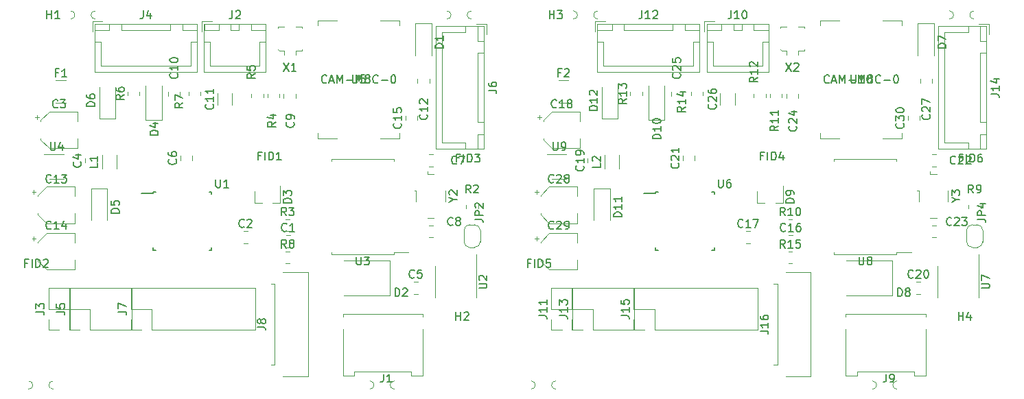
<source format=gbr>
%TF.GenerationSoftware,KiCad,Pcbnew,7.0.1-0*%
%TF.CreationDate,2023-04-11T20:51:41+02:00*%
%TF.ProjectId,SmartDisplay,536d6172-7444-4697-9370-6c61792e6b69,rev?*%
%TF.SameCoordinates,Original*%
%TF.FileFunction,Legend,Top*%
%TF.FilePolarity,Positive*%
%FSLAX46Y46*%
G04 Gerber Fmt 4.6, Leading zero omitted, Abs format (unit mm)*
G04 Created by KiCad (PCBNEW 7.0.1-0) date 2023-04-11 20:51:41*
%MOMM*%
%LPD*%
G01*
G04 APERTURE LIST*
%ADD10C,0.150000*%
%ADD11C,0.120000*%
%ADD12C,0.100000*%
G04 APERTURE END LIST*
D10*
%TO.C,C30*%
X235687380Y-90100357D02*
X235735000Y-90147976D01*
X235735000Y-90147976D02*
X235782619Y-90290833D01*
X235782619Y-90290833D02*
X235782619Y-90386071D01*
X235782619Y-90386071D02*
X235735000Y-90528928D01*
X235735000Y-90528928D02*
X235639761Y-90624166D01*
X235639761Y-90624166D02*
X235544523Y-90671785D01*
X235544523Y-90671785D02*
X235354047Y-90719404D01*
X235354047Y-90719404D02*
X235211190Y-90719404D01*
X235211190Y-90719404D02*
X235020714Y-90671785D01*
X235020714Y-90671785D02*
X234925476Y-90624166D01*
X234925476Y-90624166D02*
X234830238Y-90528928D01*
X234830238Y-90528928D02*
X234782619Y-90386071D01*
X234782619Y-90386071D02*
X234782619Y-90290833D01*
X234782619Y-90290833D02*
X234830238Y-90147976D01*
X234830238Y-90147976D02*
X234877857Y-90100357D01*
X234782619Y-89767023D02*
X234782619Y-89147976D01*
X234782619Y-89147976D02*
X235163571Y-89481309D01*
X235163571Y-89481309D02*
X235163571Y-89338452D01*
X235163571Y-89338452D02*
X235211190Y-89243214D01*
X235211190Y-89243214D02*
X235258809Y-89195595D01*
X235258809Y-89195595D02*
X235354047Y-89147976D01*
X235354047Y-89147976D02*
X235592142Y-89147976D01*
X235592142Y-89147976D02*
X235687380Y-89195595D01*
X235687380Y-89195595D02*
X235735000Y-89243214D01*
X235735000Y-89243214D02*
X235782619Y-89338452D01*
X235782619Y-89338452D02*
X235782619Y-89624166D01*
X235782619Y-89624166D02*
X235735000Y-89719404D01*
X235735000Y-89719404D02*
X235687380Y-89767023D01*
X234782619Y-88528928D02*
X234782619Y-88433690D01*
X234782619Y-88433690D02*
X234830238Y-88338452D01*
X234830238Y-88338452D02*
X234877857Y-88290833D01*
X234877857Y-88290833D02*
X234973095Y-88243214D01*
X234973095Y-88243214D02*
X235163571Y-88195595D01*
X235163571Y-88195595D02*
X235401666Y-88195595D01*
X235401666Y-88195595D02*
X235592142Y-88243214D01*
X235592142Y-88243214D02*
X235687380Y-88290833D01*
X235687380Y-88290833D02*
X235735000Y-88338452D01*
X235735000Y-88338452D02*
X235782619Y-88433690D01*
X235782619Y-88433690D02*
X235782619Y-88528928D01*
X235782619Y-88528928D02*
X235735000Y-88624166D01*
X235735000Y-88624166D02*
X235687380Y-88671785D01*
X235687380Y-88671785D02*
X235592142Y-88719404D01*
X235592142Y-88719404D02*
X235401666Y-88767023D01*
X235401666Y-88767023D02*
X235163571Y-88767023D01*
X235163571Y-88767023D02*
X234973095Y-88719404D01*
X234973095Y-88719404D02*
X234877857Y-88671785D01*
X234877857Y-88671785D02*
X234830238Y-88624166D01*
X234830238Y-88624166D02*
X234782619Y-88528928D01*
%TO.C,R9*%
X244321333Y-98695619D02*
X243988000Y-98219428D01*
X243749905Y-98695619D02*
X243749905Y-97695619D01*
X243749905Y-97695619D02*
X244130857Y-97695619D01*
X244130857Y-97695619D02*
X244226095Y-97743238D01*
X244226095Y-97743238D02*
X244273714Y-97790857D01*
X244273714Y-97790857D02*
X244321333Y-97886095D01*
X244321333Y-97886095D02*
X244321333Y-98028952D01*
X244321333Y-98028952D02*
X244273714Y-98124190D01*
X244273714Y-98124190D02*
X244226095Y-98171809D01*
X244226095Y-98171809D02*
X244130857Y-98219428D01*
X244130857Y-98219428D02*
X243749905Y-98219428D01*
X244797524Y-98695619D02*
X244988000Y-98695619D01*
X244988000Y-98695619D02*
X245083238Y-98648000D01*
X245083238Y-98648000D02*
X245130857Y-98600380D01*
X245130857Y-98600380D02*
X245226095Y-98457523D01*
X245226095Y-98457523D02*
X245273714Y-98267047D01*
X245273714Y-98267047D02*
X245273714Y-97886095D01*
X245273714Y-97886095D02*
X245226095Y-97790857D01*
X245226095Y-97790857D02*
X245178476Y-97743238D01*
X245178476Y-97743238D02*
X245083238Y-97695619D01*
X245083238Y-97695619D02*
X244892762Y-97695619D01*
X244892762Y-97695619D02*
X244797524Y-97743238D01*
X244797524Y-97743238D02*
X244749905Y-97790857D01*
X244749905Y-97790857D02*
X244702286Y-97886095D01*
X244702286Y-97886095D02*
X244702286Y-98124190D01*
X244702286Y-98124190D02*
X244749905Y-98219428D01*
X244749905Y-98219428D02*
X244797524Y-98267047D01*
X244797524Y-98267047D02*
X244892762Y-98314666D01*
X244892762Y-98314666D02*
X245083238Y-98314666D01*
X245083238Y-98314666D02*
X245178476Y-98267047D01*
X245178476Y-98267047D02*
X245226095Y-98219428D01*
X245226095Y-98219428D02*
X245273714Y-98124190D01*
%TO.C,J16*%
X218042619Y-115729523D02*
X218756904Y-115729523D01*
X218756904Y-115729523D02*
X218899761Y-115777142D01*
X218899761Y-115777142D02*
X218995000Y-115872380D01*
X218995000Y-115872380D02*
X219042619Y-116015237D01*
X219042619Y-116015237D02*
X219042619Y-116110475D01*
X219042619Y-114729523D02*
X219042619Y-115300951D01*
X219042619Y-115015237D02*
X218042619Y-115015237D01*
X218042619Y-115015237D02*
X218185476Y-115110475D01*
X218185476Y-115110475D02*
X218280714Y-115205713D01*
X218280714Y-115205713D02*
X218328333Y-115300951D01*
X218042619Y-113872380D02*
X218042619Y-114062856D01*
X218042619Y-114062856D02*
X218090238Y-114158094D01*
X218090238Y-114158094D02*
X218137857Y-114205713D01*
X218137857Y-114205713D02*
X218280714Y-114300951D01*
X218280714Y-114300951D02*
X218471190Y-114348570D01*
X218471190Y-114348570D02*
X218852142Y-114348570D01*
X218852142Y-114348570D02*
X218947380Y-114300951D01*
X218947380Y-114300951D02*
X218995000Y-114253332D01*
X218995000Y-114253332D02*
X219042619Y-114158094D01*
X219042619Y-114158094D02*
X219042619Y-113967618D01*
X219042619Y-113967618D02*
X218995000Y-113872380D01*
X218995000Y-113872380D02*
X218947380Y-113824761D01*
X218947380Y-113824761D02*
X218852142Y-113777142D01*
X218852142Y-113777142D02*
X218614047Y-113777142D01*
X218614047Y-113777142D02*
X218518809Y-113824761D01*
X218518809Y-113824761D02*
X218471190Y-113872380D01*
X218471190Y-113872380D02*
X218423571Y-113967618D01*
X218423571Y-113967618D02*
X218423571Y-114158094D01*
X218423571Y-114158094D02*
X218471190Y-114253332D01*
X218471190Y-114253332D02*
X218518809Y-114300951D01*
X218518809Y-114300951D02*
X218614047Y-114348570D01*
%TO.C,R12*%
X217717619Y-84407857D02*
X217241428Y-84741190D01*
X217717619Y-84979285D02*
X216717619Y-84979285D01*
X216717619Y-84979285D02*
X216717619Y-84598333D01*
X216717619Y-84598333D02*
X216765238Y-84503095D01*
X216765238Y-84503095D02*
X216812857Y-84455476D01*
X216812857Y-84455476D02*
X216908095Y-84407857D01*
X216908095Y-84407857D02*
X217050952Y-84407857D01*
X217050952Y-84407857D02*
X217146190Y-84455476D01*
X217146190Y-84455476D02*
X217193809Y-84503095D01*
X217193809Y-84503095D02*
X217241428Y-84598333D01*
X217241428Y-84598333D02*
X217241428Y-84979285D01*
X217717619Y-83455476D02*
X217717619Y-84026904D01*
X217717619Y-83741190D02*
X216717619Y-83741190D01*
X216717619Y-83741190D02*
X216860476Y-83836428D01*
X216860476Y-83836428D02*
X216955714Y-83931666D01*
X216955714Y-83931666D02*
X217003333Y-84026904D01*
X216812857Y-83074523D02*
X216765238Y-83026904D01*
X216765238Y-83026904D02*
X216717619Y-82931666D01*
X216717619Y-82931666D02*
X216717619Y-82693571D01*
X216717619Y-82693571D02*
X216765238Y-82598333D01*
X216765238Y-82598333D02*
X216812857Y-82550714D01*
X216812857Y-82550714D02*
X216908095Y-82503095D01*
X216908095Y-82503095D02*
X217003333Y-82503095D01*
X217003333Y-82503095D02*
X217146190Y-82550714D01*
X217146190Y-82550714D02*
X217717619Y-83122142D01*
X217717619Y-83122142D02*
X217717619Y-82503095D01*
%TO.C,JP4*%
X244851619Y-101947333D02*
X245565904Y-101947333D01*
X245565904Y-101947333D02*
X245708761Y-101994952D01*
X245708761Y-101994952D02*
X245804000Y-102090190D01*
X245804000Y-102090190D02*
X245851619Y-102233047D01*
X245851619Y-102233047D02*
X245851619Y-102328285D01*
X245851619Y-101471142D02*
X244851619Y-101471142D01*
X244851619Y-101471142D02*
X244851619Y-101090190D01*
X244851619Y-101090190D02*
X244899238Y-100994952D01*
X244899238Y-100994952D02*
X244946857Y-100947333D01*
X244946857Y-100947333D02*
X245042095Y-100899714D01*
X245042095Y-100899714D02*
X245184952Y-100899714D01*
X245184952Y-100899714D02*
X245280190Y-100947333D01*
X245280190Y-100947333D02*
X245327809Y-100994952D01*
X245327809Y-100994952D02*
X245375428Y-101090190D01*
X245375428Y-101090190D02*
X245375428Y-101471142D01*
X245184952Y-100042571D02*
X245851619Y-100042571D01*
X244804000Y-100280666D02*
X245518285Y-100518761D01*
X245518285Y-100518761D02*
X245518285Y-99899714D01*
%TO.C,U8*%
X230238095Y-106582619D02*
X230238095Y-107392142D01*
X230238095Y-107392142D02*
X230285714Y-107487380D01*
X230285714Y-107487380D02*
X230333333Y-107535000D01*
X230333333Y-107535000D02*
X230428571Y-107582619D01*
X230428571Y-107582619D02*
X230619047Y-107582619D01*
X230619047Y-107582619D02*
X230714285Y-107535000D01*
X230714285Y-107535000D02*
X230761904Y-107487380D01*
X230761904Y-107487380D02*
X230809523Y-107392142D01*
X230809523Y-107392142D02*
X230809523Y-106582619D01*
X231428571Y-107011190D02*
X231333333Y-106963571D01*
X231333333Y-106963571D02*
X231285714Y-106915952D01*
X231285714Y-106915952D02*
X231238095Y-106820714D01*
X231238095Y-106820714D02*
X231238095Y-106773095D01*
X231238095Y-106773095D02*
X231285714Y-106677857D01*
X231285714Y-106677857D02*
X231333333Y-106630238D01*
X231333333Y-106630238D02*
X231428571Y-106582619D01*
X231428571Y-106582619D02*
X231619047Y-106582619D01*
X231619047Y-106582619D02*
X231714285Y-106630238D01*
X231714285Y-106630238D02*
X231761904Y-106677857D01*
X231761904Y-106677857D02*
X231809523Y-106773095D01*
X231809523Y-106773095D02*
X231809523Y-106820714D01*
X231809523Y-106820714D02*
X231761904Y-106915952D01*
X231761904Y-106915952D02*
X231714285Y-106963571D01*
X231714285Y-106963571D02*
X231619047Y-107011190D01*
X231619047Y-107011190D02*
X231428571Y-107011190D01*
X231428571Y-107011190D02*
X231333333Y-107058809D01*
X231333333Y-107058809D02*
X231285714Y-107106428D01*
X231285714Y-107106428D02*
X231238095Y-107201666D01*
X231238095Y-107201666D02*
X231238095Y-107392142D01*
X231238095Y-107392142D02*
X231285714Y-107487380D01*
X231285714Y-107487380D02*
X231333333Y-107535000D01*
X231333333Y-107535000D02*
X231428571Y-107582619D01*
X231428571Y-107582619D02*
X231619047Y-107582619D01*
X231619047Y-107582619D02*
X231714285Y-107535000D01*
X231714285Y-107535000D02*
X231761904Y-107487380D01*
X231761904Y-107487380D02*
X231809523Y-107392142D01*
X231809523Y-107392142D02*
X231809523Y-107201666D01*
X231809523Y-107201666D02*
X231761904Y-107106428D01*
X231761904Y-107106428D02*
X231714285Y-107058809D01*
X231714285Y-107058809D02*
X231619047Y-107011190D01*
%TO.C,H3*%
X192048095Y-77161619D02*
X192048095Y-76161619D01*
X192048095Y-76637809D02*
X192619523Y-76637809D01*
X192619523Y-77161619D02*
X192619523Y-76161619D01*
X193000476Y-76161619D02*
X193619523Y-76161619D01*
X193619523Y-76161619D02*
X193286190Y-76542571D01*
X193286190Y-76542571D02*
X193429047Y-76542571D01*
X193429047Y-76542571D02*
X193524285Y-76590190D01*
X193524285Y-76590190D02*
X193571904Y-76637809D01*
X193571904Y-76637809D02*
X193619523Y-76733047D01*
X193619523Y-76733047D02*
X193619523Y-76971142D01*
X193619523Y-76971142D02*
X193571904Y-77066380D01*
X193571904Y-77066380D02*
X193524285Y-77114000D01*
X193524285Y-77114000D02*
X193429047Y-77161619D01*
X193429047Y-77161619D02*
X193143333Y-77161619D01*
X193143333Y-77161619D02*
X193048095Y-77114000D01*
X193048095Y-77114000D02*
X193000476Y-77066380D01*
%TO.C,C23*%
X241632642Y-102631380D02*
X241585023Y-102679000D01*
X241585023Y-102679000D02*
X241442166Y-102726619D01*
X241442166Y-102726619D02*
X241346928Y-102726619D01*
X241346928Y-102726619D02*
X241204071Y-102679000D01*
X241204071Y-102679000D02*
X241108833Y-102583761D01*
X241108833Y-102583761D02*
X241061214Y-102488523D01*
X241061214Y-102488523D02*
X241013595Y-102298047D01*
X241013595Y-102298047D02*
X241013595Y-102155190D01*
X241013595Y-102155190D02*
X241061214Y-101964714D01*
X241061214Y-101964714D02*
X241108833Y-101869476D01*
X241108833Y-101869476D02*
X241204071Y-101774238D01*
X241204071Y-101774238D02*
X241346928Y-101726619D01*
X241346928Y-101726619D02*
X241442166Y-101726619D01*
X241442166Y-101726619D02*
X241585023Y-101774238D01*
X241585023Y-101774238D02*
X241632642Y-101821857D01*
X242013595Y-101821857D02*
X242061214Y-101774238D01*
X242061214Y-101774238D02*
X242156452Y-101726619D01*
X242156452Y-101726619D02*
X242394547Y-101726619D01*
X242394547Y-101726619D02*
X242489785Y-101774238D01*
X242489785Y-101774238D02*
X242537404Y-101821857D01*
X242537404Y-101821857D02*
X242585023Y-101917095D01*
X242585023Y-101917095D02*
X242585023Y-102012333D01*
X242585023Y-102012333D02*
X242537404Y-102155190D01*
X242537404Y-102155190D02*
X241965976Y-102726619D01*
X241965976Y-102726619D02*
X242585023Y-102726619D01*
X242918357Y-101726619D02*
X243537404Y-101726619D01*
X243537404Y-101726619D02*
X243204071Y-102107571D01*
X243204071Y-102107571D02*
X243346928Y-102107571D01*
X243346928Y-102107571D02*
X243442166Y-102155190D01*
X243442166Y-102155190D02*
X243489785Y-102202809D01*
X243489785Y-102202809D02*
X243537404Y-102298047D01*
X243537404Y-102298047D02*
X243537404Y-102536142D01*
X243537404Y-102536142D02*
X243489785Y-102631380D01*
X243489785Y-102631380D02*
X243442166Y-102679000D01*
X243442166Y-102679000D02*
X243346928Y-102726619D01*
X243346928Y-102726619D02*
X243061214Y-102726619D01*
X243061214Y-102726619D02*
X242965976Y-102679000D01*
X242965976Y-102679000D02*
X242918357Y-102631380D01*
%TO.C,H4*%
X242513151Y-114418675D02*
X242513151Y-113418675D01*
X242513151Y-113894865D02*
X243084579Y-113894865D01*
X243084579Y-114418675D02*
X243084579Y-113418675D01*
X243989341Y-113752008D02*
X243989341Y-114418675D01*
X243751246Y-113371056D02*
X243513151Y-114085341D01*
X243513151Y-114085341D02*
X244132198Y-114085341D01*
%TO.C,C29*%
X192557142Y-103087380D02*
X192509523Y-103135000D01*
X192509523Y-103135000D02*
X192366666Y-103182619D01*
X192366666Y-103182619D02*
X192271428Y-103182619D01*
X192271428Y-103182619D02*
X192128571Y-103135000D01*
X192128571Y-103135000D02*
X192033333Y-103039761D01*
X192033333Y-103039761D02*
X191985714Y-102944523D01*
X191985714Y-102944523D02*
X191938095Y-102754047D01*
X191938095Y-102754047D02*
X191938095Y-102611190D01*
X191938095Y-102611190D02*
X191985714Y-102420714D01*
X191985714Y-102420714D02*
X192033333Y-102325476D01*
X192033333Y-102325476D02*
X192128571Y-102230238D01*
X192128571Y-102230238D02*
X192271428Y-102182619D01*
X192271428Y-102182619D02*
X192366666Y-102182619D01*
X192366666Y-102182619D02*
X192509523Y-102230238D01*
X192509523Y-102230238D02*
X192557142Y-102277857D01*
X192938095Y-102277857D02*
X192985714Y-102230238D01*
X192985714Y-102230238D02*
X193080952Y-102182619D01*
X193080952Y-102182619D02*
X193319047Y-102182619D01*
X193319047Y-102182619D02*
X193414285Y-102230238D01*
X193414285Y-102230238D02*
X193461904Y-102277857D01*
X193461904Y-102277857D02*
X193509523Y-102373095D01*
X193509523Y-102373095D02*
X193509523Y-102468333D01*
X193509523Y-102468333D02*
X193461904Y-102611190D01*
X193461904Y-102611190D02*
X192890476Y-103182619D01*
X192890476Y-103182619D02*
X193509523Y-103182619D01*
X193985714Y-103182619D02*
X194176190Y-103182619D01*
X194176190Y-103182619D02*
X194271428Y-103135000D01*
X194271428Y-103135000D02*
X194319047Y-103087380D01*
X194319047Y-103087380D02*
X194414285Y-102944523D01*
X194414285Y-102944523D02*
X194461904Y-102754047D01*
X194461904Y-102754047D02*
X194461904Y-102373095D01*
X194461904Y-102373095D02*
X194414285Y-102277857D01*
X194414285Y-102277857D02*
X194366666Y-102230238D01*
X194366666Y-102230238D02*
X194271428Y-102182619D01*
X194271428Y-102182619D02*
X194080952Y-102182619D01*
X194080952Y-102182619D02*
X193985714Y-102230238D01*
X193985714Y-102230238D02*
X193938095Y-102277857D01*
X193938095Y-102277857D02*
X193890476Y-102373095D01*
X193890476Y-102373095D02*
X193890476Y-102611190D01*
X193890476Y-102611190D02*
X193938095Y-102706428D01*
X193938095Y-102706428D02*
X193985714Y-102754047D01*
X193985714Y-102754047D02*
X194080952Y-102801666D01*
X194080952Y-102801666D02*
X194271428Y-102801666D01*
X194271428Y-102801666D02*
X194366666Y-102754047D01*
X194366666Y-102754047D02*
X194414285Y-102706428D01*
X194414285Y-102706428D02*
X194461904Y-102611190D01*
%TO.C,C26*%
X212517380Y-87750357D02*
X212565000Y-87797976D01*
X212565000Y-87797976D02*
X212612619Y-87940833D01*
X212612619Y-87940833D02*
X212612619Y-88036071D01*
X212612619Y-88036071D02*
X212565000Y-88178928D01*
X212565000Y-88178928D02*
X212469761Y-88274166D01*
X212469761Y-88274166D02*
X212374523Y-88321785D01*
X212374523Y-88321785D02*
X212184047Y-88369404D01*
X212184047Y-88369404D02*
X212041190Y-88369404D01*
X212041190Y-88369404D02*
X211850714Y-88321785D01*
X211850714Y-88321785D02*
X211755476Y-88274166D01*
X211755476Y-88274166D02*
X211660238Y-88178928D01*
X211660238Y-88178928D02*
X211612619Y-88036071D01*
X211612619Y-88036071D02*
X211612619Y-87940833D01*
X211612619Y-87940833D02*
X211660238Y-87797976D01*
X211660238Y-87797976D02*
X211707857Y-87750357D01*
X211707857Y-87369404D02*
X211660238Y-87321785D01*
X211660238Y-87321785D02*
X211612619Y-87226547D01*
X211612619Y-87226547D02*
X211612619Y-86988452D01*
X211612619Y-86988452D02*
X211660238Y-86893214D01*
X211660238Y-86893214D02*
X211707857Y-86845595D01*
X211707857Y-86845595D02*
X211803095Y-86797976D01*
X211803095Y-86797976D02*
X211898333Y-86797976D01*
X211898333Y-86797976D02*
X212041190Y-86845595D01*
X212041190Y-86845595D02*
X212612619Y-87417023D01*
X212612619Y-87417023D02*
X212612619Y-86797976D01*
X211612619Y-85940833D02*
X211612619Y-86131309D01*
X211612619Y-86131309D02*
X211660238Y-86226547D01*
X211660238Y-86226547D02*
X211707857Y-86274166D01*
X211707857Y-86274166D02*
X211850714Y-86369404D01*
X211850714Y-86369404D02*
X212041190Y-86417023D01*
X212041190Y-86417023D02*
X212422142Y-86417023D01*
X212422142Y-86417023D02*
X212517380Y-86369404D01*
X212517380Y-86369404D02*
X212565000Y-86321785D01*
X212565000Y-86321785D02*
X212612619Y-86226547D01*
X212612619Y-86226547D02*
X212612619Y-86036071D01*
X212612619Y-86036071D02*
X212565000Y-85940833D01*
X212565000Y-85940833D02*
X212517380Y-85893214D01*
X212517380Y-85893214D02*
X212422142Y-85845595D01*
X212422142Y-85845595D02*
X212184047Y-85845595D01*
X212184047Y-85845595D02*
X212088809Y-85893214D01*
X212088809Y-85893214D02*
X212041190Y-85940833D01*
X212041190Y-85940833D02*
X211993571Y-86036071D01*
X211993571Y-86036071D02*
X211993571Y-86226547D01*
X211993571Y-86226547D02*
X212041190Y-86321785D01*
X212041190Y-86321785D02*
X212088809Y-86369404D01*
X212088809Y-86369404D02*
X212184047Y-86417023D01*
%TO.C,L2*%
X198312619Y-95024166D02*
X198312619Y-95500356D01*
X198312619Y-95500356D02*
X197312619Y-95500356D01*
X197407857Y-94738451D02*
X197360238Y-94690832D01*
X197360238Y-94690832D02*
X197312619Y-94595594D01*
X197312619Y-94595594D02*
X197312619Y-94357499D01*
X197312619Y-94357499D02*
X197360238Y-94262261D01*
X197360238Y-94262261D02*
X197407857Y-94214642D01*
X197407857Y-94214642D02*
X197503095Y-94167023D01*
X197503095Y-94167023D02*
X197598333Y-94167023D01*
X197598333Y-94167023D02*
X197741190Y-94214642D01*
X197741190Y-94214642D02*
X198312619Y-94786070D01*
X198312619Y-94786070D02*
X198312619Y-94167023D01*
%TO.C,D12*%
X197962619Y-88484285D02*
X196962619Y-88484285D01*
X196962619Y-88484285D02*
X196962619Y-88246190D01*
X196962619Y-88246190D02*
X197010238Y-88103333D01*
X197010238Y-88103333D02*
X197105476Y-88008095D01*
X197105476Y-88008095D02*
X197200714Y-87960476D01*
X197200714Y-87960476D02*
X197391190Y-87912857D01*
X197391190Y-87912857D02*
X197534047Y-87912857D01*
X197534047Y-87912857D02*
X197724523Y-87960476D01*
X197724523Y-87960476D02*
X197819761Y-88008095D01*
X197819761Y-88008095D02*
X197915000Y-88103333D01*
X197915000Y-88103333D02*
X197962619Y-88246190D01*
X197962619Y-88246190D02*
X197962619Y-88484285D01*
X197962619Y-86960476D02*
X197962619Y-87531904D01*
X197962619Y-87246190D02*
X196962619Y-87246190D01*
X196962619Y-87246190D02*
X197105476Y-87341428D01*
X197105476Y-87341428D02*
X197200714Y-87436666D01*
X197200714Y-87436666D02*
X197248333Y-87531904D01*
X197057857Y-86579523D02*
X197010238Y-86531904D01*
X197010238Y-86531904D02*
X196962619Y-86436666D01*
X196962619Y-86436666D02*
X196962619Y-86198571D01*
X196962619Y-86198571D02*
X197010238Y-86103333D01*
X197010238Y-86103333D02*
X197057857Y-86055714D01*
X197057857Y-86055714D02*
X197153095Y-86008095D01*
X197153095Y-86008095D02*
X197248333Y-86008095D01*
X197248333Y-86008095D02*
X197391190Y-86055714D01*
X197391190Y-86055714D02*
X197962619Y-86627142D01*
X197962619Y-86627142D02*
X197962619Y-86008095D01*
%TO.C,C16*%
X221144642Y-103357380D02*
X221097023Y-103405000D01*
X221097023Y-103405000D02*
X220954166Y-103452619D01*
X220954166Y-103452619D02*
X220858928Y-103452619D01*
X220858928Y-103452619D02*
X220716071Y-103405000D01*
X220716071Y-103405000D02*
X220620833Y-103309761D01*
X220620833Y-103309761D02*
X220573214Y-103214523D01*
X220573214Y-103214523D02*
X220525595Y-103024047D01*
X220525595Y-103024047D02*
X220525595Y-102881190D01*
X220525595Y-102881190D02*
X220573214Y-102690714D01*
X220573214Y-102690714D02*
X220620833Y-102595476D01*
X220620833Y-102595476D02*
X220716071Y-102500238D01*
X220716071Y-102500238D02*
X220858928Y-102452619D01*
X220858928Y-102452619D02*
X220954166Y-102452619D01*
X220954166Y-102452619D02*
X221097023Y-102500238D01*
X221097023Y-102500238D02*
X221144642Y-102547857D01*
X222097023Y-103452619D02*
X221525595Y-103452619D01*
X221811309Y-103452619D02*
X221811309Y-102452619D01*
X221811309Y-102452619D02*
X221716071Y-102595476D01*
X221716071Y-102595476D02*
X221620833Y-102690714D01*
X221620833Y-102690714D02*
X221525595Y-102738333D01*
X222954166Y-102452619D02*
X222763690Y-102452619D01*
X222763690Y-102452619D02*
X222668452Y-102500238D01*
X222668452Y-102500238D02*
X222620833Y-102547857D01*
X222620833Y-102547857D02*
X222525595Y-102690714D01*
X222525595Y-102690714D02*
X222477976Y-102881190D01*
X222477976Y-102881190D02*
X222477976Y-103262142D01*
X222477976Y-103262142D02*
X222525595Y-103357380D01*
X222525595Y-103357380D02*
X222573214Y-103405000D01*
X222573214Y-103405000D02*
X222668452Y-103452619D01*
X222668452Y-103452619D02*
X222858928Y-103452619D01*
X222858928Y-103452619D02*
X222954166Y-103405000D01*
X222954166Y-103405000D02*
X223001785Y-103357380D01*
X223001785Y-103357380D02*
X223049404Y-103262142D01*
X223049404Y-103262142D02*
X223049404Y-103024047D01*
X223049404Y-103024047D02*
X223001785Y-102928809D01*
X223001785Y-102928809D02*
X222954166Y-102881190D01*
X222954166Y-102881190D02*
X222858928Y-102833571D01*
X222858928Y-102833571D02*
X222668452Y-102833571D01*
X222668452Y-102833571D02*
X222573214Y-102881190D01*
X222573214Y-102881190D02*
X222525595Y-102928809D01*
X222525595Y-102928809D02*
X222477976Y-103024047D01*
%TO.C,R14*%
X208812619Y-88062857D02*
X208336428Y-88396190D01*
X208812619Y-88634285D02*
X207812619Y-88634285D01*
X207812619Y-88634285D02*
X207812619Y-88253333D01*
X207812619Y-88253333D02*
X207860238Y-88158095D01*
X207860238Y-88158095D02*
X207907857Y-88110476D01*
X207907857Y-88110476D02*
X208003095Y-88062857D01*
X208003095Y-88062857D02*
X208145952Y-88062857D01*
X208145952Y-88062857D02*
X208241190Y-88110476D01*
X208241190Y-88110476D02*
X208288809Y-88158095D01*
X208288809Y-88158095D02*
X208336428Y-88253333D01*
X208336428Y-88253333D02*
X208336428Y-88634285D01*
X208812619Y-87110476D02*
X208812619Y-87681904D01*
X208812619Y-87396190D02*
X207812619Y-87396190D01*
X207812619Y-87396190D02*
X207955476Y-87491428D01*
X207955476Y-87491428D02*
X208050714Y-87586666D01*
X208050714Y-87586666D02*
X208098333Y-87681904D01*
X208145952Y-86253333D02*
X208812619Y-86253333D01*
X207765000Y-86491428D02*
X208479285Y-86729523D01*
X208479285Y-86729523D02*
X208479285Y-86110476D01*
%TO.C,FID4*%
X218428571Y-94108809D02*
X218095238Y-94108809D01*
X218095238Y-94632619D02*
X218095238Y-93632619D01*
X218095238Y-93632619D02*
X218571428Y-93632619D01*
X218952381Y-94632619D02*
X218952381Y-93632619D01*
X219428571Y-94632619D02*
X219428571Y-93632619D01*
X219428571Y-93632619D02*
X219666666Y-93632619D01*
X219666666Y-93632619D02*
X219809523Y-93680238D01*
X219809523Y-93680238D02*
X219904761Y-93775476D01*
X219904761Y-93775476D02*
X219952380Y-93870714D01*
X219952380Y-93870714D02*
X219999999Y-94061190D01*
X219999999Y-94061190D02*
X219999999Y-94204047D01*
X219999999Y-94204047D02*
X219952380Y-94394523D01*
X219952380Y-94394523D02*
X219904761Y-94489761D01*
X219904761Y-94489761D02*
X219809523Y-94585000D01*
X219809523Y-94585000D02*
X219666666Y-94632619D01*
X219666666Y-94632619D02*
X219428571Y-94632619D01*
X220857142Y-93965952D02*
X220857142Y-94632619D01*
X220619047Y-93585000D02*
X220380952Y-94299285D01*
X220380952Y-94299285D02*
X220999999Y-94299285D01*
%TO.C,D9*%
X222212619Y-99908094D02*
X221212619Y-99908094D01*
X221212619Y-99908094D02*
X221212619Y-99669999D01*
X221212619Y-99669999D02*
X221260238Y-99527142D01*
X221260238Y-99527142D02*
X221355476Y-99431904D01*
X221355476Y-99431904D02*
X221450714Y-99384285D01*
X221450714Y-99384285D02*
X221641190Y-99336666D01*
X221641190Y-99336666D02*
X221784047Y-99336666D01*
X221784047Y-99336666D02*
X221974523Y-99384285D01*
X221974523Y-99384285D02*
X222069761Y-99431904D01*
X222069761Y-99431904D02*
X222165000Y-99527142D01*
X222165000Y-99527142D02*
X222212619Y-99669999D01*
X222212619Y-99669999D02*
X222212619Y-99908094D01*
X222212619Y-98860475D02*
X222212619Y-98669999D01*
X222212619Y-98669999D02*
X222165000Y-98574761D01*
X222165000Y-98574761D02*
X222117380Y-98527142D01*
X222117380Y-98527142D02*
X221974523Y-98431904D01*
X221974523Y-98431904D02*
X221784047Y-98384285D01*
X221784047Y-98384285D02*
X221403095Y-98384285D01*
X221403095Y-98384285D02*
X221307857Y-98431904D01*
X221307857Y-98431904D02*
X221260238Y-98479523D01*
X221260238Y-98479523D02*
X221212619Y-98574761D01*
X221212619Y-98574761D02*
X221212619Y-98765237D01*
X221212619Y-98765237D02*
X221260238Y-98860475D01*
X221260238Y-98860475D02*
X221307857Y-98908094D01*
X221307857Y-98908094D02*
X221403095Y-98955713D01*
X221403095Y-98955713D02*
X221641190Y-98955713D01*
X221641190Y-98955713D02*
X221736428Y-98908094D01*
X221736428Y-98908094D02*
X221784047Y-98860475D01*
X221784047Y-98860475D02*
X221831666Y-98765237D01*
X221831666Y-98765237D02*
X221831666Y-98574761D01*
X221831666Y-98574761D02*
X221784047Y-98479523D01*
X221784047Y-98479523D02*
X221736428Y-98431904D01*
X221736428Y-98431904D02*
X221641190Y-98384285D01*
%TO.C,C24*%
X222463380Y-90445357D02*
X222511000Y-90492976D01*
X222511000Y-90492976D02*
X222558619Y-90635833D01*
X222558619Y-90635833D02*
X222558619Y-90731071D01*
X222558619Y-90731071D02*
X222511000Y-90873928D01*
X222511000Y-90873928D02*
X222415761Y-90969166D01*
X222415761Y-90969166D02*
X222320523Y-91016785D01*
X222320523Y-91016785D02*
X222130047Y-91064404D01*
X222130047Y-91064404D02*
X221987190Y-91064404D01*
X221987190Y-91064404D02*
X221796714Y-91016785D01*
X221796714Y-91016785D02*
X221701476Y-90969166D01*
X221701476Y-90969166D02*
X221606238Y-90873928D01*
X221606238Y-90873928D02*
X221558619Y-90731071D01*
X221558619Y-90731071D02*
X221558619Y-90635833D01*
X221558619Y-90635833D02*
X221606238Y-90492976D01*
X221606238Y-90492976D02*
X221653857Y-90445357D01*
X221653857Y-90064404D02*
X221606238Y-90016785D01*
X221606238Y-90016785D02*
X221558619Y-89921547D01*
X221558619Y-89921547D02*
X221558619Y-89683452D01*
X221558619Y-89683452D02*
X221606238Y-89588214D01*
X221606238Y-89588214D02*
X221653857Y-89540595D01*
X221653857Y-89540595D02*
X221749095Y-89492976D01*
X221749095Y-89492976D02*
X221844333Y-89492976D01*
X221844333Y-89492976D02*
X221987190Y-89540595D01*
X221987190Y-89540595D02*
X222558619Y-90112023D01*
X222558619Y-90112023D02*
X222558619Y-89492976D01*
X221891952Y-88635833D02*
X222558619Y-88635833D01*
X221511000Y-88873928D02*
X222225285Y-89112023D01*
X222225285Y-89112023D02*
X222225285Y-88492976D01*
%TO.C,R11*%
X220272619Y-90407857D02*
X219796428Y-90741190D01*
X220272619Y-90979285D02*
X219272619Y-90979285D01*
X219272619Y-90979285D02*
X219272619Y-90598333D01*
X219272619Y-90598333D02*
X219320238Y-90503095D01*
X219320238Y-90503095D02*
X219367857Y-90455476D01*
X219367857Y-90455476D02*
X219463095Y-90407857D01*
X219463095Y-90407857D02*
X219605952Y-90407857D01*
X219605952Y-90407857D02*
X219701190Y-90455476D01*
X219701190Y-90455476D02*
X219748809Y-90503095D01*
X219748809Y-90503095D02*
X219796428Y-90598333D01*
X219796428Y-90598333D02*
X219796428Y-90979285D01*
X220272619Y-89455476D02*
X220272619Y-90026904D01*
X220272619Y-89741190D02*
X219272619Y-89741190D01*
X219272619Y-89741190D02*
X219415476Y-89836428D01*
X219415476Y-89836428D02*
X219510714Y-89931666D01*
X219510714Y-89931666D02*
X219558333Y-90026904D01*
X220272619Y-88503095D02*
X220272619Y-89074523D01*
X220272619Y-88788809D02*
X219272619Y-88788809D01*
X219272619Y-88788809D02*
X219415476Y-88884047D01*
X219415476Y-88884047D02*
X219510714Y-88979285D01*
X219510714Y-88979285D02*
X219558333Y-89074523D01*
%TO.C,D7*%
X240962619Y-80808094D02*
X239962619Y-80808094D01*
X239962619Y-80808094D02*
X239962619Y-80569999D01*
X239962619Y-80569999D02*
X240010238Y-80427142D01*
X240010238Y-80427142D02*
X240105476Y-80331904D01*
X240105476Y-80331904D02*
X240200714Y-80284285D01*
X240200714Y-80284285D02*
X240391190Y-80236666D01*
X240391190Y-80236666D02*
X240534047Y-80236666D01*
X240534047Y-80236666D02*
X240724523Y-80284285D01*
X240724523Y-80284285D02*
X240819761Y-80331904D01*
X240819761Y-80331904D02*
X240915000Y-80427142D01*
X240915000Y-80427142D02*
X240962619Y-80569999D01*
X240962619Y-80569999D02*
X240962619Y-80808094D01*
X239962619Y-79903332D02*
X239962619Y-79236666D01*
X239962619Y-79236666D02*
X240962619Y-79665237D01*
%TO.C,U7*%
X245329619Y-110456904D02*
X246139142Y-110456904D01*
X246139142Y-110456904D02*
X246234380Y-110409285D01*
X246234380Y-110409285D02*
X246282000Y-110361666D01*
X246282000Y-110361666D02*
X246329619Y-110266428D01*
X246329619Y-110266428D02*
X246329619Y-110075952D01*
X246329619Y-110075952D02*
X246282000Y-109980714D01*
X246282000Y-109980714D02*
X246234380Y-109933095D01*
X246234380Y-109933095D02*
X246139142Y-109885476D01*
X246139142Y-109885476D02*
X245329619Y-109885476D01*
X245329619Y-109504523D02*
X245329619Y-108837857D01*
X245329619Y-108837857D02*
X246329619Y-109266428D01*
%TO.C,R10*%
X221107142Y-101482619D02*
X220773809Y-101006428D01*
X220535714Y-101482619D02*
X220535714Y-100482619D01*
X220535714Y-100482619D02*
X220916666Y-100482619D01*
X220916666Y-100482619D02*
X221011904Y-100530238D01*
X221011904Y-100530238D02*
X221059523Y-100577857D01*
X221059523Y-100577857D02*
X221107142Y-100673095D01*
X221107142Y-100673095D02*
X221107142Y-100815952D01*
X221107142Y-100815952D02*
X221059523Y-100911190D01*
X221059523Y-100911190D02*
X221011904Y-100958809D01*
X221011904Y-100958809D02*
X220916666Y-101006428D01*
X220916666Y-101006428D02*
X220535714Y-101006428D01*
X222059523Y-101482619D02*
X221488095Y-101482619D01*
X221773809Y-101482619D02*
X221773809Y-100482619D01*
X221773809Y-100482619D02*
X221678571Y-100625476D01*
X221678571Y-100625476D02*
X221583333Y-100720714D01*
X221583333Y-100720714D02*
X221488095Y-100768333D01*
X222678571Y-100482619D02*
X222773809Y-100482619D01*
X222773809Y-100482619D02*
X222869047Y-100530238D01*
X222869047Y-100530238D02*
X222916666Y-100577857D01*
X222916666Y-100577857D02*
X222964285Y-100673095D01*
X222964285Y-100673095D02*
X223011904Y-100863571D01*
X223011904Y-100863571D02*
X223011904Y-101101666D01*
X223011904Y-101101666D02*
X222964285Y-101292142D01*
X222964285Y-101292142D02*
X222916666Y-101387380D01*
X222916666Y-101387380D02*
X222869047Y-101435000D01*
X222869047Y-101435000D02*
X222773809Y-101482619D01*
X222773809Y-101482619D02*
X222678571Y-101482619D01*
X222678571Y-101482619D02*
X222583333Y-101435000D01*
X222583333Y-101435000D02*
X222535714Y-101387380D01*
X222535714Y-101387380D02*
X222488095Y-101292142D01*
X222488095Y-101292142D02*
X222440476Y-101101666D01*
X222440476Y-101101666D02*
X222440476Y-100863571D01*
X222440476Y-100863571D02*
X222488095Y-100673095D01*
X222488095Y-100673095D02*
X222535714Y-100577857D01*
X222535714Y-100577857D02*
X222583333Y-100530238D01*
X222583333Y-100530238D02*
X222678571Y-100482619D01*
%TO.C,U9*%
X192488095Y-92432619D02*
X192488095Y-93242142D01*
X192488095Y-93242142D02*
X192535714Y-93337380D01*
X192535714Y-93337380D02*
X192583333Y-93385000D01*
X192583333Y-93385000D02*
X192678571Y-93432619D01*
X192678571Y-93432619D02*
X192869047Y-93432619D01*
X192869047Y-93432619D02*
X192964285Y-93385000D01*
X192964285Y-93385000D02*
X193011904Y-93337380D01*
X193011904Y-93337380D02*
X193059523Y-93242142D01*
X193059523Y-93242142D02*
X193059523Y-92432619D01*
X193583333Y-93432619D02*
X193773809Y-93432619D01*
X193773809Y-93432619D02*
X193869047Y-93385000D01*
X193869047Y-93385000D02*
X193916666Y-93337380D01*
X193916666Y-93337380D02*
X194011904Y-93194523D01*
X194011904Y-93194523D02*
X194059523Y-93004047D01*
X194059523Y-93004047D02*
X194059523Y-92623095D01*
X194059523Y-92623095D02*
X194011904Y-92527857D01*
X194011904Y-92527857D02*
X193964285Y-92480238D01*
X193964285Y-92480238D02*
X193869047Y-92432619D01*
X193869047Y-92432619D02*
X193678571Y-92432619D01*
X193678571Y-92432619D02*
X193583333Y-92480238D01*
X193583333Y-92480238D02*
X193535714Y-92527857D01*
X193535714Y-92527857D02*
X193488095Y-92623095D01*
X193488095Y-92623095D02*
X193488095Y-92861190D01*
X193488095Y-92861190D02*
X193535714Y-92956428D01*
X193535714Y-92956428D02*
X193583333Y-93004047D01*
X193583333Y-93004047D02*
X193678571Y-93051666D01*
X193678571Y-93051666D02*
X193869047Y-93051666D01*
X193869047Y-93051666D02*
X193964285Y-93004047D01*
X193964285Y-93004047D02*
X194011904Y-92956428D01*
X194011904Y-92956428D02*
X194059523Y-92861190D01*
%TO.C,C25*%
X208117380Y-83912857D02*
X208165000Y-83960476D01*
X208165000Y-83960476D02*
X208212619Y-84103333D01*
X208212619Y-84103333D02*
X208212619Y-84198571D01*
X208212619Y-84198571D02*
X208165000Y-84341428D01*
X208165000Y-84341428D02*
X208069761Y-84436666D01*
X208069761Y-84436666D02*
X207974523Y-84484285D01*
X207974523Y-84484285D02*
X207784047Y-84531904D01*
X207784047Y-84531904D02*
X207641190Y-84531904D01*
X207641190Y-84531904D02*
X207450714Y-84484285D01*
X207450714Y-84484285D02*
X207355476Y-84436666D01*
X207355476Y-84436666D02*
X207260238Y-84341428D01*
X207260238Y-84341428D02*
X207212619Y-84198571D01*
X207212619Y-84198571D02*
X207212619Y-84103333D01*
X207212619Y-84103333D02*
X207260238Y-83960476D01*
X207260238Y-83960476D02*
X207307857Y-83912857D01*
X207307857Y-83531904D02*
X207260238Y-83484285D01*
X207260238Y-83484285D02*
X207212619Y-83389047D01*
X207212619Y-83389047D02*
X207212619Y-83150952D01*
X207212619Y-83150952D02*
X207260238Y-83055714D01*
X207260238Y-83055714D02*
X207307857Y-83008095D01*
X207307857Y-83008095D02*
X207403095Y-82960476D01*
X207403095Y-82960476D02*
X207498333Y-82960476D01*
X207498333Y-82960476D02*
X207641190Y-83008095D01*
X207641190Y-83008095D02*
X208212619Y-83579523D01*
X208212619Y-83579523D02*
X208212619Y-82960476D01*
X207212619Y-82055714D02*
X207212619Y-82531904D01*
X207212619Y-82531904D02*
X207688809Y-82579523D01*
X207688809Y-82579523D02*
X207641190Y-82531904D01*
X207641190Y-82531904D02*
X207593571Y-82436666D01*
X207593571Y-82436666D02*
X207593571Y-82198571D01*
X207593571Y-82198571D02*
X207641190Y-82103333D01*
X207641190Y-82103333D02*
X207688809Y-82055714D01*
X207688809Y-82055714D02*
X207784047Y-82008095D01*
X207784047Y-82008095D02*
X208022142Y-82008095D01*
X208022142Y-82008095D02*
X208117380Y-82055714D01*
X208117380Y-82055714D02*
X208165000Y-82103333D01*
X208165000Y-82103333D02*
X208212619Y-82198571D01*
X208212619Y-82198571D02*
X208212619Y-82436666D01*
X208212619Y-82436666D02*
X208165000Y-82531904D01*
X208165000Y-82531904D02*
X208117380Y-82579523D01*
%TO.C,C27*%
X238912380Y-89006357D02*
X238960000Y-89053976D01*
X238960000Y-89053976D02*
X239007619Y-89196833D01*
X239007619Y-89196833D02*
X239007619Y-89292071D01*
X239007619Y-89292071D02*
X238960000Y-89434928D01*
X238960000Y-89434928D02*
X238864761Y-89530166D01*
X238864761Y-89530166D02*
X238769523Y-89577785D01*
X238769523Y-89577785D02*
X238579047Y-89625404D01*
X238579047Y-89625404D02*
X238436190Y-89625404D01*
X238436190Y-89625404D02*
X238245714Y-89577785D01*
X238245714Y-89577785D02*
X238150476Y-89530166D01*
X238150476Y-89530166D02*
X238055238Y-89434928D01*
X238055238Y-89434928D02*
X238007619Y-89292071D01*
X238007619Y-89292071D02*
X238007619Y-89196833D01*
X238007619Y-89196833D02*
X238055238Y-89053976D01*
X238055238Y-89053976D02*
X238102857Y-89006357D01*
X238102857Y-88625404D02*
X238055238Y-88577785D01*
X238055238Y-88577785D02*
X238007619Y-88482547D01*
X238007619Y-88482547D02*
X238007619Y-88244452D01*
X238007619Y-88244452D02*
X238055238Y-88149214D01*
X238055238Y-88149214D02*
X238102857Y-88101595D01*
X238102857Y-88101595D02*
X238198095Y-88053976D01*
X238198095Y-88053976D02*
X238293333Y-88053976D01*
X238293333Y-88053976D02*
X238436190Y-88101595D01*
X238436190Y-88101595D02*
X239007619Y-88673023D01*
X239007619Y-88673023D02*
X239007619Y-88053976D01*
X238007619Y-87720642D02*
X238007619Y-87053976D01*
X238007619Y-87053976D02*
X239007619Y-87482547D01*
%TO.C,J12*%
X203440476Y-76176619D02*
X203440476Y-76890904D01*
X203440476Y-76890904D02*
X203392857Y-77033761D01*
X203392857Y-77033761D02*
X203297619Y-77129000D01*
X203297619Y-77129000D02*
X203154762Y-77176619D01*
X203154762Y-77176619D02*
X203059524Y-77176619D01*
X204440476Y-77176619D02*
X203869048Y-77176619D01*
X204154762Y-77176619D02*
X204154762Y-76176619D01*
X204154762Y-76176619D02*
X204059524Y-76319476D01*
X204059524Y-76319476D02*
X203964286Y-76414714D01*
X203964286Y-76414714D02*
X203869048Y-76462333D01*
X204821429Y-76271857D02*
X204869048Y-76224238D01*
X204869048Y-76224238D02*
X204964286Y-76176619D01*
X204964286Y-76176619D02*
X205202381Y-76176619D01*
X205202381Y-76176619D02*
X205297619Y-76224238D01*
X205297619Y-76224238D02*
X205345238Y-76271857D01*
X205345238Y-76271857D02*
X205392857Y-76367095D01*
X205392857Y-76367095D02*
X205392857Y-76462333D01*
X205392857Y-76462333D02*
X205345238Y-76605190D01*
X205345238Y-76605190D02*
X204773810Y-77176619D01*
X204773810Y-77176619D02*
X205392857Y-77176619D01*
%TO.C,U10*%
X229261905Y-84132619D02*
X229261905Y-84942142D01*
X229261905Y-84942142D02*
X229309524Y-85037380D01*
X229309524Y-85037380D02*
X229357143Y-85085000D01*
X229357143Y-85085000D02*
X229452381Y-85132619D01*
X229452381Y-85132619D02*
X229642857Y-85132619D01*
X229642857Y-85132619D02*
X229738095Y-85085000D01*
X229738095Y-85085000D02*
X229785714Y-85037380D01*
X229785714Y-85037380D02*
X229833333Y-84942142D01*
X229833333Y-84942142D02*
X229833333Y-84132619D01*
X230833333Y-85132619D02*
X230261905Y-85132619D01*
X230547619Y-85132619D02*
X230547619Y-84132619D01*
X230547619Y-84132619D02*
X230452381Y-84275476D01*
X230452381Y-84275476D02*
X230357143Y-84370714D01*
X230357143Y-84370714D02*
X230261905Y-84418333D01*
X231452381Y-84132619D02*
X231547619Y-84132619D01*
X231547619Y-84132619D02*
X231642857Y-84180238D01*
X231642857Y-84180238D02*
X231690476Y-84227857D01*
X231690476Y-84227857D02*
X231738095Y-84323095D01*
X231738095Y-84323095D02*
X231785714Y-84513571D01*
X231785714Y-84513571D02*
X231785714Y-84751666D01*
X231785714Y-84751666D02*
X231738095Y-84942142D01*
X231738095Y-84942142D02*
X231690476Y-85037380D01*
X231690476Y-85037380D02*
X231642857Y-85085000D01*
X231642857Y-85085000D02*
X231547619Y-85132619D01*
X231547619Y-85132619D02*
X231452381Y-85132619D01*
X231452381Y-85132619D02*
X231357143Y-85085000D01*
X231357143Y-85085000D02*
X231309524Y-85037380D01*
X231309524Y-85037380D02*
X231261905Y-84942142D01*
X231261905Y-84942142D02*
X231214286Y-84751666D01*
X231214286Y-84751666D02*
X231214286Y-84513571D01*
X231214286Y-84513571D02*
X231261905Y-84323095D01*
X231261905Y-84323095D02*
X231309524Y-84227857D01*
X231309524Y-84227857D02*
X231357143Y-84180238D01*
X231357143Y-84180238D02*
X231452381Y-84132619D01*
X226547619Y-85037380D02*
X226500000Y-85085000D01*
X226500000Y-85085000D02*
X226357143Y-85132619D01*
X226357143Y-85132619D02*
X226261905Y-85132619D01*
X226261905Y-85132619D02*
X226119048Y-85085000D01*
X226119048Y-85085000D02*
X226023810Y-84989761D01*
X226023810Y-84989761D02*
X225976191Y-84894523D01*
X225976191Y-84894523D02*
X225928572Y-84704047D01*
X225928572Y-84704047D02*
X225928572Y-84561190D01*
X225928572Y-84561190D02*
X225976191Y-84370714D01*
X225976191Y-84370714D02*
X226023810Y-84275476D01*
X226023810Y-84275476D02*
X226119048Y-84180238D01*
X226119048Y-84180238D02*
X226261905Y-84132619D01*
X226261905Y-84132619D02*
X226357143Y-84132619D01*
X226357143Y-84132619D02*
X226500000Y-84180238D01*
X226500000Y-84180238D02*
X226547619Y-84227857D01*
X226928572Y-84846904D02*
X227404762Y-84846904D01*
X226833334Y-85132619D02*
X227166667Y-84132619D01*
X227166667Y-84132619D02*
X227500000Y-85132619D01*
X227833334Y-85132619D02*
X227833334Y-84132619D01*
X227833334Y-84132619D02*
X228166667Y-84846904D01*
X228166667Y-84846904D02*
X228500000Y-84132619D01*
X228500000Y-84132619D02*
X228500000Y-85132619D01*
X228976191Y-84751666D02*
X229738096Y-84751666D01*
X230214286Y-85132619D02*
X230214286Y-84132619D01*
X230214286Y-84132619D02*
X230547619Y-84846904D01*
X230547619Y-84846904D02*
X230880952Y-84132619D01*
X230880952Y-84132619D02*
X230880952Y-85132619D01*
X231500000Y-84561190D02*
X231404762Y-84513571D01*
X231404762Y-84513571D02*
X231357143Y-84465952D01*
X231357143Y-84465952D02*
X231309524Y-84370714D01*
X231309524Y-84370714D02*
X231309524Y-84323095D01*
X231309524Y-84323095D02*
X231357143Y-84227857D01*
X231357143Y-84227857D02*
X231404762Y-84180238D01*
X231404762Y-84180238D02*
X231500000Y-84132619D01*
X231500000Y-84132619D02*
X231690476Y-84132619D01*
X231690476Y-84132619D02*
X231785714Y-84180238D01*
X231785714Y-84180238D02*
X231833333Y-84227857D01*
X231833333Y-84227857D02*
X231880952Y-84323095D01*
X231880952Y-84323095D02*
X231880952Y-84370714D01*
X231880952Y-84370714D02*
X231833333Y-84465952D01*
X231833333Y-84465952D02*
X231785714Y-84513571D01*
X231785714Y-84513571D02*
X231690476Y-84561190D01*
X231690476Y-84561190D02*
X231500000Y-84561190D01*
X231500000Y-84561190D02*
X231404762Y-84608809D01*
X231404762Y-84608809D02*
X231357143Y-84656428D01*
X231357143Y-84656428D02*
X231309524Y-84751666D01*
X231309524Y-84751666D02*
X231309524Y-84942142D01*
X231309524Y-84942142D02*
X231357143Y-85037380D01*
X231357143Y-85037380D02*
X231404762Y-85085000D01*
X231404762Y-85085000D02*
X231500000Y-85132619D01*
X231500000Y-85132619D02*
X231690476Y-85132619D01*
X231690476Y-85132619D02*
X231785714Y-85085000D01*
X231785714Y-85085000D02*
X231833333Y-85037380D01*
X231833333Y-85037380D02*
X231880952Y-84942142D01*
X231880952Y-84942142D02*
X231880952Y-84751666D01*
X231880952Y-84751666D02*
X231833333Y-84656428D01*
X231833333Y-84656428D02*
X231785714Y-84608809D01*
X231785714Y-84608809D02*
X231690476Y-84561190D01*
X232880952Y-85037380D02*
X232833333Y-85085000D01*
X232833333Y-85085000D02*
X232690476Y-85132619D01*
X232690476Y-85132619D02*
X232595238Y-85132619D01*
X232595238Y-85132619D02*
X232452381Y-85085000D01*
X232452381Y-85085000D02*
X232357143Y-84989761D01*
X232357143Y-84989761D02*
X232309524Y-84894523D01*
X232309524Y-84894523D02*
X232261905Y-84704047D01*
X232261905Y-84704047D02*
X232261905Y-84561190D01*
X232261905Y-84561190D02*
X232309524Y-84370714D01*
X232309524Y-84370714D02*
X232357143Y-84275476D01*
X232357143Y-84275476D02*
X232452381Y-84180238D01*
X232452381Y-84180238D02*
X232595238Y-84132619D01*
X232595238Y-84132619D02*
X232690476Y-84132619D01*
X232690476Y-84132619D02*
X232833333Y-84180238D01*
X232833333Y-84180238D02*
X232880952Y-84227857D01*
X233309524Y-84751666D02*
X234071429Y-84751666D01*
X234738095Y-84132619D02*
X234833333Y-84132619D01*
X234833333Y-84132619D02*
X234928571Y-84180238D01*
X234928571Y-84180238D02*
X234976190Y-84227857D01*
X234976190Y-84227857D02*
X235023809Y-84323095D01*
X235023809Y-84323095D02*
X235071428Y-84513571D01*
X235071428Y-84513571D02*
X235071428Y-84751666D01*
X235071428Y-84751666D02*
X235023809Y-84942142D01*
X235023809Y-84942142D02*
X234976190Y-85037380D01*
X234976190Y-85037380D02*
X234928571Y-85085000D01*
X234928571Y-85085000D02*
X234833333Y-85132619D01*
X234833333Y-85132619D02*
X234738095Y-85132619D01*
X234738095Y-85132619D02*
X234642857Y-85085000D01*
X234642857Y-85085000D02*
X234595238Y-85037380D01*
X234595238Y-85037380D02*
X234547619Y-84942142D01*
X234547619Y-84942142D02*
X234500000Y-84751666D01*
X234500000Y-84751666D02*
X234500000Y-84513571D01*
X234500000Y-84513571D02*
X234547619Y-84323095D01*
X234547619Y-84323095D02*
X234595238Y-84227857D01*
X234595238Y-84227857D02*
X234642857Y-84180238D01*
X234642857Y-84180238D02*
X234738095Y-84132619D01*
X230500000Y-84132619D02*
X230500000Y-84370714D01*
X230261905Y-84275476D02*
X230500000Y-84370714D01*
X230500000Y-84370714D02*
X230738095Y-84275476D01*
X230357143Y-84561190D02*
X230500000Y-84370714D01*
X230500000Y-84370714D02*
X230642857Y-84561190D01*
%TO.C,FID6*%
X242928571Y-94358809D02*
X242595238Y-94358809D01*
X242595238Y-94882619D02*
X242595238Y-93882619D01*
X242595238Y-93882619D02*
X243071428Y-93882619D01*
X243452381Y-94882619D02*
X243452381Y-93882619D01*
X243928571Y-94882619D02*
X243928571Y-93882619D01*
X243928571Y-93882619D02*
X244166666Y-93882619D01*
X244166666Y-93882619D02*
X244309523Y-93930238D01*
X244309523Y-93930238D02*
X244404761Y-94025476D01*
X244404761Y-94025476D02*
X244452380Y-94120714D01*
X244452380Y-94120714D02*
X244499999Y-94311190D01*
X244499999Y-94311190D02*
X244499999Y-94454047D01*
X244499999Y-94454047D02*
X244452380Y-94644523D01*
X244452380Y-94644523D02*
X244404761Y-94739761D01*
X244404761Y-94739761D02*
X244309523Y-94835000D01*
X244309523Y-94835000D02*
X244166666Y-94882619D01*
X244166666Y-94882619D02*
X243928571Y-94882619D01*
X245357142Y-93882619D02*
X245166666Y-93882619D01*
X245166666Y-93882619D02*
X245071428Y-93930238D01*
X245071428Y-93930238D02*
X245023809Y-93977857D01*
X245023809Y-93977857D02*
X244928571Y-94120714D01*
X244928571Y-94120714D02*
X244880952Y-94311190D01*
X244880952Y-94311190D02*
X244880952Y-94692142D01*
X244880952Y-94692142D02*
X244928571Y-94787380D01*
X244928571Y-94787380D02*
X244976190Y-94835000D01*
X244976190Y-94835000D02*
X245071428Y-94882619D01*
X245071428Y-94882619D02*
X245261904Y-94882619D01*
X245261904Y-94882619D02*
X245357142Y-94835000D01*
X245357142Y-94835000D02*
X245404761Y-94787380D01*
X245404761Y-94787380D02*
X245452380Y-94692142D01*
X245452380Y-94692142D02*
X245452380Y-94454047D01*
X245452380Y-94454047D02*
X245404761Y-94358809D01*
X245404761Y-94358809D02*
X245357142Y-94311190D01*
X245357142Y-94311190D02*
X245261904Y-94263571D01*
X245261904Y-94263571D02*
X245071428Y-94263571D01*
X245071428Y-94263571D02*
X244976190Y-94311190D01*
X244976190Y-94311190D02*
X244928571Y-94358809D01*
X244928571Y-94358809D02*
X244880952Y-94454047D01*
%TO.C,J11*%
X190704619Y-113839523D02*
X191418904Y-113839523D01*
X191418904Y-113839523D02*
X191561761Y-113887142D01*
X191561761Y-113887142D02*
X191657000Y-113982380D01*
X191657000Y-113982380D02*
X191704619Y-114125237D01*
X191704619Y-114125237D02*
X191704619Y-114220475D01*
X191704619Y-112839523D02*
X191704619Y-113410951D01*
X191704619Y-113125237D02*
X190704619Y-113125237D01*
X190704619Y-113125237D02*
X190847476Y-113220475D01*
X190847476Y-113220475D02*
X190942714Y-113315713D01*
X190942714Y-113315713D02*
X190990333Y-113410951D01*
X191704619Y-111887142D02*
X191704619Y-112458570D01*
X191704619Y-112172856D02*
X190704619Y-112172856D01*
X190704619Y-112172856D02*
X190847476Y-112268094D01*
X190847476Y-112268094D02*
X190942714Y-112363332D01*
X190942714Y-112363332D02*
X190990333Y-112458570D01*
%TO.C,C28*%
X192557142Y-97337380D02*
X192509523Y-97385000D01*
X192509523Y-97385000D02*
X192366666Y-97432619D01*
X192366666Y-97432619D02*
X192271428Y-97432619D01*
X192271428Y-97432619D02*
X192128571Y-97385000D01*
X192128571Y-97385000D02*
X192033333Y-97289761D01*
X192033333Y-97289761D02*
X191985714Y-97194523D01*
X191985714Y-97194523D02*
X191938095Y-97004047D01*
X191938095Y-97004047D02*
X191938095Y-96861190D01*
X191938095Y-96861190D02*
X191985714Y-96670714D01*
X191985714Y-96670714D02*
X192033333Y-96575476D01*
X192033333Y-96575476D02*
X192128571Y-96480238D01*
X192128571Y-96480238D02*
X192271428Y-96432619D01*
X192271428Y-96432619D02*
X192366666Y-96432619D01*
X192366666Y-96432619D02*
X192509523Y-96480238D01*
X192509523Y-96480238D02*
X192557142Y-96527857D01*
X192938095Y-96527857D02*
X192985714Y-96480238D01*
X192985714Y-96480238D02*
X193080952Y-96432619D01*
X193080952Y-96432619D02*
X193319047Y-96432619D01*
X193319047Y-96432619D02*
X193414285Y-96480238D01*
X193414285Y-96480238D02*
X193461904Y-96527857D01*
X193461904Y-96527857D02*
X193509523Y-96623095D01*
X193509523Y-96623095D02*
X193509523Y-96718333D01*
X193509523Y-96718333D02*
X193461904Y-96861190D01*
X193461904Y-96861190D02*
X192890476Y-97432619D01*
X192890476Y-97432619D02*
X193509523Y-97432619D01*
X194080952Y-96861190D02*
X193985714Y-96813571D01*
X193985714Y-96813571D02*
X193938095Y-96765952D01*
X193938095Y-96765952D02*
X193890476Y-96670714D01*
X193890476Y-96670714D02*
X193890476Y-96623095D01*
X193890476Y-96623095D02*
X193938095Y-96527857D01*
X193938095Y-96527857D02*
X193985714Y-96480238D01*
X193985714Y-96480238D02*
X194080952Y-96432619D01*
X194080952Y-96432619D02*
X194271428Y-96432619D01*
X194271428Y-96432619D02*
X194366666Y-96480238D01*
X194366666Y-96480238D02*
X194414285Y-96527857D01*
X194414285Y-96527857D02*
X194461904Y-96623095D01*
X194461904Y-96623095D02*
X194461904Y-96670714D01*
X194461904Y-96670714D02*
X194414285Y-96765952D01*
X194414285Y-96765952D02*
X194366666Y-96813571D01*
X194366666Y-96813571D02*
X194271428Y-96861190D01*
X194271428Y-96861190D02*
X194080952Y-96861190D01*
X194080952Y-96861190D02*
X193985714Y-96908809D01*
X193985714Y-96908809D02*
X193938095Y-96956428D01*
X193938095Y-96956428D02*
X193890476Y-97051666D01*
X193890476Y-97051666D02*
X193890476Y-97242142D01*
X193890476Y-97242142D02*
X193938095Y-97337380D01*
X193938095Y-97337380D02*
X193985714Y-97385000D01*
X193985714Y-97385000D02*
X194080952Y-97432619D01*
X194080952Y-97432619D02*
X194271428Y-97432619D01*
X194271428Y-97432619D02*
X194366666Y-97385000D01*
X194366666Y-97385000D02*
X194414285Y-97337380D01*
X194414285Y-97337380D02*
X194461904Y-97242142D01*
X194461904Y-97242142D02*
X194461904Y-97051666D01*
X194461904Y-97051666D02*
X194414285Y-96956428D01*
X194414285Y-96956428D02*
X194366666Y-96908809D01*
X194366666Y-96908809D02*
X194271428Y-96861190D01*
%TO.C,X2*%
X221215476Y-82632619D02*
X221882142Y-83632619D01*
X221882142Y-82632619D02*
X221215476Y-83632619D01*
X222215476Y-82727857D02*
X222263095Y-82680238D01*
X222263095Y-82680238D02*
X222358333Y-82632619D01*
X222358333Y-82632619D02*
X222596428Y-82632619D01*
X222596428Y-82632619D02*
X222691666Y-82680238D01*
X222691666Y-82680238D02*
X222739285Y-82727857D01*
X222739285Y-82727857D02*
X222786904Y-82823095D01*
X222786904Y-82823095D02*
X222786904Y-82918333D01*
X222786904Y-82918333D02*
X222739285Y-83061190D01*
X222739285Y-83061190D02*
X222167857Y-83632619D01*
X222167857Y-83632619D02*
X222786904Y-83632619D01*
%TO.C,D8*%
X234997905Y-111460619D02*
X234997905Y-110460619D01*
X234997905Y-110460619D02*
X235236000Y-110460619D01*
X235236000Y-110460619D02*
X235378857Y-110508238D01*
X235378857Y-110508238D02*
X235474095Y-110603476D01*
X235474095Y-110603476D02*
X235521714Y-110698714D01*
X235521714Y-110698714D02*
X235569333Y-110889190D01*
X235569333Y-110889190D02*
X235569333Y-111032047D01*
X235569333Y-111032047D02*
X235521714Y-111222523D01*
X235521714Y-111222523D02*
X235474095Y-111317761D01*
X235474095Y-111317761D02*
X235378857Y-111413000D01*
X235378857Y-111413000D02*
X235236000Y-111460619D01*
X235236000Y-111460619D02*
X234997905Y-111460619D01*
X236140762Y-110889190D02*
X236045524Y-110841571D01*
X236045524Y-110841571D02*
X235997905Y-110793952D01*
X235997905Y-110793952D02*
X235950286Y-110698714D01*
X235950286Y-110698714D02*
X235950286Y-110651095D01*
X235950286Y-110651095D02*
X235997905Y-110555857D01*
X235997905Y-110555857D02*
X236045524Y-110508238D01*
X236045524Y-110508238D02*
X236140762Y-110460619D01*
X236140762Y-110460619D02*
X236331238Y-110460619D01*
X236331238Y-110460619D02*
X236426476Y-110508238D01*
X236426476Y-110508238D02*
X236474095Y-110555857D01*
X236474095Y-110555857D02*
X236521714Y-110651095D01*
X236521714Y-110651095D02*
X236521714Y-110698714D01*
X236521714Y-110698714D02*
X236474095Y-110793952D01*
X236474095Y-110793952D02*
X236426476Y-110841571D01*
X236426476Y-110841571D02*
X236331238Y-110889190D01*
X236331238Y-110889190D02*
X236140762Y-110889190D01*
X236140762Y-110889190D02*
X236045524Y-110936809D01*
X236045524Y-110936809D02*
X235997905Y-110984428D01*
X235997905Y-110984428D02*
X235950286Y-111079666D01*
X235950286Y-111079666D02*
X235950286Y-111270142D01*
X235950286Y-111270142D02*
X235997905Y-111365380D01*
X235997905Y-111365380D02*
X236045524Y-111413000D01*
X236045524Y-111413000D02*
X236140762Y-111460619D01*
X236140762Y-111460619D02*
X236331238Y-111460619D01*
X236331238Y-111460619D02*
X236426476Y-111413000D01*
X236426476Y-111413000D02*
X236474095Y-111365380D01*
X236474095Y-111365380D02*
X236521714Y-111270142D01*
X236521714Y-111270142D02*
X236521714Y-111079666D01*
X236521714Y-111079666D02*
X236474095Y-110984428D01*
X236474095Y-110984428D02*
X236426476Y-110936809D01*
X236426476Y-110936809D02*
X236331238Y-110889190D01*
%TO.C,C22*%
X242119642Y-95037380D02*
X242072023Y-95085000D01*
X242072023Y-95085000D02*
X241929166Y-95132619D01*
X241929166Y-95132619D02*
X241833928Y-95132619D01*
X241833928Y-95132619D02*
X241691071Y-95085000D01*
X241691071Y-95085000D02*
X241595833Y-94989761D01*
X241595833Y-94989761D02*
X241548214Y-94894523D01*
X241548214Y-94894523D02*
X241500595Y-94704047D01*
X241500595Y-94704047D02*
X241500595Y-94561190D01*
X241500595Y-94561190D02*
X241548214Y-94370714D01*
X241548214Y-94370714D02*
X241595833Y-94275476D01*
X241595833Y-94275476D02*
X241691071Y-94180238D01*
X241691071Y-94180238D02*
X241833928Y-94132619D01*
X241833928Y-94132619D02*
X241929166Y-94132619D01*
X241929166Y-94132619D02*
X242072023Y-94180238D01*
X242072023Y-94180238D02*
X242119642Y-94227857D01*
X242500595Y-94227857D02*
X242548214Y-94180238D01*
X242548214Y-94180238D02*
X242643452Y-94132619D01*
X242643452Y-94132619D02*
X242881547Y-94132619D01*
X242881547Y-94132619D02*
X242976785Y-94180238D01*
X242976785Y-94180238D02*
X243024404Y-94227857D01*
X243024404Y-94227857D02*
X243072023Y-94323095D01*
X243072023Y-94323095D02*
X243072023Y-94418333D01*
X243072023Y-94418333D02*
X243024404Y-94561190D01*
X243024404Y-94561190D02*
X242452976Y-95132619D01*
X242452976Y-95132619D02*
X243072023Y-95132619D01*
X243452976Y-94227857D02*
X243500595Y-94180238D01*
X243500595Y-94180238D02*
X243595833Y-94132619D01*
X243595833Y-94132619D02*
X243833928Y-94132619D01*
X243833928Y-94132619D02*
X243929166Y-94180238D01*
X243929166Y-94180238D02*
X243976785Y-94227857D01*
X243976785Y-94227857D02*
X244024404Y-94323095D01*
X244024404Y-94323095D02*
X244024404Y-94418333D01*
X244024404Y-94418333D02*
X243976785Y-94561190D01*
X243976785Y-94561190D02*
X243405357Y-95132619D01*
X243405357Y-95132619D02*
X244024404Y-95132619D01*
%TO.C,D11*%
X200962619Y-101634285D02*
X199962619Y-101634285D01*
X199962619Y-101634285D02*
X199962619Y-101396190D01*
X199962619Y-101396190D02*
X200010238Y-101253333D01*
X200010238Y-101253333D02*
X200105476Y-101158095D01*
X200105476Y-101158095D02*
X200200714Y-101110476D01*
X200200714Y-101110476D02*
X200391190Y-101062857D01*
X200391190Y-101062857D02*
X200534047Y-101062857D01*
X200534047Y-101062857D02*
X200724523Y-101110476D01*
X200724523Y-101110476D02*
X200819761Y-101158095D01*
X200819761Y-101158095D02*
X200915000Y-101253333D01*
X200915000Y-101253333D02*
X200962619Y-101396190D01*
X200962619Y-101396190D02*
X200962619Y-101634285D01*
X200962619Y-100110476D02*
X200962619Y-100681904D01*
X200962619Y-100396190D02*
X199962619Y-100396190D01*
X199962619Y-100396190D02*
X200105476Y-100491428D01*
X200105476Y-100491428D02*
X200200714Y-100586666D01*
X200200714Y-100586666D02*
X200248333Y-100681904D01*
X200962619Y-99158095D02*
X200962619Y-99729523D01*
X200962619Y-99443809D02*
X199962619Y-99443809D01*
X199962619Y-99443809D02*
X200105476Y-99539047D01*
X200105476Y-99539047D02*
X200200714Y-99634285D01*
X200200714Y-99634285D02*
X200248333Y-99729523D01*
%TO.C,C18*%
X192907142Y-88087380D02*
X192859523Y-88135000D01*
X192859523Y-88135000D02*
X192716666Y-88182619D01*
X192716666Y-88182619D02*
X192621428Y-88182619D01*
X192621428Y-88182619D02*
X192478571Y-88135000D01*
X192478571Y-88135000D02*
X192383333Y-88039761D01*
X192383333Y-88039761D02*
X192335714Y-87944523D01*
X192335714Y-87944523D02*
X192288095Y-87754047D01*
X192288095Y-87754047D02*
X192288095Y-87611190D01*
X192288095Y-87611190D02*
X192335714Y-87420714D01*
X192335714Y-87420714D02*
X192383333Y-87325476D01*
X192383333Y-87325476D02*
X192478571Y-87230238D01*
X192478571Y-87230238D02*
X192621428Y-87182619D01*
X192621428Y-87182619D02*
X192716666Y-87182619D01*
X192716666Y-87182619D02*
X192859523Y-87230238D01*
X192859523Y-87230238D02*
X192907142Y-87277857D01*
X193859523Y-88182619D02*
X193288095Y-88182619D01*
X193573809Y-88182619D02*
X193573809Y-87182619D01*
X193573809Y-87182619D02*
X193478571Y-87325476D01*
X193478571Y-87325476D02*
X193383333Y-87420714D01*
X193383333Y-87420714D02*
X193288095Y-87468333D01*
X194430952Y-87611190D02*
X194335714Y-87563571D01*
X194335714Y-87563571D02*
X194288095Y-87515952D01*
X194288095Y-87515952D02*
X194240476Y-87420714D01*
X194240476Y-87420714D02*
X194240476Y-87373095D01*
X194240476Y-87373095D02*
X194288095Y-87277857D01*
X194288095Y-87277857D02*
X194335714Y-87230238D01*
X194335714Y-87230238D02*
X194430952Y-87182619D01*
X194430952Y-87182619D02*
X194621428Y-87182619D01*
X194621428Y-87182619D02*
X194716666Y-87230238D01*
X194716666Y-87230238D02*
X194764285Y-87277857D01*
X194764285Y-87277857D02*
X194811904Y-87373095D01*
X194811904Y-87373095D02*
X194811904Y-87420714D01*
X194811904Y-87420714D02*
X194764285Y-87515952D01*
X194764285Y-87515952D02*
X194716666Y-87563571D01*
X194716666Y-87563571D02*
X194621428Y-87611190D01*
X194621428Y-87611190D02*
X194430952Y-87611190D01*
X194430952Y-87611190D02*
X194335714Y-87658809D01*
X194335714Y-87658809D02*
X194288095Y-87706428D01*
X194288095Y-87706428D02*
X194240476Y-87801666D01*
X194240476Y-87801666D02*
X194240476Y-87992142D01*
X194240476Y-87992142D02*
X194288095Y-88087380D01*
X194288095Y-88087380D02*
X194335714Y-88135000D01*
X194335714Y-88135000D02*
X194430952Y-88182619D01*
X194430952Y-88182619D02*
X194621428Y-88182619D01*
X194621428Y-88182619D02*
X194716666Y-88135000D01*
X194716666Y-88135000D02*
X194764285Y-88087380D01*
X194764285Y-88087380D02*
X194811904Y-87992142D01*
X194811904Y-87992142D02*
X194811904Y-87801666D01*
X194811904Y-87801666D02*
X194764285Y-87706428D01*
X194764285Y-87706428D02*
X194716666Y-87658809D01*
X194716666Y-87658809D02*
X194621428Y-87611190D01*
%TO.C,FID5*%
X189678571Y-107358809D02*
X189345238Y-107358809D01*
X189345238Y-107882619D02*
X189345238Y-106882619D01*
X189345238Y-106882619D02*
X189821428Y-106882619D01*
X190202381Y-107882619D02*
X190202381Y-106882619D01*
X190678571Y-107882619D02*
X190678571Y-106882619D01*
X190678571Y-106882619D02*
X190916666Y-106882619D01*
X190916666Y-106882619D02*
X191059523Y-106930238D01*
X191059523Y-106930238D02*
X191154761Y-107025476D01*
X191154761Y-107025476D02*
X191202380Y-107120714D01*
X191202380Y-107120714D02*
X191249999Y-107311190D01*
X191249999Y-107311190D02*
X191249999Y-107454047D01*
X191249999Y-107454047D02*
X191202380Y-107644523D01*
X191202380Y-107644523D02*
X191154761Y-107739761D01*
X191154761Y-107739761D02*
X191059523Y-107835000D01*
X191059523Y-107835000D02*
X190916666Y-107882619D01*
X190916666Y-107882619D02*
X190678571Y-107882619D01*
X192154761Y-106882619D02*
X191678571Y-106882619D01*
X191678571Y-106882619D02*
X191630952Y-107358809D01*
X191630952Y-107358809D02*
X191678571Y-107311190D01*
X191678571Y-107311190D02*
X191773809Y-107263571D01*
X191773809Y-107263571D02*
X192011904Y-107263571D01*
X192011904Y-107263571D02*
X192107142Y-107311190D01*
X192107142Y-107311190D02*
X192154761Y-107358809D01*
X192154761Y-107358809D02*
X192202380Y-107454047D01*
X192202380Y-107454047D02*
X192202380Y-107692142D01*
X192202380Y-107692142D02*
X192154761Y-107787380D01*
X192154761Y-107787380D02*
X192107142Y-107835000D01*
X192107142Y-107835000D02*
X192011904Y-107882619D01*
X192011904Y-107882619D02*
X191773809Y-107882619D01*
X191773809Y-107882619D02*
X191678571Y-107835000D01*
X191678571Y-107835000D02*
X191630952Y-107787380D01*
%TO.C,F2*%
X193429166Y-83828809D02*
X193095833Y-83828809D01*
X193095833Y-84352619D02*
X193095833Y-83352619D01*
X193095833Y-83352619D02*
X193572023Y-83352619D01*
X193905357Y-83447857D02*
X193952976Y-83400238D01*
X193952976Y-83400238D02*
X194048214Y-83352619D01*
X194048214Y-83352619D02*
X194286309Y-83352619D01*
X194286309Y-83352619D02*
X194381547Y-83400238D01*
X194381547Y-83400238D02*
X194429166Y-83447857D01*
X194429166Y-83447857D02*
X194476785Y-83543095D01*
X194476785Y-83543095D02*
X194476785Y-83638333D01*
X194476785Y-83638333D02*
X194429166Y-83781190D01*
X194429166Y-83781190D02*
X193857738Y-84352619D01*
X193857738Y-84352619D02*
X194476785Y-84352619D01*
%TO.C,U6*%
X212888095Y-97032619D02*
X212888095Y-97842142D01*
X212888095Y-97842142D02*
X212935714Y-97937380D01*
X212935714Y-97937380D02*
X212983333Y-97985000D01*
X212983333Y-97985000D02*
X213078571Y-98032619D01*
X213078571Y-98032619D02*
X213269047Y-98032619D01*
X213269047Y-98032619D02*
X213364285Y-97985000D01*
X213364285Y-97985000D02*
X213411904Y-97937380D01*
X213411904Y-97937380D02*
X213459523Y-97842142D01*
X213459523Y-97842142D02*
X213459523Y-97032619D01*
X214364285Y-97032619D02*
X214173809Y-97032619D01*
X214173809Y-97032619D02*
X214078571Y-97080238D01*
X214078571Y-97080238D02*
X214030952Y-97127857D01*
X214030952Y-97127857D02*
X213935714Y-97270714D01*
X213935714Y-97270714D02*
X213888095Y-97461190D01*
X213888095Y-97461190D02*
X213888095Y-97842142D01*
X213888095Y-97842142D02*
X213935714Y-97937380D01*
X213935714Y-97937380D02*
X213983333Y-97985000D01*
X213983333Y-97985000D02*
X214078571Y-98032619D01*
X214078571Y-98032619D02*
X214269047Y-98032619D01*
X214269047Y-98032619D02*
X214364285Y-97985000D01*
X214364285Y-97985000D02*
X214411904Y-97937380D01*
X214411904Y-97937380D02*
X214459523Y-97842142D01*
X214459523Y-97842142D02*
X214459523Y-97604047D01*
X214459523Y-97604047D02*
X214411904Y-97508809D01*
X214411904Y-97508809D02*
X214364285Y-97461190D01*
X214364285Y-97461190D02*
X214269047Y-97413571D01*
X214269047Y-97413571D02*
X214078571Y-97413571D01*
X214078571Y-97413571D02*
X213983333Y-97461190D01*
X213983333Y-97461190D02*
X213935714Y-97508809D01*
X213935714Y-97508809D02*
X213888095Y-97604047D01*
%TO.C,J15*%
X200864619Y-113839523D02*
X201578904Y-113839523D01*
X201578904Y-113839523D02*
X201721761Y-113887142D01*
X201721761Y-113887142D02*
X201817000Y-113982380D01*
X201817000Y-113982380D02*
X201864619Y-114125237D01*
X201864619Y-114125237D02*
X201864619Y-114220475D01*
X201864619Y-112839523D02*
X201864619Y-113410951D01*
X201864619Y-113125237D02*
X200864619Y-113125237D01*
X200864619Y-113125237D02*
X201007476Y-113220475D01*
X201007476Y-113220475D02*
X201102714Y-113315713D01*
X201102714Y-113315713D02*
X201150333Y-113410951D01*
X200864619Y-111934761D02*
X200864619Y-112410951D01*
X200864619Y-112410951D02*
X201340809Y-112458570D01*
X201340809Y-112458570D02*
X201293190Y-112410951D01*
X201293190Y-112410951D02*
X201245571Y-112315713D01*
X201245571Y-112315713D02*
X201245571Y-112077618D01*
X201245571Y-112077618D02*
X201293190Y-111982380D01*
X201293190Y-111982380D02*
X201340809Y-111934761D01*
X201340809Y-111934761D02*
X201436047Y-111887142D01*
X201436047Y-111887142D02*
X201674142Y-111887142D01*
X201674142Y-111887142D02*
X201769380Y-111934761D01*
X201769380Y-111934761D02*
X201817000Y-111982380D01*
X201817000Y-111982380D02*
X201864619Y-112077618D01*
X201864619Y-112077618D02*
X201864619Y-112315713D01*
X201864619Y-112315713D02*
X201817000Y-112410951D01*
X201817000Y-112410951D02*
X201769380Y-112458570D01*
%TO.C,J13*%
X193244619Y-113839523D02*
X193958904Y-113839523D01*
X193958904Y-113839523D02*
X194101761Y-113887142D01*
X194101761Y-113887142D02*
X194197000Y-113982380D01*
X194197000Y-113982380D02*
X194244619Y-114125237D01*
X194244619Y-114125237D02*
X194244619Y-114220475D01*
X194244619Y-112839523D02*
X194244619Y-113410951D01*
X194244619Y-113125237D02*
X193244619Y-113125237D01*
X193244619Y-113125237D02*
X193387476Y-113220475D01*
X193387476Y-113220475D02*
X193482714Y-113315713D01*
X193482714Y-113315713D02*
X193530333Y-113410951D01*
X193244619Y-112506189D02*
X193244619Y-111887142D01*
X193244619Y-111887142D02*
X193625571Y-112220475D01*
X193625571Y-112220475D02*
X193625571Y-112077618D01*
X193625571Y-112077618D02*
X193673190Y-111982380D01*
X193673190Y-111982380D02*
X193720809Y-111934761D01*
X193720809Y-111934761D02*
X193816047Y-111887142D01*
X193816047Y-111887142D02*
X194054142Y-111887142D01*
X194054142Y-111887142D02*
X194149380Y-111934761D01*
X194149380Y-111934761D02*
X194197000Y-111982380D01*
X194197000Y-111982380D02*
X194244619Y-112077618D01*
X194244619Y-112077618D02*
X194244619Y-112363332D01*
X194244619Y-112363332D02*
X194197000Y-112458570D01*
X194197000Y-112458570D02*
X194149380Y-112506189D01*
%TO.C,D10*%
X205770619Y-92008285D02*
X204770619Y-92008285D01*
X204770619Y-92008285D02*
X204770619Y-91770190D01*
X204770619Y-91770190D02*
X204818238Y-91627333D01*
X204818238Y-91627333D02*
X204913476Y-91532095D01*
X204913476Y-91532095D02*
X205008714Y-91484476D01*
X205008714Y-91484476D02*
X205199190Y-91436857D01*
X205199190Y-91436857D02*
X205342047Y-91436857D01*
X205342047Y-91436857D02*
X205532523Y-91484476D01*
X205532523Y-91484476D02*
X205627761Y-91532095D01*
X205627761Y-91532095D02*
X205723000Y-91627333D01*
X205723000Y-91627333D02*
X205770619Y-91770190D01*
X205770619Y-91770190D02*
X205770619Y-92008285D01*
X205770619Y-90484476D02*
X205770619Y-91055904D01*
X205770619Y-90770190D02*
X204770619Y-90770190D01*
X204770619Y-90770190D02*
X204913476Y-90865428D01*
X204913476Y-90865428D02*
X205008714Y-90960666D01*
X205008714Y-90960666D02*
X205056333Y-91055904D01*
X204770619Y-89865428D02*
X204770619Y-89770190D01*
X204770619Y-89770190D02*
X204818238Y-89674952D01*
X204818238Y-89674952D02*
X204865857Y-89627333D01*
X204865857Y-89627333D02*
X204961095Y-89579714D01*
X204961095Y-89579714D02*
X205151571Y-89532095D01*
X205151571Y-89532095D02*
X205389666Y-89532095D01*
X205389666Y-89532095D02*
X205580142Y-89579714D01*
X205580142Y-89579714D02*
X205675380Y-89627333D01*
X205675380Y-89627333D02*
X205723000Y-89674952D01*
X205723000Y-89674952D02*
X205770619Y-89770190D01*
X205770619Y-89770190D02*
X205770619Y-89865428D01*
X205770619Y-89865428D02*
X205723000Y-89960666D01*
X205723000Y-89960666D02*
X205675380Y-90008285D01*
X205675380Y-90008285D02*
X205580142Y-90055904D01*
X205580142Y-90055904D02*
X205389666Y-90103523D01*
X205389666Y-90103523D02*
X205151571Y-90103523D01*
X205151571Y-90103523D02*
X204961095Y-90055904D01*
X204961095Y-90055904D02*
X204865857Y-90008285D01*
X204865857Y-90008285D02*
X204818238Y-89960666D01*
X204818238Y-89960666D02*
X204770619Y-89865428D01*
%TO.C,J14*%
X246512619Y-86479523D02*
X247226904Y-86479523D01*
X247226904Y-86479523D02*
X247369761Y-86527142D01*
X247369761Y-86527142D02*
X247465000Y-86622380D01*
X247465000Y-86622380D02*
X247512619Y-86765237D01*
X247512619Y-86765237D02*
X247512619Y-86860475D01*
X247512619Y-85479523D02*
X247512619Y-86050951D01*
X247512619Y-85765237D02*
X246512619Y-85765237D01*
X246512619Y-85765237D02*
X246655476Y-85860475D01*
X246655476Y-85860475D02*
X246750714Y-85955713D01*
X246750714Y-85955713D02*
X246798333Y-86050951D01*
X246845952Y-84622380D02*
X247512619Y-84622380D01*
X246465000Y-84860475D02*
X247179285Y-85098570D01*
X247179285Y-85098570D02*
X247179285Y-84479523D01*
%TO.C,J9*%
X233571666Y-121053619D02*
X233571666Y-121767904D01*
X233571666Y-121767904D02*
X233524047Y-121910761D01*
X233524047Y-121910761D02*
X233428809Y-122006000D01*
X233428809Y-122006000D02*
X233285952Y-122053619D01*
X233285952Y-122053619D02*
X233190714Y-122053619D01*
X234095476Y-122053619D02*
X234285952Y-122053619D01*
X234285952Y-122053619D02*
X234381190Y-122006000D01*
X234381190Y-122006000D02*
X234428809Y-121958380D01*
X234428809Y-121958380D02*
X234524047Y-121815523D01*
X234524047Y-121815523D02*
X234571666Y-121625047D01*
X234571666Y-121625047D02*
X234571666Y-121244095D01*
X234571666Y-121244095D02*
X234524047Y-121148857D01*
X234524047Y-121148857D02*
X234476428Y-121101238D01*
X234476428Y-121101238D02*
X234381190Y-121053619D01*
X234381190Y-121053619D02*
X234190714Y-121053619D01*
X234190714Y-121053619D02*
X234095476Y-121101238D01*
X234095476Y-121101238D02*
X234047857Y-121148857D01*
X234047857Y-121148857D02*
X234000238Y-121244095D01*
X234000238Y-121244095D02*
X234000238Y-121482190D01*
X234000238Y-121482190D02*
X234047857Y-121577428D01*
X234047857Y-121577428D02*
X234095476Y-121625047D01*
X234095476Y-121625047D02*
X234190714Y-121672666D01*
X234190714Y-121672666D02*
X234381190Y-121672666D01*
X234381190Y-121672666D02*
X234476428Y-121625047D01*
X234476428Y-121625047D02*
X234524047Y-121577428D01*
X234524047Y-121577428D02*
X234571666Y-121482190D01*
%TO.C,C21*%
X207937380Y-95025357D02*
X207985000Y-95072976D01*
X207985000Y-95072976D02*
X208032619Y-95215833D01*
X208032619Y-95215833D02*
X208032619Y-95311071D01*
X208032619Y-95311071D02*
X207985000Y-95453928D01*
X207985000Y-95453928D02*
X207889761Y-95549166D01*
X207889761Y-95549166D02*
X207794523Y-95596785D01*
X207794523Y-95596785D02*
X207604047Y-95644404D01*
X207604047Y-95644404D02*
X207461190Y-95644404D01*
X207461190Y-95644404D02*
X207270714Y-95596785D01*
X207270714Y-95596785D02*
X207175476Y-95549166D01*
X207175476Y-95549166D02*
X207080238Y-95453928D01*
X207080238Y-95453928D02*
X207032619Y-95311071D01*
X207032619Y-95311071D02*
X207032619Y-95215833D01*
X207032619Y-95215833D02*
X207080238Y-95072976D01*
X207080238Y-95072976D02*
X207127857Y-95025357D01*
X207127857Y-94644404D02*
X207080238Y-94596785D01*
X207080238Y-94596785D02*
X207032619Y-94501547D01*
X207032619Y-94501547D02*
X207032619Y-94263452D01*
X207032619Y-94263452D02*
X207080238Y-94168214D01*
X207080238Y-94168214D02*
X207127857Y-94120595D01*
X207127857Y-94120595D02*
X207223095Y-94072976D01*
X207223095Y-94072976D02*
X207318333Y-94072976D01*
X207318333Y-94072976D02*
X207461190Y-94120595D01*
X207461190Y-94120595D02*
X208032619Y-94692023D01*
X208032619Y-94692023D02*
X208032619Y-94072976D01*
X208032619Y-93120595D02*
X208032619Y-93692023D01*
X208032619Y-93406309D02*
X207032619Y-93406309D01*
X207032619Y-93406309D02*
X207175476Y-93501547D01*
X207175476Y-93501547D02*
X207270714Y-93596785D01*
X207270714Y-93596785D02*
X207318333Y-93692023D01*
%TO.C,J10*%
X214440476Y-76176619D02*
X214440476Y-76890904D01*
X214440476Y-76890904D02*
X214392857Y-77033761D01*
X214392857Y-77033761D02*
X214297619Y-77129000D01*
X214297619Y-77129000D02*
X214154762Y-77176619D01*
X214154762Y-77176619D02*
X214059524Y-77176619D01*
X215440476Y-77176619D02*
X214869048Y-77176619D01*
X215154762Y-77176619D02*
X215154762Y-76176619D01*
X215154762Y-76176619D02*
X215059524Y-76319476D01*
X215059524Y-76319476D02*
X214964286Y-76414714D01*
X214964286Y-76414714D02*
X214869048Y-76462333D01*
X216059524Y-76176619D02*
X216154762Y-76176619D01*
X216154762Y-76176619D02*
X216250000Y-76224238D01*
X216250000Y-76224238D02*
X216297619Y-76271857D01*
X216297619Y-76271857D02*
X216345238Y-76367095D01*
X216345238Y-76367095D02*
X216392857Y-76557571D01*
X216392857Y-76557571D02*
X216392857Y-76795666D01*
X216392857Y-76795666D02*
X216345238Y-76986142D01*
X216345238Y-76986142D02*
X216297619Y-77081380D01*
X216297619Y-77081380D02*
X216250000Y-77129000D01*
X216250000Y-77129000D02*
X216154762Y-77176619D01*
X216154762Y-77176619D02*
X216059524Y-77176619D01*
X216059524Y-77176619D02*
X215964286Y-77129000D01*
X215964286Y-77129000D02*
X215916667Y-77081380D01*
X215916667Y-77081380D02*
X215869048Y-76986142D01*
X215869048Y-76986142D02*
X215821429Y-76795666D01*
X215821429Y-76795666D02*
X215821429Y-76557571D01*
X215821429Y-76557571D02*
X215869048Y-76367095D01*
X215869048Y-76367095D02*
X215916667Y-76271857D01*
X215916667Y-76271857D02*
X215964286Y-76224238D01*
X215964286Y-76224238D02*
X216059524Y-76176619D01*
%TO.C,C19*%
X196187380Y-95350357D02*
X196235000Y-95397976D01*
X196235000Y-95397976D02*
X196282619Y-95540833D01*
X196282619Y-95540833D02*
X196282619Y-95636071D01*
X196282619Y-95636071D02*
X196235000Y-95778928D01*
X196235000Y-95778928D02*
X196139761Y-95874166D01*
X196139761Y-95874166D02*
X196044523Y-95921785D01*
X196044523Y-95921785D02*
X195854047Y-95969404D01*
X195854047Y-95969404D02*
X195711190Y-95969404D01*
X195711190Y-95969404D02*
X195520714Y-95921785D01*
X195520714Y-95921785D02*
X195425476Y-95874166D01*
X195425476Y-95874166D02*
X195330238Y-95778928D01*
X195330238Y-95778928D02*
X195282619Y-95636071D01*
X195282619Y-95636071D02*
X195282619Y-95540833D01*
X195282619Y-95540833D02*
X195330238Y-95397976D01*
X195330238Y-95397976D02*
X195377857Y-95350357D01*
X196282619Y-94397976D02*
X196282619Y-94969404D01*
X196282619Y-94683690D02*
X195282619Y-94683690D01*
X195282619Y-94683690D02*
X195425476Y-94778928D01*
X195425476Y-94778928D02*
X195520714Y-94874166D01*
X195520714Y-94874166D02*
X195568333Y-94969404D01*
X196282619Y-93921785D02*
X196282619Y-93731309D01*
X196282619Y-93731309D02*
X196235000Y-93636071D01*
X196235000Y-93636071D02*
X196187380Y-93588452D01*
X196187380Y-93588452D02*
X196044523Y-93493214D01*
X196044523Y-93493214D02*
X195854047Y-93445595D01*
X195854047Y-93445595D02*
X195473095Y-93445595D01*
X195473095Y-93445595D02*
X195377857Y-93493214D01*
X195377857Y-93493214D02*
X195330238Y-93540833D01*
X195330238Y-93540833D02*
X195282619Y-93636071D01*
X195282619Y-93636071D02*
X195282619Y-93826547D01*
X195282619Y-93826547D02*
X195330238Y-93921785D01*
X195330238Y-93921785D02*
X195377857Y-93969404D01*
X195377857Y-93969404D02*
X195473095Y-94017023D01*
X195473095Y-94017023D02*
X195711190Y-94017023D01*
X195711190Y-94017023D02*
X195806428Y-93969404D01*
X195806428Y-93969404D02*
X195854047Y-93921785D01*
X195854047Y-93921785D02*
X195901666Y-93826547D01*
X195901666Y-93826547D02*
X195901666Y-93636071D01*
X195901666Y-93636071D02*
X195854047Y-93540833D01*
X195854047Y-93540833D02*
X195806428Y-93493214D01*
X195806428Y-93493214D02*
X195711190Y-93445595D01*
%TO.C,R15*%
X221107142Y-105482619D02*
X220773809Y-105006428D01*
X220535714Y-105482619D02*
X220535714Y-104482619D01*
X220535714Y-104482619D02*
X220916666Y-104482619D01*
X220916666Y-104482619D02*
X221011904Y-104530238D01*
X221011904Y-104530238D02*
X221059523Y-104577857D01*
X221059523Y-104577857D02*
X221107142Y-104673095D01*
X221107142Y-104673095D02*
X221107142Y-104815952D01*
X221107142Y-104815952D02*
X221059523Y-104911190D01*
X221059523Y-104911190D02*
X221011904Y-104958809D01*
X221011904Y-104958809D02*
X220916666Y-105006428D01*
X220916666Y-105006428D02*
X220535714Y-105006428D01*
X222059523Y-105482619D02*
X221488095Y-105482619D01*
X221773809Y-105482619D02*
X221773809Y-104482619D01*
X221773809Y-104482619D02*
X221678571Y-104625476D01*
X221678571Y-104625476D02*
X221583333Y-104720714D01*
X221583333Y-104720714D02*
X221488095Y-104768333D01*
X222964285Y-104482619D02*
X222488095Y-104482619D01*
X222488095Y-104482619D02*
X222440476Y-104958809D01*
X222440476Y-104958809D02*
X222488095Y-104911190D01*
X222488095Y-104911190D02*
X222583333Y-104863571D01*
X222583333Y-104863571D02*
X222821428Y-104863571D01*
X222821428Y-104863571D02*
X222916666Y-104911190D01*
X222916666Y-104911190D02*
X222964285Y-104958809D01*
X222964285Y-104958809D02*
X223011904Y-105054047D01*
X223011904Y-105054047D02*
X223011904Y-105292142D01*
X223011904Y-105292142D02*
X222964285Y-105387380D01*
X222964285Y-105387380D02*
X222916666Y-105435000D01*
X222916666Y-105435000D02*
X222821428Y-105482619D01*
X222821428Y-105482619D02*
X222583333Y-105482619D01*
X222583333Y-105482619D02*
X222488095Y-105435000D01*
X222488095Y-105435000D02*
X222440476Y-105387380D01*
%TO.C,C17*%
X215894642Y-102857380D02*
X215847023Y-102905000D01*
X215847023Y-102905000D02*
X215704166Y-102952619D01*
X215704166Y-102952619D02*
X215608928Y-102952619D01*
X215608928Y-102952619D02*
X215466071Y-102905000D01*
X215466071Y-102905000D02*
X215370833Y-102809761D01*
X215370833Y-102809761D02*
X215323214Y-102714523D01*
X215323214Y-102714523D02*
X215275595Y-102524047D01*
X215275595Y-102524047D02*
X215275595Y-102381190D01*
X215275595Y-102381190D02*
X215323214Y-102190714D01*
X215323214Y-102190714D02*
X215370833Y-102095476D01*
X215370833Y-102095476D02*
X215466071Y-102000238D01*
X215466071Y-102000238D02*
X215608928Y-101952619D01*
X215608928Y-101952619D02*
X215704166Y-101952619D01*
X215704166Y-101952619D02*
X215847023Y-102000238D01*
X215847023Y-102000238D02*
X215894642Y-102047857D01*
X216847023Y-102952619D02*
X216275595Y-102952619D01*
X216561309Y-102952619D02*
X216561309Y-101952619D01*
X216561309Y-101952619D02*
X216466071Y-102095476D01*
X216466071Y-102095476D02*
X216370833Y-102190714D01*
X216370833Y-102190714D02*
X216275595Y-102238333D01*
X217180357Y-101952619D02*
X217847023Y-101952619D01*
X217847023Y-101952619D02*
X217418452Y-102952619D01*
%TO.C,R13*%
X201562619Y-87062857D02*
X201086428Y-87396190D01*
X201562619Y-87634285D02*
X200562619Y-87634285D01*
X200562619Y-87634285D02*
X200562619Y-87253333D01*
X200562619Y-87253333D02*
X200610238Y-87158095D01*
X200610238Y-87158095D02*
X200657857Y-87110476D01*
X200657857Y-87110476D02*
X200753095Y-87062857D01*
X200753095Y-87062857D02*
X200895952Y-87062857D01*
X200895952Y-87062857D02*
X200991190Y-87110476D01*
X200991190Y-87110476D02*
X201038809Y-87158095D01*
X201038809Y-87158095D02*
X201086428Y-87253333D01*
X201086428Y-87253333D02*
X201086428Y-87634285D01*
X201562619Y-86110476D02*
X201562619Y-86681904D01*
X201562619Y-86396190D02*
X200562619Y-86396190D01*
X200562619Y-86396190D02*
X200705476Y-86491428D01*
X200705476Y-86491428D02*
X200800714Y-86586666D01*
X200800714Y-86586666D02*
X200848333Y-86681904D01*
X200562619Y-85777142D02*
X200562619Y-85158095D01*
X200562619Y-85158095D02*
X200943571Y-85491428D01*
X200943571Y-85491428D02*
X200943571Y-85348571D01*
X200943571Y-85348571D02*
X200991190Y-85253333D01*
X200991190Y-85253333D02*
X201038809Y-85205714D01*
X201038809Y-85205714D02*
X201134047Y-85158095D01*
X201134047Y-85158095D02*
X201372142Y-85158095D01*
X201372142Y-85158095D02*
X201467380Y-85205714D01*
X201467380Y-85205714D02*
X201515000Y-85253333D01*
X201515000Y-85253333D02*
X201562619Y-85348571D01*
X201562619Y-85348571D02*
X201562619Y-85634285D01*
X201562619Y-85634285D02*
X201515000Y-85729523D01*
X201515000Y-85729523D02*
X201467380Y-85777142D01*
%TO.C,Y3*%
X242186428Y-99546190D02*
X242662619Y-99546190D01*
X241662619Y-99879523D02*
X242186428Y-99546190D01*
X242186428Y-99546190D02*
X241662619Y-99212857D01*
X241662619Y-98974761D02*
X241662619Y-98355714D01*
X241662619Y-98355714D02*
X242043571Y-98689047D01*
X242043571Y-98689047D02*
X242043571Y-98546190D01*
X242043571Y-98546190D02*
X242091190Y-98450952D01*
X242091190Y-98450952D02*
X242138809Y-98403333D01*
X242138809Y-98403333D02*
X242234047Y-98355714D01*
X242234047Y-98355714D02*
X242472142Y-98355714D01*
X242472142Y-98355714D02*
X242567380Y-98403333D01*
X242567380Y-98403333D02*
X242615000Y-98450952D01*
X242615000Y-98450952D02*
X242662619Y-98546190D01*
X242662619Y-98546190D02*
X242662619Y-98831904D01*
X242662619Y-98831904D02*
X242615000Y-98927142D01*
X242615000Y-98927142D02*
X242567380Y-98974761D01*
%TO.C,C20*%
X236894642Y-109107380D02*
X236847023Y-109155000D01*
X236847023Y-109155000D02*
X236704166Y-109202619D01*
X236704166Y-109202619D02*
X236608928Y-109202619D01*
X236608928Y-109202619D02*
X236466071Y-109155000D01*
X236466071Y-109155000D02*
X236370833Y-109059761D01*
X236370833Y-109059761D02*
X236323214Y-108964523D01*
X236323214Y-108964523D02*
X236275595Y-108774047D01*
X236275595Y-108774047D02*
X236275595Y-108631190D01*
X236275595Y-108631190D02*
X236323214Y-108440714D01*
X236323214Y-108440714D02*
X236370833Y-108345476D01*
X236370833Y-108345476D02*
X236466071Y-108250238D01*
X236466071Y-108250238D02*
X236608928Y-108202619D01*
X236608928Y-108202619D02*
X236704166Y-108202619D01*
X236704166Y-108202619D02*
X236847023Y-108250238D01*
X236847023Y-108250238D02*
X236894642Y-108297857D01*
X237275595Y-108297857D02*
X237323214Y-108250238D01*
X237323214Y-108250238D02*
X237418452Y-108202619D01*
X237418452Y-108202619D02*
X237656547Y-108202619D01*
X237656547Y-108202619D02*
X237751785Y-108250238D01*
X237751785Y-108250238D02*
X237799404Y-108297857D01*
X237799404Y-108297857D02*
X237847023Y-108393095D01*
X237847023Y-108393095D02*
X237847023Y-108488333D01*
X237847023Y-108488333D02*
X237799404Y-108631190D01*
X237799404Y-108631190D02*
X237227976Y-109202619D01*
X237227976Y-109202619D02*
X237847023Y-109202619D01*
X238466071Y-108202619D02*
X238561309Y-108202619D01*
X238561309Y-108202619D02*
X238656547Y-108250238D01*
X238656547Y-108250238D02*
X238704166Y-108297857D01*
X238704166Y-108297857D02*
X238751785Y-108393095D01*
X238751785Y-108393095D02*
X238799404Y-108583571D01*
X238799404Y-108583571D02*
X238799404Y-108821666D01*
X238799404Y-108821666D02*
X238751785Y-109012142D01*
X238751785Y-109012142D02*
X238704166Y-109107380D01*
X238704166Y-109107380D02*
X238656547Y-109155000D01*
X238656547Y-109155000D02*
X238561309Y-109202619D01*
X238561309Y-109202619D02*
X238466071Y-109202619D01*
X238466071Y-109202619D02*
X238370833Y-109155000D01*
X238370833Y-109155000D02*
X238323214Y-109107380D01*
X238323214Y-109107380D02*
X238275595Y-109012142D01*
X238275595Y-109012142D02*
X238227976Y-108821666D01*
X238227976Y-108821666D02*
X238227976Y-108583571D01*
X238227976Y-108583571D02*
X238275595Y-108393095D01*
X238275595Y-108393095D02*
X238323214Y-108297857D01*
X238323214Y-108297857D02*
X238370833Y-108250238D01*
X238370833Y-108250238D02*
X238466071Y-108202619D01*
%TO.C,C12*%
X176912380Y-89006357D02*
X176960000Y-89053976D01*
X176960000Y-89053976D02*
X177007619Y-89196833D01*
X177007619Y-89196833D02*
X177007619Y-89292071D01*
X177007619Y-89292071D02*
X176960000Y-89434928D01*
X176960000Y-89434928D02*
X176864761Y-89530166D01*
X176864761Y-89530166D02*
X176769523Y-89577785D01*
X176769523Y-89577785D02*
X176579047Y-89625404D01*
X176579047Y-89625404D02*
X176436190Y-89625404D01*
X176436190Y-89625404D02*
X176245714Y-89577785D01*
X176245714Y-89577785D02*
X176150476Y-89530166D01*
X176150476Y-89530166D02*
X176055238Y-89434928D01*
X176055238Y-89434928D02*
X176007619Y-89292071D01*
X176007619Y-89292071D02*
X176007619Y-89196833D01*
X176007619Y-89196833D02*
X176055238Y-89053976D01*
X176055238Y-89053976D02*
X176102857Y-89006357D01*
X177007619Y-88053976D02*
X177007619Y-88625404D01*
X177007619Y-88339690D02*
X176007619Y-88339690D01*
X176007619Y-88339690D02*
X176150476Y-88434928D01*
X176150476Y-88434928D02*
X176245714Y-88530166D01*
X176245714Y-88530166D02*
X176293333Y-88625404D01*
X176102857Y-87673023D02*
X176055238Y-87625404D01*
X176055238Y-87625404D02*
X176007619Y-87530166D01*
X176007619Y-87530166D02*
X176007619Y-87292071D01*
X176007619Y-87292071D02*
X176055238Y-87196833D01*
X176055238Y-87196833D02*
X176102857Y-87149214D01*
X176102857Y-87149214D02*
X176198095Y-87101595D01*
X176198095Y-87101595D02*
X176293333Y-87101595D01*
X176293333Y-87101595D02*
X176436190Y-87149214D01*
X176436190Y-87149214D02*
X177007619Y-87720642D01*
X177007619Y-87720642D02*
X177007619Y-87101595D01*
%TO.C,R8*%
X159583333Y-105482619D02*
X159250000Y-105006428D01*
X159011905Y-105482619D02*
X159011905Y-104482619D01*
X159011905Y-104482619D02*
X159392857Y-104482619D01*
X159392857Y-104482619D02*
X159488095Y-104530238D01*
X159488095Y-104530238D02*
X159535714Y-104577857D01*
X159535714Y-104577857D02*
X159583333Y-104673095D01*
X159583333Y-104673095D02*
X159583333Y-104815952D01*
X159583333Y-104815952D02*
X159535714Y-104911190D01*
X159535714Y-104911190D02*
X159488095Y-104958809D01*
X159488095Y-104958809D02*
X159392857Y-105006428D01*
X159392857Y-105006428D02*
X159011905Y-105006428D01*
X160154762Y-104911190D02*
X160059524Y-104863571D01*
X160059524Y-104863571D02*
X160011905Y-104815952D01*
X160011905Y-104815952D02*
X159964286Y-104720714D01*
X159964286Y-104720714D02*
X159964286Y-104673095D01*
X159964286Y-104673095D02*
X160011905Y-104577857D01*
X160011905Y-104577857D02*
X160059524Y-104530238D01*
X160059524Y-104530238D02*
X160154762Y-104482619D01*
X160154762Y-104482619D02*
X160345238Y-104482619D01*
X160345238Y-104482619D02*
X160440476Y-104530238D01*
X160440476Y-104530238D02*
X160488095Y-104577857D01*
X160488095Y-104577857D02*
X160535714Y-104673095D01*
X160535714Y-104673095D02*
X160535714Y-104720714D01*
X160535714Y-104720714D02*
X160488095Y-104815952D01*
X160488095Y-104815952D02*
X160440476Y-104863571D01*
X160440476Y-104863571D02*
X160345238Y-104911190D01*
X160345238Y-104911190D02*
X160154762Y-104911190D01*
X160154762Y-104911190D02*
X160059524Y-104958809D01*
X160059524Y-104958809D02*
X160011905Y-105006428D01*
X160011905Y-105006428D02*
X159964286Y-105101666D01*
X159964286Y-105101666D02*
X159964286Y-105292142D01*
X159964286Y-105292142D02*
X160011905Y-105387380D01*
X160011905Y-105387380D02*
X160059524Y-105435000D01*
X160059524Y-105435000D02*
X160154762Y-105482619D01*
X160154762Y-105482619D02*
X160345238Y-105482619D01*
X160345238Y-105482619D02*
X160440476Y-105435000D01*
X160440476Y-105435000D02*
X160488095Y-105387380D01*
X160488095Y-105387380D02*
X160535714Y-105292142D01*
X160535714Y-105292142D02*
X160535714Y-105101666D01*
X160535714Y-105101666D02*
X160488095Y-105006428D01*
X160488095Y-105006428D02*
X160440476Y-104958809D01*
X160440476Y-104958809D02*
X160345238Y-104911190D01*
%TO.C,H1*%
X130048095Y-77161619D02*
X130048095Y-76161619D01*
X130048095Y-76637809D02*
X130619523Y-76637809D01*
X130619523Y-77161619D02*
X130619523Y-76161619D01*
X131619523Y-77161619D02*
X131048095Y-77161619D01*
X131333809Y-77161619D02*
X131333809Y-76161619D01*
X131333809Y-76161619D02*
X131238571Y-76304476D01*
X131238571Y-76304476D02*
X131143333Y-76399714D01*
X131143333Y-76399714D02*
X131048095Y-76447333D01*
%TO.C,R3*%
X159583333Y-101482619D02*
X159250000Y-101006428D01*
X159011905Y-101482619D02*
X159011905Y-100482619D01*
X159011905Y-100482619D02*
X159392857Y-100482619D01*
X159392857Y-100482619D02*
X159488095Y-100530238D01*
X159488095Y-100530238D02*
X159535714Y-100577857D01*
X159535714Y-100577857D02*
X159583333Y-100673095D01*
X159583333Y-100673095D02*
X159583333Y-100815952D01*
X159583333Y-100815952D02*
X159535714Y-100911190D01*
X159535714Y-100911190D02*
X159488095Y-100958809D01*
X159488095Y-100958809D02*
X159392857Y-101006428D01*
X159392857Y-101006428D02*
X159011905Y-101006428D01*
X159916667Y-100482619D02*
X160535714Y-100482619D01*
X160535714Y-100482619D02*
X160202381Y-100863571D01*
X160202381Y-100863571D02*
X160345238Y-100863571D01*
X160345238Y-100863571D02*
X160440476Y-100911190D01*
X160440476Y-100911190D02*
X160488095Y-100958809D01*
X160488095Y-100958809D02*
X160535714Y-101054047D01*
X160535714Y-101054047D02*
X160535714Y-101292142D01*
X160535714Y-101292142D02*
X160488095Y-101387380D01*
X160488095Y-101387380D02*
X160440476Y-101435000D01*
X160440476Y-101435000D02*
X160345238Y-101482619D01*
X160345238Y-101482619D02*
X160059524Y-101482619D01*
X160059524Y-101482619D02*
X159964286Y-101435000D01*
X159964286Y-101435000D02*
X159916667Y-101387380D01*
%TO.C,C10*%
X146117380Y-83912857D02*
X146165000Y-83960476D01*
X146165000Y-83960476D02*
X146212619Y-84103333D01*
X146212619Y-84103333D02*
X146212619Y-84198571D01*
X146212619Y-84198571D02*
X146165000Y-84341428D01*
X146165000Y-84341428D02*
X146069761Y-84436666D01*
X146069761Y-84436666D02*
X145974523Y-84484285D01*
X145974523Y-84484285D02*
X145784047Y-84531904D01*
X145784047Y-84531904D02*
X145641190Y-84531904D01*
X145641190Y-84531904D02*
X145450714Y-84484285D01*
X145450714Y-84484285D02*
X145355476Y-84436666D01*
X145355476Y-84436666D02*
X145260238Y-84341428D01*
X145260238Y-84341428D02*
X145212619Y-84198571D01*
X145212619Y-84198571D02*
X145212619Y-84103333D01*
X145212619Y-84103333D02*
X145260238Y-83960476D01*
X145260238Y-83960476D02*
X145307857Y-83912857D01*
X146212619Y-82960476D02*
X146212619Y-83531904D01*
X146212619Y-83246190D02*
X145212619Y-83246190D01*
X145212619Y-83246190D02*
X145355476Y-83341428D01*
X145355476Y-83341428D02*
X145450714Y-83436666D01*
X145450714Y-83436666D02*
X145498333Y-83531904D01*
X145212619Y-82341428D02*
X145212619Y-82246190D01*
X145212619Y-82246190D02*
X145260238Y-82150952D01*
X145260238Y-82150952D02*
X145307857Y-82103333D01*
X145307857Y-82103333D02*
X145403095Y-82055714D01*
X145403095Y-82055714D02*
X145593571Y-82008095D01*
X145593571Y-82008095D02*
X145831666Y-82008095D01*
X145831666Y-82008095D02*
X146022142Y-82055714D01*
X146022142Y-82055714D02*
X146117380Y-82103333D01*
X146117380Y-82103333D02*
X146165000Y-82150952D01*
X146165000Y-82150952D02*
X146212619Y-82246190D01*
X146212619Y-82246190D02*
X146212619Y-82341428D01*
X146212619Y-82341428D02*
X146165000Y-82436666D01*
X146165000Y-82436666D02*
X146117380Y-82484285D01*
X146117380Y-82484285D02*
X146022142Y-82531904D01*
X146022142Y-82531904D02*
X145831666Y-82579523D01*
X145831666Y-82579523D02*
X145593571Y-82579523D01*
X145593571Y-82579523D02*
X145403095Y-82531904D01*
X145403095Y-82531904D02*
X145307857Y-82484285D01*
X145307857Y-82484285D02*
X145260238Y-82436666D01*
X145260238Y-82436666D02*
X145212619Y-82341428D01*
%TO.C,C6*%
X145937380Y-94549166D02*
X145985000Y-94596785D01*
X145985000Y-94596785D02*
X146032619Y-94739642D01*
X146032619Y-94739642D02*
X146032619Y-94834880D01*
X146032619Y-94834880D02*
X145985000Y-94977737D01*
X145985000Y-94977737D02*
X145889761Y-95072975D01*
X145889761Y-95072975D02*
X145794523Y-95120594D01*
X145794523Y-95120594D02*
X145604047Y-95168213D01*
X145604047Y-95168213D02*
X145461190Y-95168213D01*
X145461190Y-95168213D02*
X145270714Y-95120594D01*
X145270714Y-95120594D02*
X145175476Y-95072975D01*
X145175476Y-95072975D02*
X145080238Y-94977737D01*
X145080238Y-94977737D02*
X145032619Y-94834880D01*
X145032619Y-94834880D02*
X145032619Y-94739642D01*
X145032619Y-94739642D02*
X145080238Y-94596785D01*
X145080238Y-94596785D02*
X145127857Y-94549166D01*
X145032619Y-93692023D02*
X145032619Y-93882499D01*
X145032619Y-93882499D02*
X145080238Y-93977737D01*
X145080238Y-93977737D02*
X145127857Y-94025356D01*
X145127857Y-94025356D02*
X145270714Y-94120594D01*
X145270714Y-94120594D02*
X145461190Y-94168213D01*
X145461190Y-94168213D02*
X145842142Y-94168213D01*
X145842142Y-94168213D02*
X145937380Y-94120594D01*
X145937380Y-94120594D02*
X145985000Y-94072975D01*
X145985000Y-94072975D02*
X146032619Y-93977737D01*
X146032619Y-93977737D02*
X146032619Y-93787261D01*
X146032619Y-93787261D02*
X145985000Y-93692023D01*
X145985000Y-93692023D02*
X145937380Y-93644404D01*
X145937380Y-93644404D02*
X145842142Y-93596785D01*
X145842142Y-93596785D02*
X145604047Y-93596785D01*
X145604047Y-93596785D02*
X145508809Y-93644404D01*
X145508809Y-93644404D02*
X145461190Y-93692023D01*
X145461190Y-93692023D02*
X145413571Y-93787261D01*
X145413571Y-93787261D02*
X145413571Y-93977737D01*
X145413571Y-93977737D02*
X145461190Y-94072975D01*
X145461190Y-94072975D02*
X145508809Y-94120594D01*
X145508809Y-94120594D02*
X145604047Y-94168213D01*
%TO.C,R5*%
X155717619Y-83931666D02*
X155241428Y-84264999D01*
X155717619Y-84503094D02*
X154717619Y-84503094D01*
X154717619Y-84503094D02*
X154717619Y-84122142D01*
X154717619Y-84122142D02*
X154765238Y-84026904D01*
X154765238Y-84026904D02*
X154812857Y-83979285D01*
X154812857Y-83979285D02*
X154908095Y-83931666D01*
X154908095Y-83931666D02*
X155050952Y-83931666D01*
X155050952Y-83931666D02*
X155146190Y-83979285D01*
X155146190Y-83979285D02*
X155193809Y-84026904D01*
X155193809Y-84026904D02*
X155241428Y-84122142D01*
X155241428Y-84122142D02*
X155241428Y-84503094D01*
X154717619Y-83026904D02*
X154717619Y-83503094D01*
X154717619Y-83503094D02*
X155193809Y-83550713D01*
X155193809Y-83550713D02*
X155146190Y-83503094D01*
X155146190Y-83503094D02*
X155098571Y-83407856D01*
X155098571Y-83407856D02*
X155098571Y-83169761D01*
X155098571Y-83169761D02*
X155146190Y-83074523D01*
X155146190Y-83074523D02*
X155193809Y-83026904D01*
X155193809Y-83026904D02*
X155289047Y-82979285D01*
X155289047Y-82979285D02*
X155527142Y-82979285D01*
X155527142Y-82979285D02*
X155622380Y-83026904D01*
X155622380Y-83026904D02*
X155670000Y-83074523D01*
X155670000Y-83074523D02*
X155717619Y-83169761D01*
X155717619Y-83169761D02*
X155717619Y-83407856D01*
X155717619Y-83407856D02*
X155670000Y-83503094D01*
X155670000Y-83503094D02*
X155622380Y-83550713D01*
%TO.C,R6*%
X139562619Y-86586666D02*
X139086428Y-86919999D01*
X139562619Y-87158094D02*
X138562619Y-87158094D01*
X138562619Y-87158094D02*
X138562619Y-86777142D01*
X138562619Y-86777142D02*
X138610238Y-86681904D01*
X138610238Y-86681904D02*
X138657857Y-86634285D01*
X138657857Y-86634285D02*
X138753095Y-86586666D01*
X138753095Y-86586666D02*
X138895952Y-86586666D01*
X138895952Y-86586666D02*
X138991190Y-86634285D01*
X138991190Y-86634285D02*
X139038809Y-86681904D01*
X139038809Y-86681904D02*
X139086428Y-86777142D01*
X139086428Y-86777142D02*
X139086428Y-87158094D01*
X138562619Y-85729523D02*
X138562619Y-85919999D01*
X138562619Y-85919999D02*
X138610238Y-86015237D01*
X138610238Y-86015237D02*
X138657857Y-86062856D01*
X138657857Y-86062856D02*
X138800714Y-86158094D01*
X138800714Y-86158094D02*
X138991190Y-86205713D01*
X138991190Y-86205713D02*
X139372142Y-86205713D01*
X139372142Y-86205713D02*
X139467380Y-86158094D01*
X139467380Y-86158094D02*
X139515000Y-86110475D01*
X139515000Y-86110475D02*
X139562619Y-86015237D01*
X139562619Y-86015237D02*
X139562619Y-85824761D01*
X139562619Y-85824761D02*
X139515000Y-85729523D01*
X139515000Y-85729523D02*
X139467380Y-85681904D01*
X139467380Y-85681904D02*
X139372142Y-85634285D01*
X139372142Y-85634285D02*
X139134047Y-85634285D01*
X139134047Y-85634285D02*
X139038809Y-85681904D01*
X139038809Y-85681904D02*
X138991190Y-85729523D01*
X138991190Y-85729523D02*
X138943571Y-85824761D01*
X138943571Y-85824761D02*
X138943571Y-86015237D01*
X138943571Y-86015237D02*
X138991190Y-86110475D01*
X138991190Y-86110475D02*
X139038809Y-86158094D01*
X139038809Y-86158094D02*
X139134047Y-86205713D01*
%TO.C,D4*%
X143770619Y-91532094D02*
X142770619Y-91532094D01*
X142770619Y-91532094D02*
X142770619Y-91293999D01*
X142770619Y-91293999D02*
X142818238Y-91151142D01*
X142818238Y-91151142D02*
X142913476Y-91055904D01*
X142913476Y-91055904D02*
X143008714Y-91008285D01*
X143008714Y-91008285D02*
X143199190Y-90960666D01*
X143199190Y-90960666D02*
X143342047Y-90960666D01*
X143342047Y-90960666D02*
X143532523Y-91008285D01*
X143532523Y-91008285D02*
X143627761Y-91055904D01*
X143627761Y-91055904D02*
X143723000Y-91151142D01*
X143723000Y-91151142D02*
X143770619Y-91293999D01*
X143770619Y-91293999D02*
X143770619Y-91532094D01*
X143103952Y-90103523D02*
X143770619Y-90103523D01*
X142723000Y-90341618D02*
X143437285Y-90579713D01*
X143437285Y-90579713D02*
X143437285Y-89960666D01*
%TO.C,D2*%
X172997905Y-111460619D02*
X172997905Y-110460619D01*
X172997905Y-110460619D02*
X173236000Y-110460619D01*
X173236000Y-110460619D02*
X173378857Y-110508238D01*
X173378857Y-110508238D02*
X173474095Y-110603476D01*
X173474095Y-110603476D02*
X173521714Y-110698714D01*
X173521714Y-110698714D02*
X173569333Y-110889190D01*
X173569333Y-110889190D02*
X173569333Y-111032047D01*
X173569333Y-111032047D02*
X173521714Y-111222523D01*
X173521714Y-111222523D02*
X173474095Y-111317761D01*
X173474095Y-111317761D02*
X173378857Y-111413000D01*
X173378857Y-111413000D02*
X173236000Y-111460619D01*
X173236000Y-111460619D02*
X172997905Y-111460619D01*
X173950286Y-110555857D02*
X173997905Y-110508238D01*
X173997905Y-110508238D02*
X174093143Y-110460619D01*
X174093143Y-110460619D02*
X174331238Y-110460619D01*
X174331238Y-110460619D02*
X174426476Y-110508238D01*
X174426476Y-110508238D02*
X174474095Y-110555857D01*
X174474095Y-110555857D02*
X174521714Y-110651095D01*
X174521714Y-110651095D02*
X174521714Y-110746333D01*
X174521714Y-110746333D02*
X174474095Y-110889190D01*
X174474095Y-110889190D02*
X173902667Y-111460619D01*
X173902667Y-111460619D02*
X174521714Y-111460619D01*
%TO.C,Y2*%
X180186428Y-99546190D02*
X180662619Y-99546190D01*
X179662619Y-99879523D02*
X180186428Y-99546190D01*
X180186428Y-99546190D02*
X179662619Y-99212857D01*
X179757857Y-98927142D02*
X179710238Y-98879523D01*
X179710238Y-98879523D02*
X179662619Y-98784285D01*
X179662619Y-98784285D02*
X179662619Y-98546190D01*
X179662619Y-98546190D02*
X179710238Y-98450952D01*
X179710238Y-98450952D02*
X179757857Y-98403333D01*
X179757857Y-98403333D02*
X179853095Y-98355714D01*
X179853095Y-98355714D02*
X179948333Y-98355714D01*
X179948333Y-98355714D02*
X180091190Y-98403333D01*
X180091190Y-98403333D02*
X180662619Y-98974761D01*
X180662619Y-98974761D02*
X180662619Y-98355714D01*
%TO.C,C8*%
X180108833Y-102631380D02*
X180061214Y-102679000D01*
X180061214Y-102679000D02*
X179918357Y-102726619D01*
X179918357Y-102726619D02*
X179823119Y-102726619D01*
X179823119Y-102726619D02*
X179680262Y-102679000D01*
X179680262Y-102679000D02*
X179585024Y-102583761D01*
X179585024Y-102583761D02*
X179537405Y-102488523D01*
X179537405Y-102488523D02*
X179489786Y-102298047D01*
X179489786Y-102298047D02*
X179489786Y-102155190D01*
X179489786Y-102155190D02*
X179537405Y-101964714D01*
X179537405Y-101964714D02*
X179585024Y-101869476D01*
X179585024Y-101869476D02*
X179680262Y-101774238D01*
X179680262Y-101774238D02*
X179823119Y-101726619D01*
X179823119Y-101726619D02*
X179918357Y-101726619D01*
X179918357Y-101726619D02*
X180061214Y-101774238D01*
X180061214Y-101774238D02*
X180108833Y-101821857D01*
X180680262Y-102155190D02*
X180585024Y-102107571D01*
X180585024Y-102107571D02*
X180537405Y-102059952D01*
X180537405Y-102059952D02*
X180489786Y-101964714D01*
X180489786Y-101964714D02*
X180489786Y-101917095D01*
X180489786Y-101917095D02*
X180537405Y-101821857D01*
X180537405Y-101821857D02*
X180585024Y-101774238D01*
X180585024Y-101774238D02*
X180680262Y-101726619D01*
X180680262Y-101726619D02*
X180870738Y-101726619D01*
X180870738Y-101726619D02*
X180965976Y-101774238D01*
X180965976Y-101774238D02*
X181013595Y-101821857D01*
X181013595Y-101821857D02*
X181061214Y-101917095D01*
X181061214Y-101917095D02*
X181061214Y-101964714D01*
X181061214Y-101964714D02*
X181013595Y-102059952D01*
X181013595Y-102059952D02*
X180965976Y-102107571D01*
X180965976Y-102107571D02*
X180870738Y-102155190D01*
X180870738Y-102155190D02*
X180680262Y-102155190D01*
X180680262Y-102155190D02*
X180585024Y-102202809D01*
X180585024Y-102202809D02*
X180537405Y-102250428D01*
X180537405Y-102250428D02*
X180489786Y-102345666D01*
X180489786Y-102345666D02*
X180489786Y-102536142D01*
X180489786Y-102536142D02*
X180537405Y-102631380D01*
X180537405Y-102631380D02*
X180585024Y-102679000D01*
X180585024Y-102679000D02*
X180680262Y-102726619D01*
X180680262Y-102726619D02*
X180870738Y-102726619D01*
X180870738Y-102726619D02*
X180965976Y-102679000D01*
X180965976Y-102679000D02*
X181013595Y-102631380D01*
X181013595Y-102631380D02*
X181061214Y-102536142D01*
X181061214Y-102536142D02*
X181061214Y-102345666D01*
X181061214Y-102345666D02*
X181013595Y-102250428D01*
X181013595Y-102250428D02*
X180965976Y-102202809D01*
X180965976Y-102202809D02*
X180870738Y-102155190D01*
%TO.C,JP2*%
X182851619Y-101947333D02*
X183565904Y-101947333D01*
X183565904Y-101947333D02*
X183708761Y-101994952D01*
X183708761Y-101994952D02*
X183804000Y-102090190D01*
X183804000Y-102090190D02*
X183851619Y-102233047D01*
X183851619Y-102233047D02*
X183851619Y-102328285D01*
X183851619Y-101471142D02*
X182851619Y-101471142D01*
X182851619Y-101471142D02*
X182851619Y-101090190D01*
X182851619Y-101090190D02*
X182899238Y-100994952D01*
X182899238Y-100994952D02*
X182946857Y-100947333D01*
X182946857Y-100947333D02*
X183042095Y-100899714D01*
X183042095Y-100899714D02*
X183184952Y-100899714D01*
X183184952Y-100899714D02*
X183280190Y-100947333D01*
X183280190Y-100947333D02*
X183327809Y-100994952D01*
X183327809Y-100994952D02*
X183375428Y-101090190D01*
X183375428Y-101090190D02*
X183375428Y-101471142D01*
X182946857Y-100518761D02*
X182899238Y-100471142D01*
X182899238Y-100471142D02*
X182851619Y-100375904D01*
X182851619Y-100375904D02*
X182851619Y-100137809D01*
X182851619Y-100137809D02*
X182899238Y-100042571D01*
X182899238Y-100042571D02*
X182946857Y-99994952D01*
X182946857Y-99994952D02*
X183042095Y-99947333D01*
X183042095Y-99947333D02*
X183137333Y-99947333D01*
X183137333Y-99947333D02*
X183280190Y-99994952D01*
X183280190Y-99994952D02*
X183851619Y-100566380D01*
X183851619Y-100566380D02*
X183851619Y-99947333D01*
%TO.C,C5*%
X175370833Y-109107380D02*
X175323214Y-109155000D01*
X175323214Y-109155000D02*
X175180357Y-109202619D01*
X175180357Y-109202619D02*
X175085119Y-109202619D01*
X175085119Y-109202619D02*
X174942262Y-109155000D01*
X174942262Y-109155000D02*
X174847024Y-109059761D01*
X174847024Y-109059761D02*
X174799405Y-108964523D01*
X174799405Y-108964523D02*
X174751786Y-108774047D01*
X174751786Y-108774047D02*
X174751786Y-108631190D01*
X174751786Y-108631190D02*
X174799405Y-108440714D01*
X174799405Y-108440714D02*
X174847024Y-108345476D01*
X174847024Y-108345476D02*
X174942262Y-108250238D01*
X174942262Y-108250238D02*
X175085119Y-108202619D01*
X175085119Y-108202619D02*
X175180357Y-108202619D01*
X175180357Y-108202619D02*
X175323214Y-108250238D01*
X175323214Y-108250238D02*
X175370833Y-108297857D01*
X176275595Y-108202619D02*
X175799405Y-108202619D01*
X175799405Y-108202619D02*
X175751786Y-108678809D01*
X175751786Y-108678809D02*
X175799405Y-108631190D01*
X175799405Y-108631190D02*
X175894643Y-108583571D01*
X175894643Y-108583571D02*
X176132738Y-108583571D01*
X176132738Y-108583571D02*
X176227976Y-108631190D01*
X176227976Y-108631190D02*
X176275595Y-108678809D01*
X176275595Y-108678809D02*
X176323214Y-108774047D01*
X176323214Y-108774047D02*
X176323214Y-109012142D01*
X176323214Y-109012142D02*
X176275595Y-109107380D01*
X176275595Y-109107380D02*
X176227976Y-109155000D01*
X176227976Y-109155000D02*
X176132738Y-109202619D01*
X176132738Y-109202619D02*
X175894643Y-109202619D01*
X175894643Y-109202619D02*
X175799405Y-109155000D01*
X175799405Y-109155000D02*
X175751786Y-109107380D01*
%TO.C,U2*%
X183329619Y-110456904D02*
X184139142Y-110456904D01*
X184139142Y-110456904D02*
X184234380Y-110409285D01*
X184234380Y-110409285D02*
X184282000Y-110361666D01*
X184282000Y-110361666D02*
X184329619Y-110266428D01*
X184329619Y-110266428D02*
X184329619Y-110075952D01*
X184329619Y-110075952D02*
X184282000Y-109980714D01*
X184282000Y-109980714D02*
X184234380Y-109933095D01*
X184234380Y-109933095D02*
X184139142Y-109885476D01*
X184139142Y-109885476D02*
X183329619Y-109885476D01*
X183424857Y-109456904D02*
X183377238Y-109409285D01*
X183377238Y-109409285D02*
X183329619Y-109314047D01*
X183329619Y-109314047D02*
X183329619Y-109075952D01*
X183329619Y-109075952D02*
X183377238Y-108980714D01*
X183377238Y-108980714D02*
X183424857Y-108933095D01*
X183424857Y-108933095D02*
X183520095Y-108885476D01*
X183520095Y-108885476D02*
X183615333Y-108885476D01*
X183615333Y-108885476D02*
X183758190Y-108933095D01*
X183758190Y-108933095D02*
X184329619Y-109504523D01*
X184329619Y-109504523D02*
X184329619Y-108885476D01*
%TO.C,H2*%
X180513151Y-114418675D02*
X180513151Y-113418675D01*
X180513151Y-113894865D02*
X181084579Y-113894865D01*
X181084579Y-114418675D02*
X181084579Y-113418675D01*
X181513151Y-113513913D02*
X181560770Y-113466294D01*
X181560770Y-113466294D02*
X181656008Y-113418675D01*
X181656008Y-113418675D02*
X181894103Y-113418675D01*
X181894103Y-113418675D02*
X181989341Y-113466294D01*
X181989341Y-113466294D02*
X182036960Y-113513913D01*
X182036960Y-113513913D02*
X182084579Y-113609151D01*
X182084579Y-113609151D02*
X182084579Y-113704389D01*
X182084579Y-113704389D02*
X182036960Y-113847246D01*
X182036960Y-113847246D02*
X181465532Y-114418675D01*
X181465532Y-114418675D02*
X182084579Y-114418675D01*
%TO.C,R2*%
X182321333Y-98695619D02*
X181988000Y-98219428D01*
X181749905Y-98695619D02*
X181749905Y-97695619D01*
X181749905Y-97695619D02*
X182130857Y-97695619D01*
X182130857Y-97695619D02*
X182226095Y-97743238D01*
X182226095Y-97743238D02*
X182273714Y-97790857D01*
X182273714Y-97790857D02*
X182321333Y-97886095D01*
X182321333Y-97886095D02*
X182321333Y-98028952D01*
X182321333Y-98028952D02*
X182273714Y-98124190D01*
X182273714Y-98124190D02*
X182226095Y-98171809D01*
X182226095Y-98171809D02*
X182130857Y-98219428D01*
X182130857Y-98219428D02*
X181749905Y-98219428D01*
X182702286Y-97790857D02*
X182749905Y-97743238D01*
X182749905Y-97743238D02*
X182845143Y-97695619D01*
X182845143Y-97695619D02*
X183083238Y-97695619D01*
X183083238Y-97695619D02*
X183178476Y-97743238D01*
X183178476Y-97743238D02*
X183226095Y-97790857D01*
X183226095Y-97790857D02*
X183273714Y-97886095D01*
X183273714Y-97886095D02*
X183273714Y-97981333D01*
X183273714Y-97981333D02*
X183226095Y-98124190D01*
X183226095Y-98124190D02*
X182654667Y-98695619D01*
X182654667Y-98695619D02*
X183273714Y-98695619D01*
%TO.C,C1*%
X159620833Y-103357380D02*
X159573214Y-103405000D01*
X159573214Y-103405000D02*
X159430357Y-103452619D01*
X159430357Y-103452619D02*
X159335119Y-103452619D01*
X159335119Y-103452619D02*
X159192262Y-103405000D01*
X159192262Y-103405000D02*
X159097024Y-103309761D01*
X159097024Y-103309761D02*
X159049405Y-103214523D01*
X159049405Y-103214523D02*
X159001786Y-103024047D01*
X159001786Y-103024047D02*
X159001786Y-102881190D01*
X159001786Y-102881190D02*
X159049405Y-102690714D01*
X159049405Y-102690714D02*
X159097024Y-102595476D01*
X159097024Y-102595476D02*
X159192262Y-102500238D01*
X159192262Y-102500238D02*
X159335119Y-102452619D01*
X159335119Y-102452619D02*
X159430357Y-102452619D01*
X159430357Y-102452619D02*
X159573214Y-102500238D01*
X159573214Y-102500238D02*
X159620833Y-102547857D01*
X160573214Y-103452619D02*
X160001786Y-103452619D01*
X160287500Y-103452619D02*
X160287500Y-102452619D01*
X160287500Y-102452619D02*
X160192262Y-102595476D01*
X160192262Y-102595476D02*
X160097024Y-102690714D01*
X160097024Y-102690714D02*
X160001786Y-102738333D01*
%TO.C,J5*%
X131244619Y-113363333D02*
X131958904Y-113363333D01*
X131958904Y-113363333D02*
X132101761Y-113410952D01*
X132101761Y-113410952D02*
X132197000Y-113506190D01*
X132197000Y-113506190D02*
X132244619Y-113649047D01*
X132244619Y-113649047D02*
X132244619Y-113744285D01*
X131244619Y-112410952D02*
X131244619Y-112887142D01*
X131244619Y-112887142D02*
X131720809Y-112934761D01*
X131720809Y-112934761D02*
X131673190Y-112887142D01*
X131673190Y-112887142D02*
X131625571Y-112791904D01*
X131625571Y-112791904D02*
X131625571Y-112553809D01*
X131625571Y-112553809D02*
X131673190Y-112458571D01*
X131673190Y-112458571D02*
X131720809Y-112410952D01*
X131720809Y-112410952D02*
X131816047Y-112363333D01*
X131816047Y-112363333D02*
X132054142Y-112363333D01*
X132054142Y-112363333D02*
X132149380Y-112410952D01*
X132149380Y-112410952D02*
X132197000Y-112458571D01*
X132197000Y-112458571D02*
X132244619Y-112553809D01*
X132244619Y-112553809D02*
X132244619Y-112791904D01*
X132244619Y-112791904D02*
X132197000Y-112887142D01*
X132197000Y-112887142D02*
X132149380Y-112934761D01*
%TO.C,J7*%
X138864619Y-113363333D02*
X139578904Y-113363333D01*
X139578904Y-113363333D02*
X139721761Y-113410952D01*
X139721761Y-113410952D02*
X139817000Y-113506190D01*
X139817000Y-113506190D02*
X139864619Y-113649047D01*
X139864619Y-113649047D02*
X139864619Y-113744285D01*
X138864619Y-112982380D02*
X138864619Y-112315714D01*
X138864619Y-112315714D02*
X139864619Y-112744285D01*
%TO.C,J3*%
X128704619Y-113363333D02*
X129418904Y-113363333D01*
X129418904Y-113363333D02*
X129561761Y-113410952D01*
X129561761Y-113410952D02*
X129657000Y-113506190D01*
X129657000Y-113506190D02*
X129704619Y-113649047D01*
X129704619Y-113649047D02*
X129704619Y-113744285D01*
X128704619Y-112982380D02*
X128704619Y-112363333D01*
X128704619Y-112363333D02*
X129085571Y-112696666D01*
X129085571Y-112696666D02*
X129085571Y-112553809D01*
X129085571Y-112553809D02*
X129133190Y-112458571D01*
X129133190Y-112458571D02*
X129180809Y-112410952D01*
X129180809Y-112410952D02*
X129276047Y-112363333D01*
X129276047Y-112363333D02*
X129514142Y-112363333D01*
X129514142Y-112363333D02*
X129609380Y-112410952D01*
X129609380Y-112410952D02*
X129657000Y-112458571D01*
X129657000Y-112458571D02*
X129704619Y-112553809D01*
X129704619Y-112553809D02*
X129704619Y-112839523D01*
X129704619Y-112839523D02*
X129657000Y-112934761D01*
X129657000Y-112934761D02*
X129609380Y-112982380D01*
%TO.C,J2*%
X152916666Y-76176619D02*
X152916666Y-76890904D01*
X152916666Y-76890904D02*
X152869047Y-77033761D01*
X152869047Y-77033761D02*
X152773809Y-77129000D01*
X152773809Y-77129000D02*
X152630952Y-77176619D01*
X152630952Y-77176619D02*
X152535714Y-77176619D01*
X153345238Y-76271857D02*
X153392857Y-76224238D01*
X153392857Y-76224238D02*
X153488095Y-76176619D01*
X153488095Y-76176619D02*
X153726190Y-76176619D01*
X153726190Y-76176619D02*
X153821428Y-76224238D01*
X153821428Y-76224238D02*
X153869047Y-76271857D01*
X153869047Y-76271857D02*
X153916666Y-76367095D01*
X153916666Y-76367095D02*
X153916666Y-76462333D01*
X153916666Y-76462333D02*
X153869047Y-76605190D01*
X153869047Y-76605190D02*
X153297619Y-77176619D01*
X153297619Y-77176619D02*
X153916666Y-77176619D01*
%TO.C,U1*%
X150888095Y-97032619D02*
X150888095Y-97842142D01*
X150888095Y-97842142D02*
X150935714Y-97937380D01*
X150935714Y-97937380D02*
X150983333Y-97985000D01*
X150983333Y-97985000D02*
X151078571Y-98032619D01*
X151078571Y-98032619D02*
X151269047Y-98032619D01*
X151269047Y-98032619D02*
X151364285Y-97985000D01*
X151364285Y-97985000D02*
X151411904Y-97937380D01*
X151411904Y-97937380D02*
X151459523Y-97842142D01*
X151459523Y-97842142D02*
X151459523Y-97032619D01*
X152459523Y-98032619D02*
X151888095Y-98032619D01*
X152173809Y-98032619D02*
X152173809Y-97032619D01*
X152173809Y-97032619D02*
X152078571Y-97175476D01*
X152078571Y-97175476D02*
X151983333Y-97270714D01*
X151983333Y-97270714D02*
X151888095Y-97318333D01*
%TO.C,C2*%
X154370833Y-102857380D02*
X154323214Y-102905000D01*
X154323214Y-102905000D02*
X154180357Y-102952619D01*
X154180357Y-102952619D02*
X154085119Y-102952619D01*
X154085119Y-102952619D02*
X153942262Y-102905000D01*
X153942262Y-102905000D02*
X153847024Y-102809761D01*
X153847024Y-102809761D02*
X153799405Y-102714523D01*
X153799405Y-102714523D02*
X153751786Y-102524047D01*
X153751786Y-102524047D02*
X153751786Y-102381190D01*
X153751786Y-102381190D02*
X153799405Y-102190714D01*
X153799405Y-102190714D02*
X153847024Y-102095476D01*
X153847024Y-102095476D02*
X153942262Y-102000238D01*
X153942262Y-102000238D02*
X154085119Y-101952619D01*
X154085119Y-101952619D02*
X154180357Y-101952619D01*
X154180357Y-101952619D02*
X154323214Y-102000238D01*
X154323214Y-102000238D02*
X154370833Y-102047857D01*
X154751786Y-102047857D02*
X154799405Y-102000238D01*
X154799405Y-102000238D02*
X154894643Y-101952619D01*
X154894643Y-101952619D02*
X155132738Y-101952619D01*
X155132738Y-101952619D02*
X155227976Y-102000238D01*
X155227976Y-102000238D02*
X155275595Y-102047857D01*
X155275595Y-102047857D02*
X155323214Y-102143095D01*
X155323214Y-102143095D02*
X155323214Y-102238333D01*
X155323214Y-102238333D02*
X155275595Y-102381190D01*
X155275595Y-102381190D02*
X154704167Y-102952619D01*
X154704167Y-102952619D02*
X155323214Y-102952619D01*
%TO.C,U3*%
X168238095Y-106582619D02*
X168238095Y-107392142D01*
X168238095Y-107392142D02*
X168285714Y-107487380D01*
X168285714Y-107487380D02*
X168333333Y-107535000D01*
X168333333Y-107535000D02*
X168428571Y-107582619D01*
X168428571Y-107582619D02*
X168619047Y-107582619D01*
X168619047Y-107582619D02*
X168714285Y-107535000D01*
X168714285Y-107535000D02*
X168761904Y-107487380D01*
X168761904Y-107487380D02*
X168809523Y-107392142D01*
X168809523Y-107392142D02*
X168809523Y-106582619D01*
X169190476Y-106582619D02*
X169809523Y-106582619D01*
X169809523Y-106582619D02*
X169476190Y-106963571D01*
X169476190Y-106963571D02*
X169619047Y-106963571D01*
X169619047Y-106963571D02*
X169714285Y-107011190D01*
X169714285Y-107011190D02*
X169761904Y-107058809D01*
X169761904Y-107058809D02*
X169809523Y-107154047D01*
X169809523Y-107154047D02*
X169809523Y-107392142D01*
X169809523Y-107392142D02*
X169761904Y-107487380D01*
X169761904Y-107487380D02*
X169714285Y-107535000D01*
X169714285Y-107535000D02*
X169619047Y-107582619D01*
X169619047Y-107582619D02*
X169333333Y-107582619D01*
X169333333Y-107582619D02*
X169238095Y-107535000D01*
X169238095Y-107535000D02*
X169190476Y-107487380D01*
%TO.C,R7*%
X146812619Y-87586666D02*
X146336428Y-87919999D01*
X146812619Y-88158094D02*
X145812619Y-88158094D01*
X145812619Y-88158094D02*
X145812619Y-87777142D01*
X145812619Y-87777142D02*
X145860238Y-87681904D01*
X145860238Y-87681904D02*
X145907857Y-87634285D01*
X145907857Y-87634285D02*
X146003095Y-87586666D01*
X146003095Y-87586666D02*
X146145952Y-87586666D01*
X146145952Y-87586666D02*
X146241190Y-87634285D01*
X146241190Y-87634285D02*
X146288809Y-87681904D01*
X146288809Y-87681904D02*
X146336428Y-87777142D01*
X146336428Y-87777142D02*
X146336428Y-88158094D01*
X145812619Y-87253332D02*
X145812619Y-86586666D01*
X145812619Y-86586666D02*
X146812619Y-87015237D01*
%TO.C,F1*%
X131429166Y-83828809D02*
X131095833Y-83828809D01*
X131095833Y-84352619D02*
X131095833Y-83352619D01*
X131095833Y-83352619D02*
X131572023Y-83352619D01*
X132476785Y-84352619D02*
X131905357Y-84352619D01*
X132191071Y-84352619D02*
X132191071Y-83352619D01*
X132191071Y-83352619D02*
X132095833Y-83495476D01*
X132095833Y-83495476D02*
X132000595Y-83590714D01*
X132000595Y-83590714D02*
X131905357Y-83638333D01*
%TO.C,R4*%
X158272619Y-89931666D02*
X157796428Y-90264999D01*
X158272619Y-90503094D02*
X157272619Y-90503094D01*
X157272619Y-90503094D02*
X157272619Y-90122142D01*
X157272619Y-90122142D02*
X157320238Y-90026904D01*
X157320238Y-90026904D02*
X157367857Y-89979285D01*
X157367857Y-89979285D02*
X157463095Y-89931666D01*
X157463095Y-89931666D02*
X157605952Y-89931666D01*
X157605952Y-89931666D02*
X157701190Y-89979285D01*
X157701190Y-89979285D02*
X157748809Y-90026904D01*
X157748809Y-90026904D02*
X157796428Y-90122142D01*
X157796428Y-90122142D02*
X157796428Y-90503094D01*
X157605952Y-89074523D02*
X158272619Y-89074523D01*
X157225000Y-89312618D02*
X157939285Y-89550713D01*
X157939285Y-89550713D02*
X157939285Y-88931666D01*
%TO.C,FID2*%
X127678571Y-107358809D02*
X127345238Y-107358809D01*
X127345238Y-107882619D02*
X127345238Y-106882619D01*
X127345238Y-106882619D02*
X127821428Y-106882619D01*
X128202381Y-107882619D02*
X128202381Y-106882619D01*
X128678571Y-107882619D02*
X128678571Y-106882619D01*
X128678571Y-106882619D02*
X128916666Y-106882619D01*
X128916666Y-106882619D02*
X129059523Y-106930238D01*
X129059523Y-106930238D02*
X129154761Y-107025476D01*
X129154761Y-107025476D02*
X129202380Y-107120714D01*
X129202380Y-107120714D02*
X129249999Y-107311190D01*
X129249999Y-107311190D02*
X129249999Y-107454047D01*
X129249999Y-107454047D02*
X129202380Y-107644523D01*
X129202380Y-107644523D02*
X129154761Y-107739761D01*
X129154761Y-107739761D02*
X129059523Y-107835000D01*
X129059523Y-107835000D02*
X128916666Y-107882619D01*
X128916666Y-107882619D02*
X128678571Y-107882619D01*
X129630952Y-106977857D02*
X129678571Y-106930238D01*
X129678571Y-106930238D02*
X129773809Y-106882619D01*
X129773809Y-106882619D02*
X130011904Y-106882619D01*
X130011904Y-106882619D02*
X130107142Y-106930238D01*
X130107142Y-106930238D02*
X130154761Y-106977857D01*
X130154761Y-106977857D02*
X130202380Y-107073095D01*
X130202380Y-107073095D02*
X130202380Y-107168333D01*
X130202380Y-107168333D02*
X130154761Y-107311190D01*
X130154761Y-107311190D02*
X129583333Y-107882619D01*
X129583333Y-107882619D02*
X130202380Y-107882619D01*
%TO.C,FID3*%
X180928571Y-94358809D02*
X180595238Y-94358809D01*
X180595238Y-94882619D02*
X180595238Y-93882619D01*
X180595238Y-93882619D02*
X181071428Y-93882619D01*
X181452381Y-94882619D02*
X181452381Y-93882619D01*
X181928571Y-94882619D02*
X181928571Y-93882619D01*
X181928571Y-93882619D02*
X182166666Y-93882619D01*
X182166666Y-93882619D02*
X182309523Y-93930238D01*
X182309523Y-93930238D02*
X182404761Y-94025476D01*
X182404761Y-94025476D02*
X182452380Y-94120714D01*
X182452380Y-94120714D02*
X182499999Y-94311190D01*
X182499999Y-94311190D02*
X182499999Y-94454047D01*
X182499999Y-94454047D02*
X182452380Y-94644523D01*
X182452380Y-94644523D02*
X182404761Y-94739761D01*
X182404761Y-94739761D02*
X182309523Y-94835000D01*
X182309523Y-94835000D02*
X182166666Y-94882619D01*
X182166666Y-94882619D02*
X181928571Y-94882619D01*
X182833333Y-93882619D02*
X183452380Y-93882619D01*
X183452380Y-93882619D02*
X183119047Y-94263571D01*
X183119047Y-94263571D02*
X183261904Y-94263571D01*
X183261904Y-94263571D02*
X183357142Y-94311190D01*
X183357142Y-94311190D02*
X183404761Y-94358809D01*
X183404761Y-94358809D02*
X183452380Y-94454047D01*
X183452380Y-94454047D02*
X183452380Y-94692142D01*
X183452380Y-94692142D02*
X183404761Y-94787380D01*
X183404761Y-94787380D02*
X183357142Y-94835000D01*
X183357142Y-94835000D02*
X183261904Y-94882619D01*
X183261904Y-94882619D02*
X182976190Y-94882619D01*
X182976190Y-94882619D02*
X182880952Y-94835000D01*
X182880952Y-94835000D02*
X182833333Y-94787380D01*
%TO.C,C3*%
X131383333Y-88087380D02*
X131335714Y-88135000D01*
X131335714Y-88135000D02*
X131192857Y-88182619D01*
X131192857Y-88182619D02*
X131097619Y-88182619D01*
X131097619Y-88182619D02*
X130954762Y-88135000D01*
X130954762Y-88135000D02*
X130859524Y-88039761D01*
X130859524Y-88039761D02*
X130811905Y-87944523D01*
X130811905Y-87944523D02*
X130764286Y-87754047D01*
X130764286Y-87754047D02*
X130764286Y-87611190D01*
X130764286Y-87611190D02*
X130811905Y-87420714D01*
X130811905Y-87420714D02*
X130859524Y-87325476D01*
X130859524Y-87325476D02*
X130954762Y-87230238D01*
X130954762Y-87230238D02*
X131097619Y-87182619D01*
X131097619Y-87182619D02*
X131192857Y-87182619D01*
X131192857Y-87182619D02*
X131335714Y-87230238D01*
X131335714Y-87230238D02*
X131383333Y-87277857D01*
X131716667Y-87182619D02*
X132335714Y-87182619D01*
X132335714Y-87182619D02*
X132002381Y-87563571D01*
X132002381Y-87563571D02*
X132145238Y-87563571D01*
X132145238Y-87563571D02*
X132240476Y-87611190D01*
X132240476Y-87611190D02*
X132288095Y-87658809D01*
X132288095Y-87658809D02*
X132335714Y-87754047D01*
X132335714Y-87754047D02*
X132335714Y-87992142D01*
X132335714Y-87992142D02*
X132288095Y-88087380D01*
X132288095Y-88087380D02*
X132240476Y-88135000D01*
X132240476Y-88135000D02*
X132145238Y-88182619D01*
X132145238Y-88182619D02*
X131859524Y-88182619D01*
X131859524Y-88182619D02*
X131764286Y-88135000D01*
X131764286Y-88135000D02*
X131716667Y-88087380D01*
%TO.C,C4*%
X134187380Y-94874166D02*
X134235000Y-94921785D01*
X134235000Y-94921785D02*
X134282619Y-95064642D01*
X134282619Y-95064642D02*
X134282619Y-95159880D01*
X134282619Y-95159880D02*
X134235000Y-95302737D01*
X134235000Y-95302737D02*
X134139761Y-95397975D01*
X134139761Y-95397975D02*
X134044523Y-95445594D01*
X134044523Y-95445594D02*
X133854047Y-95493213D01*
X133854047Y-95493213D02*
X133711190Y-95493213D01*
X133711190Y-95493213D02*
X133520714Y-95445594D01*
X133520714Y-95445594D02*
X133425476Y-95397975D01*
X133425476Y-95397975D02*
X133330238Y-95302737D01*
X133330238Y-95302737D02*
X133282619Y-95159880D01*
X133282619Y-95159880D02*
X133282619Y-95064642D01*
X133282619Y-95064642D02*
X133330238Y-94921785D01*
X133330238Y-94921785D02*
X133377857Y-94874166D01*
X133615952Y-94017023D02*
X134282619Y-94017023D01*
X133235000Y-94255118D02*
X133949285Y-94493213D01*
X133949285Y-94493213D02*
X133949285Y-93874166D01*
%TO.C,C13*%
X130557142Y-97337380D02*
X130509523Y-97385000D01*
X130509523Y-97385000D02*
X130366666Y-97432619D01*
X130366666Y-97432619D02*
X130271428Y-97432619D01*
X130271428Y-97432619D02*
X130128571Y-97385000D01*
X130128571Y-97385000D02*
X130033333Y-97289761D01*
X130033333Y-97289761D02*
X129985714Y-97194523D01*
X129985714Y-97194523D02*
X129938095Y-97004047D01*
X129938095Y-97004047D02*
X129938095Y-96861190D01*
X129938095Y-96861190D02*
X129985714Y-96670714D01*
X129985714Y-96670714D02*
X130033333Y-96575476D01*
X130033333Y-96575476D02*
X130128571Y-96480238D01*
X130128571Y-96480238D02*
X130271428Y-96432619D01*
X130271428Y-96432619D02*
X130366666Y-96432619D01*
X130366666Y-96432619D02*
X130509523Y-96480238D01*
X130509523Y-96480238D02*
X130557142Y-96527857D01*
X131509523Y-97432619D02*
X130938095Y-97432619D01*
X131223809Y-97432619D02*
X131223809Y-96432619D01*
X131223809Y-96432619D02*
X131128571Y-96575476D01*
X131128571Y-96575476D02*
X131033333Y-96670714D01*
X131033333Y-96670714D02*
X130938095Y-96718333D01*
X131842857Y-96432619D02*
X132461904Y-96432619D01*
X132461904Y-96432619D02*
X132128571Y-96813571D01*
X132128571Y-96813571D02*
X132271428Y-96813571D01*
X132271428Y-96813571D02*
X132366666Y-96861190D01*
X132366666Y-96861190D02*
X132414285Y-96908809D01*
X132414285Y-96908809D02*
X132461904Y-97004047D01*
X132461904Y-97004047D02*
X132461904Y-97242142D01*
X132461904Y-97242142D02*
X132414285Y-97337380D01*
X132414285Y-97337380D02*
X132366666Y-97385000D01*
X132366666Y-97385000D02*
X132271428Y-97432619D01*
X132271428Y-97432619D02*
X131985714Y-97432619D01*
X131985714Y-97432619D02*
X131890476Y-97385000D01*
X131890476Y-97385000D02*
X131842857Y-97337380D01*
%TO.C,C14*%
X130557142Y-103087380D02*
X130509523Y-103135000D01*
X130509523Y-103135000D02*
X130366666Y-103182619D01*
X130366666Y-103182619D02*
X130271428Y-103182619D01*
X130271428Y-103182619D02*
X130128571Y-103135000D01*
X130128571Y-103135000D02*
X130033333Y-103039761D01*
X130033333Y-103039761D02*
X129985714Y-102944523D01*
X129985714Y-102944523D02*
X129938095Y-102754047D01*
X129938095Y-102754047D02*
X129938095Y-102611190D01*
X129938095Y-102611190D02*
X129985714Y-102420714D01*
X129985714Y-102420714D02*
X130033333Y-102325476D01*
X130033333Y-102325476D02*
X130128571Y-102230238D01*
X130128571Y-102230238D02*
X130271428Y-102182619D01*
X130271428Y-102182619D02*
X130366666Y-102182619D01*
X130366666Y-102182619D02*
X130509523Y-102230238D01*
X130509523Y-102230238D02*
X130557142Y-102277857D01*
X131509523Y-103182619D02*
X130938095Y-103182619D01*
X131223809Y-103182619D02*
X131223809Y-102182619D01*
X131223809Y-102182619D02*
X131128571Y-102325476D01*
X131128571Y-102325476D02*
X131033333Y-102420714D01*
X131033333Y-102420714D02*
X130938095Y-102468333D01*
X132366666Y-102515952D02*
X132366666Y-103182619D01*
X132128571Y-102135000D02*
X131890476Y-102849285D01*
X131890476Y-102849285D02*
X132509523Y-102849285D01*
%TO.C,J6*%
X184512619Y-86003333D02*
X185226904Y-86003333D01*
X185226904Y-86003333D02*
X185369761Y-86050952D01*
X185369761Y-86050952D02*
X185465000Y-86146190D01*
X185465000Y-86146190D02*
X185512619Y-86289047D01*
X185512619Y-86289047D02*
X185512619Y-86384285D01*
X184512619Y-85098571D02*
X184512619Y-85289047D01*
X184512619Y-85289047D02*
X184560238Y-85384285D01*
X184560238Y-85384285D02*
X184607857Y-85431904D01*
X184607857Y-85431904D02*
X184750714Y-85527142D01*
X184750714Y-85527142D02*
X184941190Y-85574761D01*
X184941190Y-85574761D02*
X185322142Y-85574761D01*
X185322142Y-85574761D02*
X185417380Y-85527142D01*
X185417380Y-85527142D02*
X185465000Y-85479523D01*
X185465000Y-85479523D02*
X185512619Y-85384285D01*
X185512619Y-85384285D02*
X185512619Y-85193809D01*
X185512619Y-85193809D02*
X185465000Y-85098571D01*
X185465000Y-85098571D02*
X185417380Y-85050952D01*
X185417380Y-85050952D02*
X185322142Y-85003333D01*
X185322142Y-85003333D02*
X185084047Y-85003333D01*
X185084047Y-85003333D02*
X184988809Y-85050952D01*
X184988809Y-85050952D02*
X184941190Y-85098571D01*
X184941190Y-85098571D02*
X184893571Y-85193809D01*
X184893571Y-85193809D02*
X184893571Y-85384285D01*
X184893571Y-85384285D02*
X184941190Y-85479523D01*
X184941190Y-85479523D02*
X184988809Y-85527142D01*
X184988809Y-85527142D02*
X185084047Y-85574761D01*
%TO.C,L1*%
X136312619Y-95024166D02*
X136312619Y-95500356D01*
X136312619Y-95500356D02*
X135312619Y-95500356D01*
X136312619Y-94167023D02*
X136312619Y-94738451D01*
X136312619Y-94452737D02*
X135312619Y-94452737D01*
X135312619Y-94452737D02*
X135455476Y-94547975D01*
X135455476Y-94547975D02*
X135550714Y-94643213D01*
X135550714Y-94643213D02*
X135598333Y-94738451D01*
%TO.C,J1*%
X171571666Y-121053619D02*
X171571666Y-121767904D01*
X171571666Y-121767904D02*
X171524047Y-121910761D01*
X171524047Y-121910761D02*
X171428809Y-122006000D01*
X171428809Y-122006000D02*
X171285952Y-122053619D01*
X171285952Y-122053619D02*
X171190714Y-122053619D01*
X172571666Y-122053619D02*
X172000238Y-122053619D01*
X172285952Y-122053619D02*
X172285952Y-121053619D01*
X172285952Y-121053619D02*
X172190714Y-121196476D01*
X172190714Y-121196476D02*
X172095476Y-121291714D01*
X172095476Y-121291714D02*
X172000238Y-121339333D01*
%TO.C,J8*%
X156042619Y-115253333D02*
X156756904Y-115253333D01*
X156756904Y-115253333D02*
X156899761Y-115300952D01*
X156899761Y-115300952D02*
X156995000Y-115396190D01*
X156995000Y-115396190D02*
X157042619Y-115539047D01*
X157042619Y-115539047D02*
X157042619Y-115634285D01*
X156471190Y-114634285D02*
X156423571Y-114729523D01*
X156423571Y-114729523D02*
X156375952Y-114777142D01*
X156375952Y-114777142D02*
X156280714Y-114824761D01*
X156280714Y-114824761D02*
X156233095Y-114824761D01*
X156233095Y-114824761D02*
X156137857Y-114777142D01*
X156137857Y-114777142D02*
X156090238Y-114729523D01*
X156090238Y-114729523D02*
X156042619Y-114634285D01*
X156042619Y-114634285D02*
X156042619Y-114443809D01*
X156042619Y-114443809D02*
X156090238Y-114348571D01*
X156090238Y-114348571D02*
X156137857Y-114300952D01*
X156137857Y-114300952D02*
X156233095Y-114253333D01*
X156233095Y-114253333D02*
X156280714Y-114253333D01*
X156280714Y-114253333D02*
X156375952Y-114300952D01*
X156375952Y-114300952D02*
X156423571Y-114348571D01*
X156423571Y-114348571D02*
X156471190Y-114443809D01*
X156471190Y-114443809D02*
X156471190Y-114634285D01*
X156471190Y-114634285D02*
X156518809Y-114729523D01*
X156518809Y-114729523D02*
X156566428Y-114777142D01*
X156566428Y-114777142D02*
X156661666Y-114824761D01*
X156661666Y-114824761D02*
X156852142Y-114824761D01*
X156852142Y-114824761D02*
X156947380Y-114777142D01*
X156947380Y-114777142D02*
X156995000Y-114729523D01*
X156995000Y-114729523D02*
X157042619Y-114634285D01*
X157042619Y-114634285D02*
X157042619Y-114443809D01*
X157042619Y-114443809D02*
X156995000Y-114348571D01*
X156995000Y-114348571D02*
X156947380Y-114300952D01*
X156947380Y-114300952D02*
X156852142Y-114253333D01*
X156852142Y-114253333D02*
X156661666Y-114253333D01*
X156661666Y-114253333D02*
X156566428Y-114300952D01*
X156566428Y-114300952D02*
X156518809Y-114348571D01*
X156518809Y-114348571D02*
X156471190Y-114443809D01*
%TO.C,C7*%
X180595833Y-95037380D02*
X180548214Y-95085000D01*
X180548214Y-95085000D02*
X180405357Y-95132619D01*
X180405357Y-95132619D02*
X180310119Y-95132619D01*
X180310119Y-95132619D02*
X180167262Y-95085000D01*
X180167262Y-95085000D02*
X180072024Y-94989761D01*
X180072024Y-94989761D02*
X180024405Y-94894523D01*
X180024405Y-94894523D02*
X179976786Y-94704047D01*
X179976786Y-94704047D02*
X179976786Y-94561190D01*
X179976786Y-94561190D02*
X180024405Y-94370714D01*
X180024405Y-94370714D02*
X180072024Y-94275476D01*
X180072024Y-94275476D02*
X180167262Y-94180238D01*
X180167262Y-94180238D02*
X180310119Y-94132619D01*
X180310119Y-94132619D02*
X180405357Y-94132619D01*
X180405357Y-94132619D02*
X180548214Y-94180238D01*
X180548214Y-94180238D02*
X180595833Y-94227857D01*
X180929167Y-94132619D02*
X181595833Y-94132619D01*
X181595833Y-94132619D02*
X181167262Y-95132619D01*
%TO.C,J4*%
X141916666Y-76176619D02*
X141916666Y-76890904D01*
X141916666Y-76890904D02*
X141869047Y-77033761D01*
X141869047Y-77033761D02*
X141773809Y-77129000D01*
X141773809Y-77129000D02*
X141630952Y-77176619D01*
X141630952Y-77176619D02*
X141535714Y-77176619D01*
X142821428Y-76509952D02*
X142821428Y-77176619D01*
X142583333Y-76129000D02*
X142345238Y-76843285D01*
X142345238Y-76843285D02*
X142964285Y-76843285D01*
%TO.C,C11*%
X150517380Y-87750357D02*
X150565000Y-87797976D01*
X150565000Y-87797976D02*
X150612619Y-87940833D01*
X150612619Y-87940833D02*
X150612619Y-88036071D01*
X150612619Y-88036071D02*
X150565000Y-88178928D01*
X150565000Y-88178928D02*
X150469761Y-88274166D01*
X150469761Y-88274166D02*
X150374523Y-88321785D01*
X150374523Y-88321785D02*
X150184047Y-88369404D01*
X150184047Y-88369404D02*
X150041190Y-88369404D01*
X150041190Y-88369404D02*
X149850714Y-88321785D01*
X149850714Y-88321785D02*
X149755476Y-88274166D01*
X149755476Y-88274166D02*
X149660238Y-88178928D01*
X149660238Y-88178928D02*
X149612619Y-88036071D01*
X149612619Y-88036071D02*
X149612619Y-87940833D01*
X149612619Y-87940833D02*
X149660238Y-87797976D01*
X149660238Y-87797976D02*
X149707857Y-87750357D01*
X150612619Y-86797976D02*
X150612619Y-87369404D01*
X150612619Y-87083690D02*
X149612619Y-87083690D01*
X149612619Y-87083690D02*
X149755476Y-87178928D01*
X149755476Y-87178928D02*
X149850714Y-87274166D01*
X149850714Y-87274166D02*
X149898333Y-87369404D01*
X150612619Y-85845595D02*
X150612619Y-86417023D01*
X150612619Y-86131309D02*
X149612619Y-86131309D01*
X149612619Y-86131309D02*
X149755476Y-86226547D01*
X149755476Y-86226547D02*
X149850714Y-86321785D01*
X149850714Y-86321785D02*
X149898333Y-86417023D01*
%TO.C,U5*%
X167738095Y-84132619D02*
X167738095Y-84942142D01*
X167738095Y-84942142D02*
X167785714Y-85037380D01*
X167785714Y-85037380D02*
X167833333Y-85085000D01*
X167833333Y-85085000D02*
X167928571Y-85132619D01*
X167928571Y-85132619D02*
X168119047Y-85132619D01*
X168119047Y-85132619D02*
X168214285Y-85085000D01*
X168214285Y-85085000D02*
X168261904Y-85037380D01*
X168261904Y-85037380D02*
X168309523Y-84942142D01*
X168309523Y-84942142D02*
X168309523Y-84132619D01*
X169261904Y-84132619D02*
X168785714Y-84132619D01*
X168785714Y-84132619D02*
X168738095Y-84608809D01*
X168738095Y-84608809D02*
X168785714Y-84561190D01*
X168785714Y-84561190D02*
X168880952Y-84513571D01*
X168880952Y-84513571D02*
X169119047Y-84513571D01*
X169119047Y-84513571D02*
X169214285Y-84561190D01*
X169214285Y-84561190D02*
X169261904Y-84608809D01*
X169261904Y-84608809D02*
X169309523Y-84704047D01*
X169309523Y-84704047D02*
X169309523Y-84942142D01*
X169309523Y-84942142D02*
X169261904Y-85037380D01*
X169261904Y-85037380D02*
X169214285Y-85085000D01*
X169214285Y-85085000D02*
X169119047Y-85132619D01*
X169119047Y-85132619D02*
X168880952Y-85132619D01*
X168880952Y-85132619D02*
X168785714Y-85085000D01*
X168785714Y-85085000D02*
X168738095Y-85037380D01*
X164547619Y-85037380D02*
X164500000Y-85085000D01*
X164500000Y-85085000D02*
X164357143Y-85132619D01*
X164357143Y-85132619D02*
X164261905Y-85132619D01*
X164261905Y-85132619D02*
X164119048Y-85085000D01*
X164119048Y-85085000D02*
X164023810Y-84989761D01*
X164023810Y-84989761D02*
X163976191Y-84894523D01*
X163976191Y-84894523D02*
X163928572Y-84704047D01*
X163928572Y-84704047D02*
X163928572Y-84561190D01*
X163928572Y-84561190D02*
X163976191Y-84370714D01*
X163976191Y-84370714D02*
X164023810Y-84275476D01*
X164023810Y-84275476D02*
X164119048Y-84180238D01*
X164119048Y-84180238D02*
X164261905Y-84132619D01*
X164261905Y-84132619D02*
X164357143Y-84132619D01*
X164357143Y-84132619D02*
X164500000Y-84180238D01*
X164500000Y-84180238D02*
X164547619Y-84227857D01*
X164928572Y-84846904D02*
X165404762Y-84846904D01*
X164833334Y-85132619D02*
X165166667Y-84132619D01*
X165166667Y-84132619D02*
X165500000Y-85132619D01*
X165833334Y-85132619D02*
X165833334Y-84132619D01*
X165833334Y-84132619D02*
X166166667Y-84846904D01*
X166166667Y-84846904D02*
X166500000Y-84132619D01*
X166500000Y-84132619D02*
X166500000Y-85132619D01*
X166976191Y-84751666D02*
X167738096Y-84751666D01*
X168214286Y-85132619D02*
X168214286Y-84132619D01*
X168214286Y-84132619D02*
X168547619Y-84846904D01*
X168547619Y-84846904D02*
X168880952Y-84132619D01*
X168880952Y-84132619D02*
X168880952Y-85132619D01*
X169500000Y-84561190D02*
X169404762Y-84513571D01*
X169404762Y-84513571D02*
X169357143Y-84465952D01*
X169357143Y-84465952D02*
X169309524Y-84370714D01*
X169309524Y-84370714D02*
X169309524Y-84323095D01*
X169309524Y-84323095D02*
X169357143Y-84227857D01*
X169357143Y-84227857D02*
X169404762Y-84180238D01*
X169404762Y-84180238D02*
X169500000Y-84132619D01*
X169500000Y-84132619D02*
X169690476Y-84132619D01*
X169690476Y-84132619D02*
X169785714Y-84180238D01*
X169785714Y-84180238D02*
X169833333Y-84227857D01*
X169833333Y-84227857D02*
X169880952Y-84323095D01*
X169880952Y-84323095D02*
X169880952Y-84370714D01*
X169880952Y-84370714D02*
X169833333Y-84465952D01*
X169833333Y-84465952D02*
X169785714Y-84513571D01*
X169785714Y-84513571D02*
X169690476Y-84561190D01*
X169690476Y-84561190D02*
X169500000Y-84561190D01*
X169500000Y-84561190D02*
X169404762Y-84608809D01*
X169404762Y-84608809D02*
X169357143Y-84656428D01*
X169357143Y-84656428D02*
X169309524Y-84751666D01*
X169309524Y-84751666D02*
X169309524Y-84942142D01*
X169309524Y-84942142D02*
X169357143Y-85037380D01*
X169357143Y-85037380D02*
X169404762Y-85085000D01*
X169404762Y-85085000D02*
X169500000Y-85132619D01*
X169500000Y-85132619D02*
X169690476Y-85132619D01*
X169690476Y-85132619D02*
X169785714Y-85085000D01*
X169785714Y-85085000D02*
X169833333Y-85037380D01*
X169833333Y-85037380D02*
X169880952Y-84942142D01*
X169880952Y-84942142D02*
X169880952Y-84751666D01*
X169880952Y-84751666D02*
X169833333Y-84656428D01*
X169833333Y-84656428D02*
X169785714Y-84608809D01*
X169785714Y-84608809D02*
X169690476Y-84561190D01*
X170880952Y-85037380D02*
X170833333Y-85085000D01*
X170833333Y-85085000D02*
X170690476Y-85132619D01*
X170690476Y-85132619D02*
X170595238Y-85132619D01*
X170595238Y-85132619D02*
X170452381Y-85085000D01*
X170452381Y-85085000D02*
X170357143Y-84989761D01*
X170357143Y-84989761D02*
X170309524Y-84894523D01*
X170309524Y-84894523D02*
X170261905Y-84704047D01*
X170261905Y-84704047D02*
X170261905Y-84561190D01*
X170261905Y-84561190D02*
X170309524Y-84370714D01*
X170309524Y-84370714D02*
X170357143Y-84275476D01*
X170357143Y-84275476D02*
X170452381Y-84180238D01*
X170452381Y-84180238D02*
X170595238Y-84132619D01*
X170595238Y-84132619D02*
X170690476Y-84132619D01*
X170690476Y-84132619D02*
X170833333Y-84180238D01*
X170833333Y-84180238D02*
X170880952Y-84227857D01*
X171309524Y-84751666D02*
X172071429Y-84751666D01*
X172738095Y-84132619D02*
X172833333Y-84132619D01*
X172833333Y-84132619D02*
X172928571Y-84180238D01*
X172928571Y-84180238D02*
X172976190Y-84227857D01*
X172976190Y-84227857D02*
X173023809Y-84323095D01*
X173023809Y-84323095D02*
X173071428Y-84513571D01*
X173071428Y-84513571D02*
X173071428Y-84751666D01*
X173071428Y-84751666D02*
X173023809Y-84942142D01*
X173023809Y-84942142D02*
X172976190Y-85037380D01*
X172976190Y-85037380D02*
X172928571Y-85085000D01*
X172928571Y-85085000D02*
X172833333Y-85132619D01*
X172833333Y-85132619D02*
X172738095Y-85132619D01*
X172738095Y-85132619D02*
X172642857Y-85085000D01*
X172642857Y-85085000D02*
X172595238Y-85037380D01*
X172595238Y-85037380D02*
X172547619Y-84942142D01*
X172547619Y-84942142D02*
X172500000Y-84751666D01*
X172500000Y-84751666D02*
X172500000Y-84513571D01*
X172500000Y-84513571D02*
X172547619Y-84323095D01*
X172547619Y-84323095D02*
X172595238Y-84227857D01*
X172595238Y-84227857D02*
X172642857Y-84180238D01*
X172642857Y-84180238D02*
X172738095Y-84132619D01*
X168500000Y-84132619D02*
X168500000Y-84370714D01*
X168261905Y-84275476D02*
X168500000Y-84370714D01*
X168500000Y-84370714D02*
X168738095Y-84275476D01*
X168357143Y-84561190D02*
X168500000Y-84370714D01*
X168500000Y-84370714D02*
X168642857Y-84561190D01*
%TO.C,C9*%
X160463380Y-89969166D02*
X160511000Y-90016785D01*
X160511000Y-90016785D02*
X160558619Y-90159642D01*
X160558619Y-90159642D02*
X160558619Y-90254880D01*
X160558619Y-90254880D02*
X160511000Y-90397737D01*
X160511000Y-90397737D02*
X160415761Y-90492975D01*
X160415761Y-90492975D02*
X160320523Y-90540594D01*
X160320523Y-90540594D02*
X160130047Y-90588213D01*
X160130047Y-90588213D02*
X159987190Y-90588213D01*
X159987190Y-90588213D02*
X159796714Y-90540594D01*
X159796714Y-90540594D02*
X159701476Y-90492975D01*
X159701476Y-90492975D02*
X159606238Y-90397737D01*
X159606238Y-90397737D02*
X159558619Y-90254880D01*
X159558619Y-90254880D02*
X159558619Y-90159642D01*
X159558619Y-90159642D02*
X159606238Y-90016785D01*
X159606238Y-90016785D02*
X159653857Y-89969166D01*
X160558619Y-89492975D02*
X160558619Y-89302499D01*
X160558619Y-89302499D02*
X160511000Y-89207261D01*
X160511000Y-89207261D02*
X160463380Y-89159642D01*
X160463380Y-89159642D02*
X160320523Y-89064404D01*
X160320523Y-89064404D02*
X160130047Y-89016785D01*
X160130047Y-89016785D02*
X159749095Y-89016785D01*
X159749095Y-89016785D02*
X159653857Y-89064404D01*
X159653857Y-89064404D02*
X159606238Y-89112023D01*
X159606238Y-89112023D02*
X159558619Y-89207261D01*
X159558619Y-89207261D02*
X159558619Y-89397737D01*
X159558619Y-89397737D02*
X159606238Y-89492975D01*
X159606238Y-89492975D02*
X159653857Y-89540594D01*
X159653857Y-89540594D02*
X159749095Y-89588213D01*
X159749095Y-89588213D02*
X159987190Y-89588213D01*
X159987190Y-89588213D02*
X160082428Y-89540594D01*
X160082428Y-89540594D02*
X160130047Y-89492975D01*
X160130047Y-89492975D02*
X160177666Y-89397737D01*
X160177666Y-89397737D02*
X160177666Y-89207261D01*
X160177666Y-89207261D02*
X160130047Y-89112023D01*
X160130047Y-89112023D02*
X160082428Y-89064404D01*
X160082428Y-89064404D02*
X159987190Y-89016785D01*
%TO.C,U4*%
X130488095Y-92432619D02*
X130488095Y-93242142D01*
X130488095Y-93242142D02*
X130535714Y-93337380D01*
X130535714Y-93337380D02*
X130583333Y-93385000D01*
X130583333Y-93385000D02*
X130678571Y-93432619D01*
X130678571Y-93432619D02*
X130869047Y-93432619D01*
X130869047Y-93432619D02*
X130964285Y-93385000D01*
X130964285Y-93385000D02*
X131011904Y-93337380D01*
X131011904Y-93337380D02*
X131059523Y-93242142D01*
X131059523Y-93242142D02*
X131059523Y-92432619D01*
X131964285Y-92765952D02*
X131964285Y-93432619D01*
X131726190Y-92385000D02*
X131488095Y-93099285D01*
X131488095Y-93099285D02*
X132107142Y-93099285D01*
%TO.C,C15*%
X173687380Y-90100357D02*
X173735000Y-90147976D01*
X173735000Y-90147976D02*
X173782619Y-90290833D01*
X173782619Y-90290833D02*
X173782619Y-90386071D01*
X173782619Y-90386071D02*
X173735000Y-90528928D01*
X173735000Y-90528928D02*
X173639761Y-90624166D01*
X173639761Y-90624166D02*
X173544523Y-90671785D01*
X173544523Y-90671785D02*
X173354047Y-90719404D01*
X173354047Y-90719404D02*
X173211190Y-90719404D01*
X173211190Y-90719404D02*
X173020714Y-90671785D01*
X173020714Y-90671785D02*
X172925476Y-90624166D01*
X172925476Y-90624166D02*
X172830238Y-90528928D01*
X172830238Y-90528928D02*
X172782619Y-90386071D01*
X172782619Y-90386071D02*
X172782619Y-90290833D01*
X172782619Y-90290833D02*
X172830238Y-90147976D01*
X172830238Y-90147976D02*
X172877857Y-90100357D01*
X173782619Y-89147976D02*
X173782619Y-89719404D01*
X173782619Y-89433690D02*
X172782619Y-89433690D01*
X172782619Y-89433690D02*
X172925476Y-89528928D01*
X172925476Y-89528928D02*
X173020714Y-89624166D01*
X173020714Y-89624166D02*
X173068333Y-89719404D01*
X172782619Y-88243214D02*
X172782619Y-88719404D01*
X172782619Y-88719404D02*
X173258809Y-88767023D01*
X173258809Y-88767023D02*
X173211190Y-88719404D01*
X173211190Y-88719404D02*
X173163571Y-88624166D01*
X173163571Y-88624166D02*
X173163571Y-88386071D01*
X173163571Y-88386071D02*
X173211190Y-88290833D01*
X173211190Y-88290833D02*
X173258809Y-88243214D01*
X173258809Y-88243214D02*
X173354047Y-88195595D01*
X173354047Y-88195595D02*
X173592142Y-88195595D01*
X173592142Y-88195595D02*
X173687380Y-88243214D01*
X173687380Y-88243214D02*
X173735000Y-88290833D01*
X173735000Y-88290833D02*
X173782619Y-88386071D01*
X173782619Y-88386071D02*
X173782619Y-88624166D01*
X173782619Y-88624166D02*
X173735000Y-88719404D01*
X173735000Y-88719404D02*
X173687380Y-88767023D01*
%TO.C,X1*%
X159215476Y-82632619D02*
X159882142Y-83632619D01*
X159882142Y-82632619D02*
X159215476Y-83632619D01*
X160786904Y-83632619D02*
X160215476Y-83632619D01*
X160501190Y-83632619D02*
X160501190Y-82632619D01*
X160501190Y-82632619D02*
X160405952Y-82775476D01*
X160405952Y-82775476D02*
X160310714Y-82870714D01*
X160310714Y-82870714D02*
X160215476Y-82918333D01*
%TO.C,FID1*%
X156428571Y-94108809D02*
X156095238Y-94108809D01*
X156095238Y-94632619D02*
X156095238Y-93632619D01*
X156095238Y-93632619D02*
X156571428Y-93632619D01*
X156952381Y-94632619D02*
X156952381Y-93632619D01*
X157428571Y-94632619D02*
X157428571Y-93632619D01*
X157428571Y-93632619D02*
X157666666Y-93632619D01*
X157666666Y-93632619D02*
X157809523Y-93680238D01*
X157809523Y-93680238D02*
X157904761Y-93775476D01*
X157904761Y-93775476D02*
X157952380Y-93870714D01*
X157952380Y-93870714D02*
X157999999Y-94061190D01*
X157999999Y-94061190D02*
X157999999Y-94204047D01*
X157999999Y-94204047D02*
X157952380Y-94394523D01*
X157952380Y-94394523D02*
X157904761Y-94489761D01*
X157904761Y-94489761D02*
X157809523Y-94585000D01*
X157809523Y-94585000D02*
X157666666Y-94632619D01*
X157666666Y-94632619D02*
X157428571Y-94632619D01*
X158952380Y-94632619D02*
X158380952Y-94632619D01*
X158666666Y-94632619D02*
X158666666Y-93632619D01*
X158666666Y-93632619D02*
X158571428Y-93775476D01*
X158571428Y-93775476D02*
X158476190Y-93870714D01*
X158476190Y-93870714D02*
X158380952Y-93918333D01*
%TO.C,D3*%
X160212619Y-99908094D02*
X159212619Y-99908094D01*
X159212619Y-99908094D02*
X159212619Y-99669999D01*
X159212619Y-99669999D02*
X159260238Y-99527142D01*
X159260238Y-99527142D02*
X159355476Y-99431904D01*
X159355476Y-99431904D02*
X159450714Y-99384285D01*
X159450714Y-99384285D02*
X159641190Y-99336666D01*
X159641190Y-99336666D02*
X159784047Y-99336666D01*
X159784047Y-99336666D02*
X159974523Y-99384285D01*
X159974523Y-99384285D02*
X160069761Y-99431904D01*
X160069761Y-99431904D02*
X160165000Y-99527142D01*
X160165000Y-99527142D02*
X160212619Y-99669999D01*
X160212619Y-99669999D02*
X160212619Y-99908094D01*
X159212619Y-99003332D02*
X159212619Y-98384285D01*
X159212619Y-98384285D02*
X159593571Y-98717618D01*
X159593571Y-98717618D02*
X159593571Y-98574761D01*
X159593571Y-98574761D02*
X159641190Y-98479523D01*
X159641190Y-98479523D02*
X159688809Y-98431904D01*
X159688809Y-98431904D02*
X159784047Y-98384285D01*
X159784047Y-98384285D02*
X160022142Y-98384285D01*
X160022142Y-98384285D02*
X160117380Y-98431904D01*
X160117380Y-98431904D02*
X160165000Y-98479523D01*
X160165000Y-98479523D02*
X160212619Y-98574761D01*
X160212619Y-98574761D02*
X160212619Y-98860475D01*
X160212619Y-98860475D02*
X160165000Y-98955713D01*
X160165000Y-98955713D02*
X160117380Y-99003332D01*
%TO.C,D5*%
X138962619Y-101158094D02*
X137962619Y-101158094D01*
X137962619Y-101158094D02*
X137962619Y-100919999D01*
X137962619Y-100919999D02*
X138010238Y-100777142D01*
X138010238Y-100777142D02*
X138105476Y-100681904D01*
X138105476Y-100681904D02*
X138200714Y-100634285D01*
X138200714Y-100634285D02*
X138391190Y-100586666D01*
X138391190Y-100586666D02*
X138534047Y-100586666D01*
X138534047Y-100586666D02*
X138724523Y-100634285D01*
X138724523Y-100634285D02*
X138819761Y-100681904D01*
X138819761Y-100681904D02*
X138915000Y-100777142D01*
X138915000Y-100777142D02*
X138962619Y-100919999D01*
X138962619Y-100919999D02*
X138962619Y-101158094D01*
X137962619Y-99681904D02*
X137962619Y-100158094D01*
X137962619Y-100158094D02*
X138438809Y-100205713D01*
X138438809Y-100205713D02*
X138391190Y-100158094D01*
X138391190Y-100158094D02*
X138343571Y-100062856D01*
X138343571Y-100062856D02*
X138343571Y-99824761D01*
X138343571Y-99824761D02*
X138391190Y-99729523D01*
X138391190Y-99729523D02*
X138438809Y-99681904D01*
X138438809Y-99681904D02*
X138534047Y-99634285D01*
X138534047Y-99634285D02*
X138772142Y-99634285D01*
X138772142Y-99634285D02*
X138867380Y-99681904D01*
X138867380Y-99681904D02*
X138915000Y-99729523D01*
X138915000Y-99729523D02*
X138962619Y-99824761D01*
X138962619Y-99824761D02*
X138962619Y-100062856D01*
X138962619Y-100062856D02*
X138915000Y-100158094D01*
X138915000Y-100158094D02*
X138867380Y-100205713D01*
%TO.C,D6*%
X135962619Y-88008094D02*
X134962619Y-88008094D01*
X134962619Y-88008094D02*
X134962619Y-87769999D01*
X134962619Y-87769999D02*
X135010238Y-87627142D01*
X135010238Y-87627142D02*
X135105476Y-87531904D01*
X135105476Y-87531904D02*
X135200714Y-87484285D01*
X135200714Y-87484285D02*
X135391190Y-87436666D01*
X135391190Y-87436666D02*
X135534047Y-87436666D01*
X135534047Y-87436666D02*
X135724523Y-87484285D01*
X135724523Y-87484285D02*
X135819761Y-87531904D01*
X135819761Y-87531904D02*
X135915000Y-87627142D01*
X135915000Y-87627142D02*
X135962619Y-87769999D01*
X135962619Y-87769999D02*
X135962619Y-88008094D01*
X134962619Y-86579523D02*
X134962619Y-86769999D01*
X134962619Y-86769999D02*
X135010238Y-86865237D01*
X135010238Y-86865237D02*
X135057857Y-86912856D01*
X135057857Y-86912856D02*
X135200714Y-87008094D01*
X135200714Y-87008094D02*
X135391190Y-87055713D01*
X135391190Y-87055713D02*
X135772142Y-87055713D01*
X135772142Y-87055713D02*
X135867380Y-87008094D01*
X135867380Y-87008094D02*
X135915000Y-86960475D01*
X135915000Y-86960475D02*
X135962619Y-86865237D01*
X135962619Y-86865237D02*
X135962619Y-86674761D01*
X135962619Y-86674761D02*
X135915000Y-86579523D01*
X135915000Y-86579523D02*
X135867380Y-86531904D01*
X135867380Y-86531904D02*
X135772142Y-86484285D01*
X135772142Y-86484285D02*
X135534047Y-86484285D01*
X135534047Y-86484285D02*
X135438809Y-86531904D01*
X135438809Y-86531904D02*
X135391190Y-86579523D01*
X135391190Y-86579523D02*
X135343571Y-86674761D01*
X135343571Y-86674761D02*
X135343571Y-86865237D01*
X135343571Y-86865237D02*
X135391190Y-86960475D01*
X135391190Y-86960475D02*
X135438809Y-87008094D01*
X135438809Y-87008094D02*
X135534047Y-87055713D01*
%TO.C,D1*%
X178962619Y-80808094D02*
X177962619Y-80808094D01*
X177962619Y-80808094D02*
X177962619Y-80569999D01*
X177962619Y-80569999D02*
X178010238Y-80427142D01*
X178010238Y-80427142D02*
X178105476Y-80331904D01*
X178105476Y-80331904D02*
X178200714Y-80284285D01*
X178200714Y-80284285D02*
X178391190Y-80236666D01*
X178391190Y-80236666D02*
X178534047Y-80236666D01*
X178534047Y-80236666D02*
X178724523Y-80284285D01*
X178724523Y-80284285D02*
X178819761Y-80331904D01*
X178819761Y-80331904D02*
X178915000Y-80427142D01*
X178915000Y-80427142D02*
X178962619Y-80569999D01*
X178962619Y-80569999D02*
X178962619Y-80808094D01*
X178962619Y-79284285D02*
X178962619Y-79855713D01*
X178962619Y-79569999D02*
X177962619Y-79569999D01*
X177962619Y-79569999D02*
X178105476Y-79665237D01*
X178105476Y-79665237D02*
X178200714Y-79760475D01*
X178200714Y-79760475D02*
X178248333Y-79855713D01*
D11*
%TO.C,C30*%
X236265000Y-89718752D02*
X236265000Y-89196248D01*
X237735000Y-89718752D02*
X237735000Y-89196248D01*
%TO.C,R9*%
X243765000Y-100647064D02*
X243765000Y-100192936D01*
X245235000Y-100647064D02*
X245235000Y-100192936D01*
%TO.C,J16*%
X221185000Y-121355000D02*
X224260000Y-121355000D01*
X224260000Y-121355000D02*
X224260000Y-108485000D01*
X219670000Y-119935000D02*
X220170000Y-119935000D01*
X220170000Y-119935000D02*
X220170000Y-109905000D01*
X219670000Y-119915000D02*
X219670000Y-119935000D01*
X219670000Y-109905000D02*
X219670000Y-109925000D01*
X220170000Y-109905000D02*
X219670000Y-109905000D01*
X224260000Y-108485000D02*
X221185000Y-108485000D01*
%TO.C,R12*%
X218735000Y-86442936D02*
X218735000Y-86897064D01*
X217265000Y-86442936D02*
X217265000Y-86897064D01*
%TO.C,JP4*%
X244200000Y-102620000D02*
X244800000Y-102620000D01*
X245500000Y-103320000D02*
X245500000Y-104720000D01*
X243500000Y-104720000D02*
X243500000Y-103320000D01*
X244800000Y-105420000D02*
X244200000Y-105420000D01*
X245500000Y-103320000D02*
G75*
G03*
X244800000Y-102620000I-699999J1D01*
G01*
X244200000Y-102620000D02*
G75*
G03*
X243500000Y-103320000I-1J-699999D01*
G01*
X244800000Y-105420000D02*
G75*
G03*
X245500000Y-104720000I0J700000D01*
G01*
X243500000Y-104720000D02*
G75*
G03*
X244200000Y-105420000I700000J0D01*
G01*
%TO.C,U8*%
X234860000Y-106285000D02*
X234860000Y-106040000D01*
X234860000Y-106040000D02*
X236675000Y-106040000D01*
X234860000Y-94515000D02*
X234860000Y-94760000D01*
X231000000Y-106285000D02*
X234860000Y-106285000D01*
X231000000Y-106285000D02*
X227140000Y-106285000D01*
X231000000Y-94515000D02*
X234860000Y-94515000D01*
X231000000Y-94515000D02*
X227140000Y-94515000D01*
X227140000Y-106285000D02*
X227140000Y-106040000D01*
X227140000Y-94515000D02*
X227140000Y-94760000D01*
%TO.C,C23*%
X239723752Y-104155000D02*
X239201248Y-104155000D01*
X239723752Y-102685000D02*
X239201248Y-102685000D01*
%TO.C,C29*%
X190200000Y-104360000D02*
X190700000Y-104360000D01*
X190450000Y-104110000D02*
X190450000Y-104610000D01*
X190940000Y-104724437D02*
X190940000Y-104860000D01*
X190940000Y-104724437D02*
X192004437Y-103660000D01*
X190940000Y-107115563D02*
X190940000Y-106980000D01*
X190940000Y-107115563D02*
X192004437Y-108180000D01*
X192004437Y-103660000D02*
X195460000Y-103660000D01*
X192004437Y-108180000D02*
X195460000Y-108180000D01*
X195460000Y-103660000D02*
X195460000Y-104860000D01*
X195460000Y-108180000D02*
X195460000Y-106980000D01*
%TO.C,C26*%
X213090000Y-87818752D02*
X213090000Y-86396248D01*
X214910000Y-87818752D02*
X214910000Y-86396248D01*
D12*
%TO.C,mouse-bite-1mm-slot3*%
X195000000Y-77220000D02*
G75*
G03*
X195000000Y-76220000I0J500000D01*
G01*
X198000000Y-76220000D02*
G75*
G03*
X198000000Y-77220000I0J-500000D01*
G01*
D11*
%TO.C,L2*%
X198840000Y-95692742D02*
X198840000Y-94022258D01*
X200660000Y-95692742D02*
X200660000Y-94022258D01*
%TO.C,D12*%
X198500000Y-89520000D02*
X200500000Y-89520000D01*
X198500000Y-89520000D02*
X198500000Y-85620000D01*
X200500000Y-89520000D02*
X200500000Y-85620000D01*
%TO.C,C16*%
X221526248Y-103935000D02*
X222048752Y-103935000D01*
X221526248Y-105405000D02*
X222048752Y-105405000D01*
%TO.C,R14*%
X209515000Y-86647064D02*
X209515000Y-86192936D01*
X210985000Y-86647064D02*
X210985000Y-86192936D01*
%TO.C,D9*%
X220830000Y-99930000D02*
X220830000Y-97770000D01*
X220830000Y-99930000D02*
X219900000Y-99930000D01*
X217670000Y-99930000D02*
X217670000Y-98470000D01*
X217670000Y-99930000D02*
X218600000Y-99930000D01*
%TO.C,C24*%
X221265000Y-86968752D02*
X221265000Y-86446248D01*
X222735000Y-86968752D02*
X222735000Y-86446248D01*
%TO.C,R11*%
X220735000Y-86442936D02*
X220735000Y-86897064D01*
X219265000Y-86442936D02*
X219265000Y-86897064D01*
%TO.C,D7*%
X239500000Y-77710000D02*
X237500000Y-77710000D01*
X239500000Y-77710000D02*
X239500000Y-81720000D01*
X237500000Y-77710000D02*
X237500000Y-81720000D01*
%TO.C,U7*%
X245027000Y-109695000D02*
X245027000Y-106245000D01*
X245027000Y-109695000D02*
X245027000Y-111645000D01*
X239907000Y-109695000D02*
X239907000Y-107745000D01*
X239907000Y-109695000D02*
X239907000Y-111645000D01*
%TO.C,R10*%
X221522936Y-101935000D02*
X221977064Y-101935000D01*
X221522936Y-103405000D02*
X221977064Y-103405000D01*
%TO.C,U9*%
X192370000Y-96980000D02*
X194130000Y-96980000D01*
X194130000Y-93910000D02*
X191700000Y-93910000D01*
%TO.C,C25*%
X207040000Y-86706252D02*
X207040000Y-86183748D01*
X208460000Y-86706252D02*
X208460000Y-86183748D01*
%TO.C,C27*%
X237765000Y-85143752D02*
X237765000Y-84621248D01*
X239235000Y-85143752D02*
X239235000Y-84621248D01*
%TO.C,J12*%
X197650000Y-77514000D02*
X197650000Y-78764000D01*
X197940000Y-77804000D02*
X197940000Y-83774000D01*
X197940000Y-83774000D02*
X210560000Y-83774000D01*
X197950000Y-77814000D02*
X197950000Y-78564000D01*
X197950000Y-78564000D02*
X199750000Y-78564000D01*
X197950000Y-80064000D02*
X198700000Y-80064000D01*
X198700000Y-80064000D02*
X198700000Y-83014000D01*
X198700000Y-83014000D02*
X204250000Y-83014000D01*
X198900000Y-77514000D02*
X197650000Y-77514000D01*
X199750000Y-77814000D02*
X197950000Y-77814000D01*
X199750000Y-78564000D02*
X199750000Y-77814000D01*
X201250000Y-77814000D02*
X201250000Y-78564000D01*
X201250000Y-78564000D02*
X207250000Y-78564000D01*
X207250000Y-77814000D02*
X201250000Y-77814000D01*
X207250000Y-78564000D02*
X207250000Y-77814000D01*
X208750000Y-77814000D02*
X208750000Y-78564000D01*
X208750000Y-78564000D02*
X210550000Y-78564000D01*
X209800000Y-80064000D02*
X209800000Y-83014000D01*
X209800000Y-83014000D02*
X204250000Y-83014000D01*
X210550000Y-77814000D02*
X208750000Y-77814000D01*
X210550000Y-78564000D02*
X210550000Y-77814000D01*
X210550000Y-80064000D02*
X209800000Y-80064000D01*
X210560000Y-77804000D02*
X197940000Y-77804000D01*
X210560000Y-83774000D02*
X210560000Y-77804000D01*
%TO.C,U10*%
X225470800Y-77367500D02*
X225470800Y-78009265D01*
X225470800Y-91330735D02*
X225470800Y-91972500D01*
X225470800Y-91972500D02*
X227838531Y-91972500D01*
X227838531Y-77367500D02*
X225470800Y-77367500D01*
X233161469Y-91972500D02*
X235529200Y-91972500D01*
X235529200Y-77367500D02*
X233161469Y-77367500D01*
X235529200Y-78009265D02*
X235529200Y-77367500D01*
X235529200Y-91972500D02*
X235529200Y-91330735D01*
D12*
%TO.C,mouse-bite-1mm-slot2*%
X234900000Y-121920000D02*
G75*
G03*
X234900000Y-122920000I0J-500000D01*
G01*
X231900000Y-122920000D02*
G75*
G03*
X231900000Y-121920000I0J500000D01*
G01*
%TO.C,mouse-bite-1mm-slot4*%
X241400000Y-77220000D02*
G75*
G03*
X241400000Y-76220000I0J500000D01*
G01*
X244400000Y-76220000D02*
G75*
G03*
X244400000Y-77220000I0J-500000D01*
G01*
D11*
%TO.C,J11*%
X192242000Y-115630000D02*
X192242000Y-114300000D01*
X193572000Y-115630000D02*
X192242000Y-115630000D01*
X194842000Y-115630000D02*
X194902000Y-115630000D01*
X194842000Y-115630000D02*
X194842000Y-113030000D01*
X194902000Y-115630000D02*
X194902000Y-110430000D01*
X192242000Y-113030000D02*
X192242000Y-110430000D01*
X194842000Y-113030000D02*
X192242000Y-113030000D01*
X192242000Y-110430000D02*
X194902000Y-110430000D01*
D12*
%TO.C,mouse-bite-1mm-slot1*%
X192800000Y-121920000D02*
G75*
G03*
X192800000Y-122920000I0J-500000D01*
G01*
X189800000Y-122920000D02*
G75*
G03*
X189800000Y-121920000I0J500000D01*
G01*
D11*
%TO.C,C28*%
X190200000Y-98610000D02*
X190700000Y-98610000D01*
X190450000Y-98360000D02*
X190450000Y-98860000D01*
X190940000Y-98974437D02*
X190940000Y-99110000D01*
X190940000Y-98974437D02*
X192004437Y-97910000D01*
X190940000Y-101365563D02*
X190940000Y-101230000D01*
X190940000Y-101365563D02*
X192004437Y-102430000D01*
X192004437Y-97910000D02*
X195460000Y-97910000D01*
X192004437Y-102430000D02*
X195460000Y-102430000D01*
X195460000Y-97910000D02*
X195460000Y-99110000D01*
X195460000Y-102430000D02*
X195460000Y-101230000D01*
%TO.C,X2*%
X220525000Y-78170000D02*
X221325000Y-78170000D01*
X220525000Y-78370000D02*
X220525000Y-78170000D01*
X220725000Y-81170000D02*
X220525000Y-80970000D01*
X221325000Y-81170000D02*
X220725000Y-81170000D01*
X221325000Y-81170000D02*
X221325000Y-81670000D01*
X222725000Y-78170000D02*
X223525000Y-78170000D01*
X222725000Y-81170000D02*
X222725000Y-81670000D01*
X223525000Y-78170000D02*
X223525000Y-78370000D01*
X223525000Y-80970000D02*
X223525000Y-81170000D01*
X223525000Y-81170000D02*
X222725000Y-81170000D01*
%TO.C,D8*%
X234342000Y-111370000D02*
X234342000Y-107070000D01*
X234342000Y-111370000D02*
X228642000Y-111370000D01*
X234342000Y-107070000D02*
X228642000Y-107070000D01*
%TO.C,C22*%
X239201248Y-93935000D02*
X239723752Y-93935000D01*
X239201248Y-95405000D02*
X239723752Y-95405000D01*
%TO.C,D11*%
X199500000Y-98170000D02*
X197500000Y-98170000D01*
X199500000Y-98170000D02*
X199500000Y-102070000D01*
X197500000Y-98170000D02*
X197500000Y-102070000D01*
%TO.C,C18*%
X190550000Y-89360000D02*
X191050000Y-89360000D01*
X190800000Y-89110000D02*
X190800000Y-89610000D01*
X191290000Y-89724437D02*
X191290000Y-89860000D01*
X191290000Y-89724437D02*
X192354437Y-88660000D01*
X191290000Y-92115563D02*
X191290000Y-91980000D01*
X191290000Y-92115563D02*
X192354437Y-93180000D01*
X192354437Y-88660000D02*
X195810000Y-88660000D01*
X192354437Y-93180000D02*
X195810000Y-93180000D01*
X195810000Y-88660000D02*
X195810000Y-89860000D01*
X195810000Y-93180000D02*
X195810000Y-91980000D01*
%TO.C,F2*%
X193160436Y-84810000D02*
X194364564Y-84810000D01*
X193160436Y-87530000D02*
X194364564Y-87530000D01*
D10*
%TO.C,U6*%
X205125000Y-98545000D02*
X205125000Y-98770000D01*
X205125000Y-98545000D02*
X205450000Y-98545000D01*
X205125000Y-98770000D02*
X203700000Y-98770000D01*
X205125000Y-105795000D02*
X205125000Y-105470000D01*
X205125000Y-105795000D02*
X205450000Y-105795000D01*
X212375000Y-98545000D02*
X212050000Y-98545000D01*
X212375000Y-98545000D02*
X212375000Y-98870000D01*
X212375000Y-105795000D02*
X212050000Y-105795000D01*
X212375000Y-105795000D02*
X212375000Y-105470000D01*
D11*
%TO.C,J15*%
X202402000Y-115630000D02*
X202402000Y-114300000D01*
X203732000Y-115630000D02*
X202402000Y-115630000D01*
X205002000Y-115630000D02*
X217762000Y-115630000D01*
X205002000Y-115630000D02*
X205002000Y-113030000D01*
X217762000Y-115630000D02*
X217762000Y-110430000D01*
X202402000Y-113030000D02*
X202402000Y-110430000D01*
X205002000Y-113030000D02*
X202402000Y-113030000D01*
X202402000Y-110430000D02*
X217762000Y-110430000D01*
%TO.C,J13*%
X194782000Y-115630000D02*
X194782000Y-114300000D01*
X196112000Y-115630000D02*
X194782000Y-115630000D01*
X197382000Y-115630000D02*
X202522000Y-115630000D01*
X197382000Y-115630000D02*
X197382000Y-113030000D01*
X202522000Y-115630000D02*
X202522000Y-110430000D01*
X194782000Y-113030000D02*
X194782000Y-110430000D01*
X197382000Y-113030000D02*
X194782000Y-113030000D01*
X194782000Y-110430000D02*
X202522000Y-110430000D01*
%TO.C,D10*%
X204250000Y-89720000D02*
X206250000Y-89720000D01*
X206250000Y-89720000D02*
X206250000Y-85420000D01*
X204250000Y-85420000D02*
X204250000Y-89720000D01*
%TO.C,J14*%
X246250000Y-77820000D02*
X245000000Y-77820000D01*
X245960000Y-78110000D02*
X239990000Y-78110000D01*
X239990000Y-78110000D02*
X239990000Y-93230000D01*
X245950000Y-78120000D02*
X245200000Y-78120000D01*
X245200000Y-78120000D02*
X245200000Y-79920000D01*
X243700000Y-78120000D02*
X243700000Y-78870000D01*
X243700000Y-78870000D02*
X240750000Y-78870000D01*
X240750000Y-78870000D02*
X240750000Y-85670000D01*
X246250000Y-79070000D02*
X246250000Y-77820000D01*
X245950000Y-79920000D02*
X245950000Y-78120000D01*
X245200000Y-79920000D02*
X245950000Y-79920000D01*
X245950000Y-81420000D02*
X245200000Y-81420000D01*
X245200000Y-81420000D02*
X245200000Y-89920000D01*
X245950000Y-89920000D02*
X245950000Y-81420000D01*
X245200000Y-89920000D02*
X245950000Y-89920000D01*
X245950000Y-91420000D02*
X245200000Y-91420000D01*
X245200000Y-91420000D02*
X245200000Y-93220000D01*
X243700000Y-92470000D02*
X240750000Y-92470000D01*
X240750000Y-92470000D02*
X240750000Y-85670000D01*
X245950000Y-93220000D02*
X245950000Y-91420000D01*
X245200000Y-93220000D02*
X245950000Y-93220000D01*
X243700000Y-93220000D02*
X243700000Y-92470000D01*
X245960000Y-93230000D02*
X245960000Y-78110000D01*
X239990000Y-93230000D02*
X245960000Y-93230000D01*
%TO.C,J9*%
X238435000Y-121250000D02*
X237015000Y-121250000D01*
X238435000Y-115490000D02*
X238435000Y-121250000D01*
X238435000Y-113970000D02*
X238435000Y-113660000D01*
X238435000Y-113660000D02*
X228565000Y-113660000D01*
X237015000Y-121250000D02*
X237015000Y-120750000D01*
X237015000Y-120750000D02*
X229985000Y-120750000D01*
X229985000Y-121250000D02*
X228565000Y-121250000D01*
X229985000Y-120750000D02*
X229985000Y-121250000D01*
X228565000Y-121250000D02*
X228565000Y-115490000D01*
X228565000Y-113660000D02*
X228565000Y-113970000D01*
%TO.C,C21*%
X208515000Y-94643752D02*
X208515000Y-94121248D01*
X209985000Y-94643752D02*
X209985000Y-94121248D01*
%TO.C,J10*%
X211150000Y-77514000D02*
X211150000Y-78764000D01*
X211440000Y-77804000D02*
X211440000Y-83774000D01*
X211440000Y-83774000D02*
X219060000Y-83774000D01*
X211450000Y-77814000D02*
X211450000Y-78564000D01*
X211450000Y-78564000D02*
X213250000Y-78564000D01*
X211450000Y-80064000D02*
X212200000Y-80064000D01*
X212200000Y-80064000D02*
X212200000Y-83014000D01*
X212200000Y-83014000D02*
X215250000Y-83014000D01*
X212400000Y-77514000D02*
X211150000Y-77514000D01*
X213250000Y-77814000D02*
X211450000Y-77814000D01*
X213250000Y-78564000D02*
X213250000Y-77814000D01*
X214750000Y-77814000D02*
X214750000Y-78564000D01*
X214750000Y-78564000D02*
X215750000Y-78564000D01*
X215750000Y-77814000D02*
X214750000Y-77814000D01*
X215750000Y-78564000D02*
X215750000Y-77814000D01*
X217250000Y-77814000D02*
X217250000Y-78564000D01*
X217250000Y-78564000D02*
X219050000Y-78564000D01*
X218300000Y-80064000D02*
X218300000Y-83014000D01*
X218300000Y-83014000D02*
X215250000Y-83014000D01*
X219050000Y-77814000D02*
X217250000Y-77814000D01*
X219050000Y-78564000D02*
X219050000Y-77814000D01*
X219050000Y-80064000D02*
X218300000Y-80064000D01*
X219060000Y-77804000D02*
X211440000Y-77804000D01*
X219060000Y-83774000D02*
X219060000Y-77804000D01*
%TO.C,C19*%
X196765000Y-94968752D02*
X196765000Y-94446248D01*
X198235000Y-94968752D02*
X198235000Y-94446248D01*
%TO.C,R15*%
X221522936Y-105935000D02*
X221977064Y-105935000D01*
X221522936Y-107405000D02*
X221977064Y-107405000D01*
%TO.C,C17*%
X216276248Y-103435000D02*
X216798752Y-103435000D01*
X216276248Y-104905000D02*
X216798752Y-104905000D01*
%TO.C,R13*%
X202015000Y-86647064D02*
X202015000Y-86192936D01*
X203485000Y-86647064D02*
X203485000Y-86192936D01*
%TO.C,Y3*%
X239000000Y-96070000D02*
X239000000Y-96370000D01*
X239000000Y-96370000D02*
X239800000Y-96370000D01*
X241200000Y-98370000D02*
X241200000Y-99770000D01*
X237600000Y-98370000D02*
X237360000Y-98370000D01*
X237600000Y-99770000D02*
X237600000Y-98370000D01*
X239800000Y-101770000D02*
X239000000Y-101770000D01*
%TO.C,C20*%
X237276248Y-109685000D02*
X237798752Y-109685000D01*
X237276248Y-111155000D02*
X237798752Y-111155000D01*
%TO.C,C12*%
X175765000Y-85143752D02*
X175765000Y-84621248D01*
X177235000Y-85143752D02*
X177235000Y-84621248D01*
%TO.C,R8*%
X159522936Y-105935000D02*
X159977064Y-105935000D01*
X159522936Y-107405000D02*
X159977064Y-107405000D01*
%TO.C,R3*%
X159522936Y-101935000D02*
X159977064Y-101935000D01*
X159522936Y-103405000D02*
X159977064Y-103405000D01*
%TO.C,C10*%
X145040000Y-86706252D02*
X145040000Y-86183748D01*
X146460000Y-86706252D02*
X146460000Y-86183748D01*
%TO.C,C6*%
X146515000Y-94643752D02*
X146515000Y-94121248D01*
X147985000Y-94643752D02*
X147985000Y-94121248D01*
%TO.C,R5*%
X156735000Y-86442936D02*
X156735000Y-86897064D01*
X155265000Y-86442936D02*
X155265000Y-86897064D01*
%TO.C,R6*%
X140015000Y-86647064D02*
X140015000Y-86192936D01*
X141485000Y-86647064D02*
X141485000Y-86192936D01*
%TO.C,D4*%
X142250000Y-89720000D02*
X144250000Y-89720000D01*
X144250000Y-89720000D02*
X144250000Y-85420000D01*
X142250000Y-85420000D02*
X142250000Y-89720000D01*
%TO.C,D2*%
X172342000Y-111370000D02*
X172342000Y-107070000D01*
X172342000Y-111370000D02*
X166642000Y-111370000D01*
X172342000Y-107070000D02*
X166642000Y-107070000D01*
%TO.C,Y2*%
X177000000Y-96070000D02*
X177000000Y-96370000D01*
X177000000Y-96370000D02*
X177800000Y-96370000D01*
X179200000Y-98370000D02*
X179200000Y-99770000D01*
X175600000Y-98370000D02*
X175360000Y-98370000D01*
X175600000Y-99770000D02*
X175600000Y-98370000D01*
X177800000Y-101770000D02*
X177000000Y-101770000D01*
%TO.C,C8*%
X177723752Y-104155000D02*
X177201248Y-104155000D01*
X177723752Y-102685000D02*
X177201248Y-102685000D01*
%TO.C,JP2*%
X182200000Y-102620000D02*
X182800000Y-102620000D01*
X183500000Y-103320000D02*
X183500000Y-104720000D01*
X181500000Y-104720000D02*
X181500000Y-103320000D01*
X182800000Y-105420000D02*
X182200000Y-105420000D01*
X183500000Y-103320000D02*
G75*
G03*
X182800000Y-102620000I-699999J1D01*
G01*
X182200000Y-102620000D02*
G75*
G03*
X181500000Y-103320000I-1J-699999D01*
G01*
X182800000Y-105420000D02*
G75*
G03*
X183500000Y-104720000I0J700000D01*
G01*
X181500000Y-104720000D02*
G75*
G03*
X182200000Y-105420000I700000J0D01*
G01*
%TO.C,C5*%
X175276248Y-109685000D02*
X175798752Y-109685000D01*
X175276248Y-111155000D02*
X175798752Y-111155000D01*
%TO.C,U2*%
X183027000Y-109695000D02*
X183027000Y-106245000D01*
X183027000Y-109695000D02*
X183027000Y-111645000D01*
X177907000Y-109695000D02*
X177907000Y-107745000D01*
X177907000Y-109695000D02*
X177907000Y-111645000D01*
%TO.C,R2*%
X181765000Y-100647064D02*
X181765000Y-100192936D01*
X183235000Y-100647064D02*
X183235000Y-100192936D01*
%TO.C,C1*%
X159526248Y-103935000D02*
X160048752Y-103935000D01*
X159526248Y-105405000D02*
X160048752Y-105405000D01*
%TO.C,J5*%
X132782000Y-115630000D02*
X132782000Y-114300000D01*
X134112000Y-115630000D02*
X132782000Y-115630000D01*
X135382000Y-115630000D02*
X140522000Y-115630000D01*
X135382000Y-115630000D02*
X135382000Y-113030000D01*
X140522000Y-115630000D02*
X140522000Y-110430000D01*
X132782000Y-113030000D02*
X132782000Y-110430000D01*
X135382000Y-113030000D02*
X132782000Y-113030000D01*
X132782000Y-110430000D02*
X140522000Y-110430000D01*
%TO.C,J7*%
X140402000Y-115630000D02*
X140402000Y-114300000D01*
X141732000Y-115630000D02*
X140402000Y-115630000D01*
X143002000Y-115630000D02*
X155762000Y-115630000D01*
X143002000Y-115630000D02*
X143002000Y-113030000D01*
X155762000Y-115630000D02*
X155762000Y-110430000D01*
X140402000Y-113030000D02*
X140402000Y-110430000D01*
X143002000Y-113030000D02*
X140402000Y-113030000D01*
X140402000Y-110430000D02*
X155762000Y-110430000D01*
%TO.C,J3*%
X130242000Y-115630000D02*
X130242000Y-114300000D01*
X131572000Y-115630000D02*
X130242000Y-115630000D01*
X132842000Y-115630000D02*
X132902000Y-115630000D01*
X132842000Y-115630000D02*
X132842000Y-113030000D01*
X132902000Y-115630000D02*
X132902000Y-110430000D01*
X130242000Y-113030000D02*
X130242000Y-110430000D01*
X132842000Y-113030000D02*
X130242000Y-113030000D01*
X130242000Y-110430000D02*
X132902000Y-110430000D01*
%TO.C,J2*%
X149150000Y-77514000D02*
X149150000Y-78764000D01*
X149440000Y-77804000D02*
X149440000Y-83774000D01*
X149440000Y-83774000D02*
X157060000Y-83774000D01*
X149450000Y-77814000D02*
X149450000Y-78564000D01*
X149450000Y-78564000D02*
X151250000Y-78564000D01*
X149450000Y-80064000D02*
X150200000Y-80064000D01*
X150200000Y-80064000D02*
X150200000Y-83014000D01*
X150200000Y-83014000D02*
X153250000Y-83014000D01*
X150400000Y-77514000D02*
X149150000Y-77514000D01*
X151250000Y-77814000D02*
X149450000Y-77814000D01*
X151250000Y-78564000D02*
X151250000Y-77814000D01*
X152750000Y-77814000D02*
X152750000Y-78564000D01*
X152750000Y-78564000D02*
X153750000Y-78564000D01*
X153750000Y-77814000D02*
X152750000Y-77814000D01*
X153750000Y-78564000D02*
X153750000Y-77814000D01*
X155250000Y-77814000D02*
X155250000Y-78564000D01*
X155250000Y-78564000D02*
X157050000Y-78564000D01*
X156300000Y-80064000D02*
X156300000Y-83014000D01*
X156300000Y-83014000D02*
X153250000Y-83014000D01*
X157050000Y-77814000D02*
X155250000Y-77814000D01*
X157050000Y-78564000D02*
X157050000Y-77814000D01*
X157050000Y-80064000D02*
X156300000Y-80064000D01*
X157060000Y-77804000D02*
X149440000Y-77804000D01*
X157060000Y-83774000D02*
X157060000Y-77804000D01*
D10*
%TO.C,U1*%
X143125000Y-98545000D02*
X143125000Y-98770000D01*
X143125000Y-98545000D02*
X143450000Y-98545000D01*
X143125000Y-98770000D02*
X141700000Y-98770000D01*
X143125000Y-105795000D02*
X143125000Y-105470000D01*
X143125000Y-105795000D02*
X143450000Y-105795000D01*
X150375000Y-98545000D02*
X150050000Y-98545000D01*
X150375000Y-98545000D02*
X150375000Y-98870000D01*
X150375000Y-105795000D02*
X150050000Y-105795000D01*
X150375000Y-105795000D02*
X150375000Y-105470000D01*
D11*
%TO.C,C2*%
X154276248Y-103435000D02*
X154798752Y-103435000D01*
X154276248Y-104905000D02*
X154798752Y-104905000D01*
%TO.C,U3*%
X172860000Y-106285000D02*
X172860000Y-106040000D01*
X172860000Y-106040000D02*
X174675000Y-106040000D01*
X172860000Y-94515000D02*
X172860000Y-94760000D01*
X169000000Y-106285000D02*
X172860000Y-106285000D01*
X169000000Y-106285000D02*
X165140000Y-106285000D01*
X169000000Y-94515000D02*
X172860000Y-94515000D01*
X169000000Y-94515000D02*
X165140000Y-94515000D01*
X165140000Y-106285000D02*
X165140000Y-106040000D01*
X165140000Y-94515000D02*
X165140000Y-94760000D01*
%TO.C,R7*%
X147515000Y-86647064D02*
X147515000Y-86192936D01*
X148985000Y-86647064D02*
X148985000Y-86192936D01*
%TO.C,F1*%
X131160436Y-84810000D02*
X132364564Y-84810000D01*
X131160436Y-87530000D02*
X132364564Y-87530000D01*
%TO.C,R4*%
X158735000Y-86442936D02*
X158735000Y-86897064D01*
X157265000Y-86442936D02*
X157265000Y-86897064D01*
%TO.C,C3*%
X128550000Y-89360000D02*
X129050000Y-89360000D01*
X128800000Y-89110000D02*
X128800000Y-89610000D01*
X129290000Y-89724437D02*
X129290000Y-89860000D01*
X129290000Y-89724437D02*
X130354437Y-88660000D01*
X129290000Y-92115563D02*
X129290000Y-91980000D01*
X129290000Y-92115563D02*
X130354437Y-93180000D01*
X130354437Y-88660000D02*
X133810000Y-88660000D01*
X130354437Y-93180000D02*
X133810000Y-93180000D01*
X133810000Y-88660000D02*
X133810000Y-89860000D01*
X133810000Y-93180000D02*
X133810000Y-91980000D01*
%TO.C,C4*%
X134765000Y-94968752D02*
X134765000Y-94446248D01*
X136235000Y-94968752D02*
X136235000Y-94446248D01*
%TO.C,C13*%
X128200000Y-98610000D02*
X128700000Y-98610000D01*
X128450000Y-98360000D02*
X128450000Y-98860000D01*
X128940000Y-98974437D02*
X128940000Y-99110000D01*
X128940000Y-98974437D02*
X130004437Y-97910000D01*
X128940000Y-101365563D02*
X128940000Y-101230000D01*
X128940000Y-101365563D02*
X130004437Y-102430000D01*
X130004437Y-97910000D02*
X133460000Y-97910000D01*
X130004437Y-102430000D02*
X133460000Y-102430000D01*
X133460000Y-97910000D02*
X133460000Y-99110000D01*
X133460000Y-102430000D02*
X133460000Y-101230000D01*
%TO.C,C14*%
X128200000Y-104360000D02*
X128700000Y-104360000D01*
X128450000Y-104110000D02*
X128450000Y-104610000D01*
X128940000Y-104724437D02*
X128940000Y-104860000D01*
X128940000Y-104724437D02*
X130004437Y-103660000D01*
X128940000Y-107115563D02*
X128940000Y-106980000D01*
X128940000Y-107115563D02*
X130004437Y-108180000D01*
X130004437Y-103660000D02*
X133460000Y-103660000D01*
X130004437Y-108180000D02*
X133460000Y-108180000D01*
X133460000Y-103660000D02*
X133460000Y-104860000D01*
X133460000Y-108180000D02*
X133460000Y-106980000D01*
%TO.C,J6*%
X184250000Y-77820000D02*
X183000000Y-77820000D01*
X183960000Y-78110000D02*
X177990000Y-78110000D01*
X177990000Y-78110000D02*
X177990000Y-93230000D01*
X183950000Y-78120000D02*
X183200000Y-78120000D01*
X183200000Y-78120000D02*
X183200000Y-79920000D01*
X181700000Y-78120000D02*
X181700000Y-78870000D01*
X181700000Y-78870000D02*
X178750000Y-78870000D01*
X178750000Y-78870000D02*
X178750000Y-85670000D01*
X184250000Y-79070000D02*
X184250000Y-77820000D01*
X183950000Y-79920000D02*
X183950000Y-78120000D01*
X183200000Y-79920000D02*
X183950000Y-79920000D01*
X183950000Y-81420000D02*
X183200000Y-81420000D01*
X183200000Y-81420000D02*
X183200000Y-89920000D01*
X183950000Y-89920000D02*
X183950000Y-81420000D01*
X183200000Y-89920000D02*
X183950000Y-89920000D01*
X183950000Y-91420000D02*
X183200000Y-91420000D01*
X183200000Y-91420000D02*
X183200000Y-93220000D01*
X181700000Y-92470000D02*
X178750000Y-92470000D01*
X178750000Y-92470000D02*
X178750000Y-85670000D01*
X183950000Y-93220000D02*
X183950000Y-91420000D01*
X183200000Y-93220000D02*
X183950000Y-93220000D01*
X181700000Y-93220000D02*
X181700000Y-92470000D01*
X183960000Y-93230000D02*
X183960000Y-78110000D01*
X177990000Y-93230000D02*
X183960000Y-93230000D01*
%TO.C,L1*%
X136840000Y-95692742D02*
X136840000Y-94022258D01*
X138660000Y-95692742D02*
X138660000Y-94022258D01*
%TO.C,J1*%
X176435000Y-121250000D02*
X175015000Y-121250000D01*
X176435000Y-115490000D02*
X176435000Y-121250000D01*
X176435000Y-113970000D02*
X176435000Y-113660000D01*
X176435000Y-113660000D02*
X166565000Y-113660000D01*
X175015000Y-121250000D02*
X175015000Y-120750000D01*
X175015000Y-120750000D02*
X167985000Y-120750000D01*
X167985000Y-121250000D02*
X166565000Y-121250000D01*
X167985000Y-120750000D02*
X167985000Y-121250000D01*
X166565000Y-121250000D02*
X166565000Y-115490000D01*
X166565000Y-113660000D02*
X166565000Y-113970000D01*
%TO.C,J8*%
X159185000Y-121355000D02*
X162260000Y-121355000D01*
X162260000Y-121355000D02*
X162260000Y-108485000D01*
X157670000Y-119935000D02*
X158170000Y-119935000D01*
X158170000Y-119935000D02*
X158170000Y-109905000D01*
X157670000Y-119915000D02*
X157670000Y-119935000D01*
X157670000Y-109905000D02*
X157670000Y-109925000D01*
X158170000Y-109905000D02*
X157670000Y-109905000D01*
X162260000Y-108485000D02*
X159185000Y-108485000D01*
%TO.C,C7*%
X177201248Y-93935000D02*
X177723752Y-93935000D01*
X177201248Y-95405000D02*
X177723752Y-95405000D01*
%TO.C,J4*%
X135650000Y-77514000D02*
X135650000Y-78764000D01*
X135940000Y-77804000D02*
X135940000Y-83774000D01*
X135940000Y-83774000D02*
X148560000Y-83774000D01*
X135950000Y-77814000D02*
X135950000Y-78564000D01*
X135950000Y-78564000D02*
X137750000Y-78564000D01*
X135950000Y-80064000D02*
X136700000Y-80064000D01*
X136700000Y-80064000D02*
X136700000Y-83014000D01*
X136700000Y-83014000D02*
X142250000Y-83014000D01*
X136900000Y-77514000D02*
X135650000Y-77514000D01*
X137750000Y-77814000D02*
X135950000Y-77814000D01*
X137750000Y-78564000D02*
X137750000Y-77814000D01*
X139250000Y-77814000D02*
X139250000Y-78564000D01*
X139250000Y-78564000D02*
X145250000Y-78564000D01*
X145250000Y-77814000D02*
X139250000Y-77814000D01*
X145250000Y-78564000D02*
X145250000Y-77814000D01*
X146750000Y-77814000D02*
X146750000Y-78564000D01*
X146750000Y-78564000D02*
X148550000Y-78564000D01*
X147800000Y-80064000D02*
X147800000Y-83014000D01*
X147800000Y-83014000D02*
X142250000Y-83014000D01*
X148550000Y-77814000D02*
X146750000Y-77814000D01*
X148550000Y-78564000D02*
X148550000Y-77814000D01*
X148550000Y-80064000D02*
X147800000Y-80064000D01*
X148560000Y-77804000D02*
X135940000Y-77804000D01*
X148560000Y-83774000D02*
X148560000Y-77804000D01*
%TO.C,C11*%
X151090000Y-87818752D02*
X151090000Y-86396248D01*
X152910000Y-87818752D02*
X152910000Y-86396248D01*
%TO.C,U5*%
X163470800Y-77367500D02*
X163470800Y-78009265D01*
X163470800Y-91330735D02*
X163470800Y-91972500D01*
X163470800Y-91972500D02*
X165838531Y-91972500D01*
X165838531Y-77367500D02*
X163470800Y-77367500D01*
X171161469Y-91972500D02*
X173529200Y-91972500D01*
X173529200Y-77367500D02*
X171161469Y-77367500D01*
X173529200Y-78009265D02*
X173529200Y-77367500D01*
X173529200Y-91972500D02*
X173529200Y-91330735D01*
%TO.C,C9*%
X159265000Y-86968752D02*
X159265000Y-86446248D01*
X160735000Y-86968752D02*
X160735000Y-86446248D01*
%TO.C,U4*%
X130370000Y-96980000D02*
X132130000Y-96980000D01*
X132130000Y-93910000D02*
X129700000Y-93910000D01*
%TO.C,C15*%
X174265000Y-89718752D02*
X174265000Y-89196248D01*
X175735000Y-89718752D02*
X175735000Y-89196248D01*
%TO.C,X1*%
X158525000Y-78170000D02*
X159325000Y-78170000D01*
X158525000Y-78370000D02*
X158525000Y-78170000D01*
X158725000Y-81170000D02*
X158525000Y-80970000D01*
X159325000Y-81170000D02*
X158725000Y-81170000D01*
X159325000Y-81170000D02*
X159325000Y-81670000D01*
X160725000Y-78170000D02*
X161525000Y-78170000D01*
X160725000Y-81170000D02*
X160725000Y-81670000D01*
X161525000Y-78170000D02*
X161525000Y-78370000D01*
X161525000Y-80970000D02*
X161525000Y-81170000D01*
X161525000Y-81170000D02*
X160725000Y-81170000D01*
%TO.C,D3*%
X158830000Y-99930000D02*
X158830000Y-97770000D01*
X158830000Y-99930000D02*
X157900000Y-99930000D01*
X155670000Y-99930000D02*
X155670000Y-98470000D01*
X155670000Y-99930000D02*
X156600000Y-99930000D01*
%TO.C,D5*%
X137500000Y-98170000D02*
X135500000Y-98170000D01*
X137500000Y-98170000D02*
X137500000Y-102070000D01*
X135500000Y-98170000D02*
X135500000Y-102070000D01*
%TO.C,D6*%
X136500000Y-89520000D02*
X138500000Y-89520000D01*
X136500000Y-89520000D02*
X136500000Y-85620000D01*
X138500000Y-89520000D02*
X138500000Y-85620000D01*
%TO.C,D1*%
X177500000Y-77710000D02*
X175500000Y-77710000D01*
X177500000Y-77710000D02*
X177500000Y-81720000D01*
X175500000Y-77710000D02*
X175500000Y-81720000D01*
D12*
%TO.C,mouse-bite-1mm-slot*%
X172900000Y-121920000D02*
G75*
G03*
X172900000Y-122920000I0J-500000D01*
G01*
X169900000Y-122920000D02*
G75*
G03*
X169900000Y-121920000I0J500000D01*
G01*
X133000000Y-77220000D02*
G75*
G03*
X133000000Y-76220000I0J500000D01*
G01*
X136000000Y-76220000D02*
G75*
G03*
X136000000Y-77220000I0J-500000D01*
G01*
X179400000Y-77220000D02*
G75*
G03*
X179400000Y-76220000I0J500000D01*
G01*
X182400000Y-76220000D02*
G75*
G03*
X182400000Y-77220000I0J-500000D01*
G01*
X130800000Y-121920000D02*
G75*
G03*
X130800000Y-122920000I0J-500000D01*
G01*
X127800000Y-122920000D02*
G75*
G03*
X127800000Y-121920000I0J500000D01*
G01*
%TD*%
M02*

</source>
